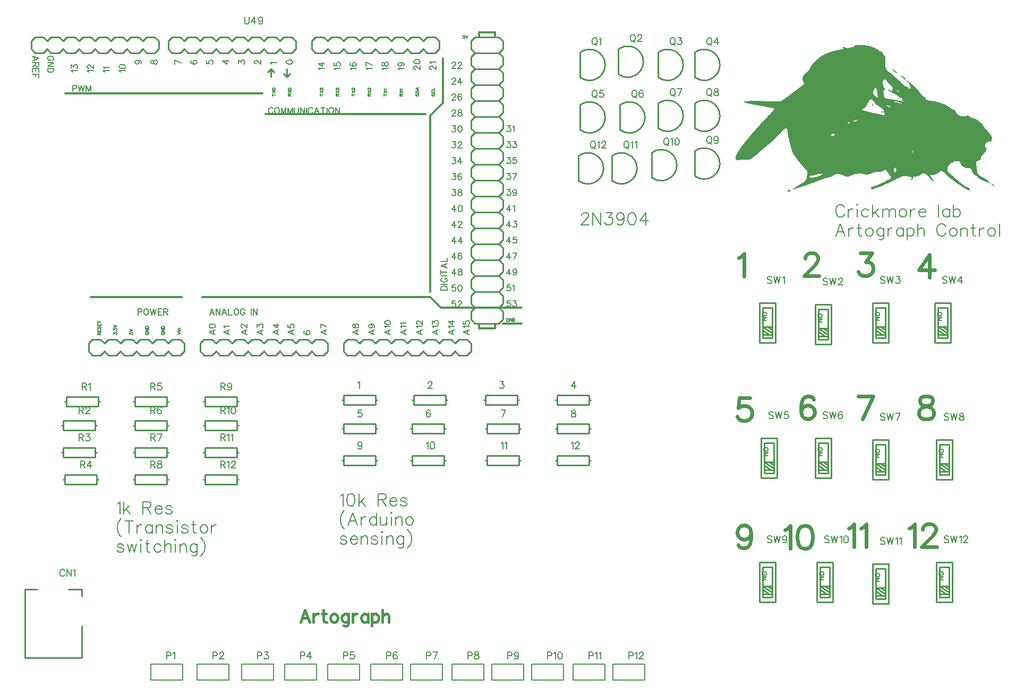
<source format=gto>
G04 ---------------------------- Layer name :TOP SILK LAYER*
G04 EasyEDA v5.4.11, Sat, 12 May 2018 19:29:08 GMT*
G04 dca06a4066c74d719eec436680ae0180*
G04 Gerber Generator version 0.2*
G04 Scale: 100 percent, Rotated: No, Reflected: No *
G04 Dimensions in inches *
G04 leading zeros omitted , absolute positions ,2 integer and 4 decimal *
%FSLAX24Y24*%
%MOIN*%
G90*
G70D02*

%ADD10C,0.010000*%
%ADD11C,0.008000*%
%ADD21C,0.012000*%
%ADD22C,0.015000*%
%ADD23C,0.022000*%
%ADD24C,0.007000*%
%ADD25C,0.005000*%
%ADD26C,0.006000*%

%LPD*%

%LPD*%
G36*
G01X49109Y31961D02*
G01X49097Y31959D01*
G01X49090Y31964D01*
G01X49085Y31975D01*
G01X49082Y31992D01*
G01X49081Y32015D01*
G01X49084Y32032D01*
G01X49089Y32048D01*
G01X49099Y32063D01*
G01X49111Y32074D01*
G01X49127Y32084D01*
G01X49146Y32091D01*
G01X49168Y32095D01*
G01X49192Y32096D01*
G01X49232Y32096D01*
G01X49263Y32092D01*
G01X49279Y32088D01*
G01X49280Y32082D01*
G01X49264Y32071D01*
G01X49239Y32052D01*
G01X49206Y32028D01*
G01X49171Y32001D01*
G01X49145Y31982D01*
G01X49125Y31968D01*
G01X49109Y31961D01*
G37*

%LPC*%

%LPD*%
G36*
G01X60488Y32068D02*
G01X60478Y32067D01*
G01X60466Y32069D01*
G01X60451Y32073D01*
G01X60434Y32078D01*
G01X60415Y32084D01*
G01X60394Y32093D01*
G01X60371Y32103D01*
G01X60347Y32115D01*
G01X60322Y32128D01*
G01X60295Y32142D01*
G01X60268Y32157D01*
G01X60239Y32174D01*
G01X60210Y32192D01*
G01X60181Y32210D01*
G01X60152Y32230D01*
G01X60122Y32250D01*
G01X60092Y32269D01*
G01X60063Y32289D01*
G01X60034Y32309D01*
G01X60005Y32328D01*
G01X59977Y32346D01*
G01X59950Y32364D01*
G01X59925Y32381D01*
G01X59900Y32398D01*
G01X59877Y32413D01*
G01X59856Y32427D01*
G01X59837Y32439D01*
G01X59820Y32451D01*
G01X59805Y32460D01*
G01X59792Y32468D01*
G01X59782Y32475D01*
G01X59765Y32486D01*
G01X59747Y32498D01*
G01X59727Y32510D01*
G01X59708Y32523D01*
G01X59687Y32538D01*
G01X59666Y32552D01*
G01X59644Y32568D01*
G01X59622Y32584D01*
G01X59600Y32600D01*
G01X59577Y32617D01*
G01X59553Y32634D01*
G01X59529Y32652D01*
G01X59506Y32670D01*
G01X59481Y32688D01*
G01X59457Y32707D01*
G01X59433Y32725D01*
G01X59409Y32744D01*
G01X59384Y32763D01*
G01X59360Y32782D01*
G01X59336Y32802D01*
G01X59312Y32821D01*
G01X59289Y32840D01*
G01X59265Y32859D01*
G01X59243Y32878D01*
G01X59220Y32896D01*
G01X59198Y32915D01*
G01X59177Y32933D01*
G01X59156Y32951D01*
G01X59135Y32969D01*
G01X59115Y32986D01*
G01X59097Y33003D01*
G01X59079Y33019D01*
G01X59061Y33035D01*
G01X59045Y33050D01*
G01X59030Y33065D01*
G01X59015Y33078D01*
G01X59002Y33092D01*
G01X58989Y33104D01*
G01X58978Y33116D01*
G01X58968Y33127D01*
G01X58941Y33157D01*
G01X58915Y33183D01*
G01X58891Y33205D01*
G01X58870Y33222D01*
G01X58853Y33234D01*
G01X58840Y33240D01*
G01X58832Y33240D01*
G01X58829Y33232D01*
G01X58825Y33219D01*
G01X58814Y33219D01*
G01X58799Y33232D01*
G01X58781Y33257D01*
G01X58767Y33278D01*
G01X58754Y33292D01*
G01X58741Y33301D01*
G01X58727Y33303D01*
G01X58711Y33299D01*
G01X58693Y33289D01*
G01X58671Y33273D01*
G01X58643Y33250D01*
G01X58623Y33232D01*
G01X58601Y33215D01*
G01X58579Y33198D01*
G01X58556Y33182D01*
G01X58532Y33166D01*
G01X58508Y33151D01*
G01X58483Y33136D01*
G01X58458Y33123D01*
G01X58434Y33110D01*
G01X58409Y33097D01*
G01X58384Y33086D01*
G01X58359Y33075D01*
G01X58335Y33065D01*
G01X58311Y33057D01*
G01X58288Y33049D01*
G01X58265Y33042D01*
G01X58243Y33036D01*
G01X58222Y33032D01*
G01X58202Y33029D01*
G01X58182Y33027D01*
G01X58165Y33026D01*
G01X58148Y33026D01*
G01X58133Y33028D01*
G01X58119Y33032D01*
G01X58097Y33038D01*
G01X58077Y33043D01*
G01X58061Y33046D01*
G01X58048Y33046D01*
G01X58038Y33044D01*
G01X58031Y33040D01*
G01X58028Y33032D01*
G01X58028Y33022D01*
G01X58032Y33009D01*
G01X58039Y32993D01*
G01X58049Y32974D01*
G01X58063Y32952D01*
G01X58080Y32926D01*
G01X58101Y32897D01*
G01X58125Y32864D01*
G01X58152Y32828D01*
G01X58170Y32804D01*
G01X58186Y32782D01*
G01X58201Y32761D01*
G01X58214Y32742D01*
G01X58226Y32724D01*
G01X58236Y32707D01*
G01X58245Y32692D01*
G01X58252Y32678D01*
G01X58259Y32665D01*
G01X58264Y32653D01*
G01X58268Y32644D01*
G01X58270Y32635D01*
G01X58271Y32628D01*
G01X58272Y32622D01*
G01X58270Y32617D01*
G01X58268Y32614D01*
G01X58265Y32612D01*
G01X58260Y32611D01*
G01X58255Y32612D01*
G01X58248Y32615D01*
G01X58240Y32618D01*
G01X58232Y32623D01*
G01X58222Y32629D01*
G01X58212Y32636D01*
G01X58201Y32645D01*
G01X58188Y32655D01*
G01X58175Y32667D01*
G01X58161Y32680D01*
G01X58146Y32694D01*
G01X58131Y32709D01*
G01X58114Y32726D01*
G01X58097Y32744D01*
G01X58079Y32764D01*
G01X58060Y32785D01*
G01X58041Y32807D01*
G01X58022Y32830D01*
G01X57996Y32861D01*
G01X57972Y32889D01*
G01X57948Y32916D01*
G01X57925Y32941D01*
G01X57903Y32965D01*
G01X57881Y32987D01*
G01X57860Y33007D01*
G01X57839Y33026D01*
G01X57819Y33044D01*
G01X57800Y33060D01*
G01X57781Y33075D01*
G01X57762Y33088D01*
G01X57744Y33099D01*
G01X57727Y33109D01*
G01X57709Y33118D01*
G01X57692Y33126D01*
G01X57676Y33132D01*
G01X57659Y33136D01*
G01X57643Y33140D01*
G01X57627Y33141D01*
G01X57611Y33142D01*
G01X57596Y33141D01*
G01X57581Y33138D01*
G01X57565Y33135D01*
G01X57550Y33130D01*
G01X57535Y33124D01*
G01X57520Y33116D01*
G01X57505Y33107D01*
G01X57490Y33097D01*
G01X57475Y33086D01*
G01X57460Y33073D01*
G01X57444Y33059D01*
G01X57426Y33043D01*
G01X57405Y33028D01*
G01X57383Y33014D01*
G01X57359Y33000D01*
G01X57333Y32988D01*
G01X57306Y32977D01*
G01X57278Y32967D01*
G01X57250Y32958D01*
G01X57220Y32951D01*
G01X57191Y32945D01*
G01X57161Y32940D01*
G01X57131Y32938D01*
G01X57096Y32935D01*
G01X57064Y32931D01*
G01X57036Y32927D01*
G01X57013Y32922D01*
G01X56993Y32915D01*
G01X56976Y32908D01*
G01X56963Y32899D01*
G01X56952Y32889D01*
G01X56945Y32877D01*
G01X56939Y32863D01*
G01X56936Y32848D01*
G01X56935Y32830D01*
G01X56931Y32792D01*
G01X56917Y32758D01*
G01X56897Y32731D01*
G01X56872Y32715D01*
G01X56848Y32711D01*
G01X56828Y32715D01*
G01X56814Y32727D01*
G01X56810Y32744D01*
G01X56814Y32766D01*
G01X56828Y32787D01*
G01X56848Y32805D01*
G01X56872Y32819D01*
G01X56882Y32823D01*
G01X56888Y32828D01*
G01X56892Y32833D01*
G01X56892Y32839D01*
G01X56890Y32845D01*
G01X56885Y32852D01*
G01X56878Y32858D01*
G01X56868Y32865D01*
G01X56857Y32872D01*
G01X56843Y32879D01*
G01X56828Y32886D01*
G01X56810Y32893D01*
G01X56792Y32900D01*
G01X56772Y32907D01*
G01X56751Y32914D01*
G01X56728Y32920D01*
G01X56705Y32927D01*
G01X56681Y32933D01*
G01X56656Y32938D01*
G01X56631Y32944D01*
G01X56606Y32948D01*
G01X56580Y32953D01*
G01X56554Y32957D01*
G01X56529Y32960D01*
G01X56504Y32962D01*
G01X56479Y32964D01*
G01X56454Y32965D01*
G01X56431Y32965D01*
G01X56415Y32965D01*
G01X56399Y32964D01*
G01X56383Y32963D01*
G01X56367Y32961D01*
G01X56350Y32958D01*
G01X56332Y32955D01*
G01X56315Y32952D01*
G01X56297Y32948D01*
G01X56278Y32943D01*
G01X56259Y32938D01*
G01X56239Y32932D01*
G01X56219Y32925D01*
G01X56199Y32918D01*
G01X56178Y32910D01*
G01X56156Y32902D01*
G01X56134Y32893D01*
G01X56111Y32883D01*
G01X56087Y32873D01*
G01X56063Y32862D01*
G01X56038Y32850D01*
G01X56013Y32838D01*
G01X55986Y32825D01*
G01X55959Y32811D01*
G01X55931Y32797D01*
G01X55902Y32782D01*
G01X55872Y32766D01*
G01X55842Y32750D01*
G01X55810Y32732D01*
G01X55776Y32713D01*
G01X55742Y32695D01*
G01X55709Y32677D01*
G01X55676Y32659D01*
G01X55644Y32642D01*
G01X55612Y32626D01*
G01X55582Y32610D01*
G01X55552Y32596D01*
G01X55524Y32582D01*
G01X55497Y32569D01*
G01X55472Y32556D01*
G01X55448Y32545D01*
G01X55426Y32535D01*
G01X55406Y32527D01*
G01X55387Y32519D01*
G01X55371Y32512D01*
G01X55357Y32507D01*
G01X55345Y32503D01*
G01X55336Y32501D01*
G01X55330Y32501D01*
G01X55314Y32499D01*
G01X55295Y32494D01*
G01X55273Y32486D01*
G01X55248Y32475D01*
G01X55222Y32462D01*
G01X55195Y32447D01*
G01X55168Y32431D01*
G01X55142Y32413D01*
G01X55115Y32396D01*
G01X55087Y32379D01*
G01X55058Y32363D01*
G01X55030Y32348D01*
G01X55002Y32336D01*
G01X54977Y32325D01*
G01X54955Y32318D01*
G01X54935Y32313D01*
G01X54922Y32311D01*
G01X54906Y32307D01*
G01X54886Y32301D01*
G01X54864Y32294D01*
G01X54839Y32286D01*
G01X54812Y32277D01*
G01X54783Y32266D01*
G01X54753Y32255D01*
G01X54722Y32243D01*
G01X54691Y32230D01*
G01X54659Y32217D01*
G01X54627Y32203D01*
G01X54595Y32190D01*
G01X54564Y32178D01*
G01X54532Y32168D01*
G01X54502Y32159D01*
G01X54474Y32152D01*
G01X54447Y32146D01*
G01X54422Y32142D01*
G01X54398Y32139D01*
G01X54378Y32138D01*
G01X54361Y32139D01*
G01X54346Y32142D01*
G01X54335Y32146D01*
G01X54320Y32159D01*
G01X54309Y32173D01*
G01X54302Y32189D01*
G01X54300Y32206D01*
G01X54301Y32223D01*
G01X54306Y32239D01*
G01X54315Y32255D01*
G01X54327Y32269D01*
G01X54341Y32281D01*
G01X54359Y32290D01*
G01X54379Y32296D01*
G01X54401Y32298D01*
G01X54409Y32299D01*
G01X54419Y32301D01*
G01X54431Y32303D01*
G01X54444Y32306D01*
G01X54460Y32310D01*
G01X54476Y32315D01*
G01X54494Y32321D01*
G01X54513Y32327D01*
G01X54533Y32334D01*
G01X54555Y32342D01*
G01X54577Y32350D01*
G01X54601Y32359D01*
G01X54625Y32368D01*
G01X54650Y32378D01*
G01X54676Y32388D01*
G01X54702Y32398D01*
G01X54728Y32409D01*
G01X54755Y32421D01*
G01X54783Y32432D01*
G01X54810Y32444D01*
G01X54838Y32456D01*
G01X54866Y32469D01*
G01X54893Y32481D01*
G01X54921Y32494D01*
G01X54948Y32506D01*
G01X54975Y32519D01*
G01X55002Y32532D01*
G01X55028Y32544D01*
G01X55054Y32557D01*
G01X55079Y32569D01*
G01X55102Y32582D01*
G01X55126Y32594D01*
G01X55148Y32605D01*
G01X55169Y32617D01*
G01X55189Y32628D01*
G01X55209Y32640D01*
G01X55235Y32655D01*
G01X55261Y32669D01*
G01X55286Y32684D01*
G01X55311Y32697D01*
G01X55335Y32709D01*
G01X55357Y32720D01*
G01X55377Y32730D01*
G01X55395Y32738D01*
G01X55411Y32744D01*
G01X55425Y32749D01*
G01X55435Y32753D01*
G01X55443Y32753D01*
G01X55463Y32759D01*
G01X55489Y32773D01*
G01X55515Y32795D01*
G01X55540Y32821D01*
G01X55548Y32832D01*
G01X55554Y32842D01*
G01X55557Y32854D01*
G01X55560Y32866D01*
G01X55560Y32879D01*
G01X55558Y32893D01*
G01X55554Y32908D01*
G01X55548Y32925D01*
G01X55540Y32943D01*
G01X55529Y32963D01*
G01X55517Y32985D01*
G01X55502Y33008D01*
G01X55485Y33034D01*
G01X55465Y33062D01*
G01X55443Y33092D01*
G01X55418Y33125D01*
G01X55394Y33156D01*
G01X55370Y33187D01*
G01X55347Y33216D01*
G01X55326Y33243D01*
G01X55306Y33268D01*
G01X55287Y33290D01*
G01X55271Y33310D01*
G01X55256Y33327D01*
G01X55244Y33341D01*
G01X55234Y33351D01*
G01X55227Y33357D01*
G01X55223Y33359D01*
G01X55217Y33358D01*
G01X55205Y33353D01*
G01X55188Y33346D01*
G01X55165Y33336D01*
G01X55139Y33323D01*
G01X55110Y33310D01*
G01X55079Y33295D01*
G01X55047Y33279D01*
G01X55023Y33268D01*
G01X54998Y33258D01*
G01X54972Y33249D01*
G01X54946Y33241D01*
G01X54919Y33234D01*
G01X54892Y33229D01*
G01X54865Y33224D01*
G01X54839Y33221D01*
G01X54814Y33219D01*
G01X54790Y33219D01*
G01X54768Y33221D01*
G01X54747Y33223D01*
G01X54732Y33226D01*
G01X54714Y33227D01*
G01X54695Y33227D01*
G01X54675Y33226D01*
G01X54653Y33224D01*
G01X54630Y33221D01*
G01X54606Y33217D01*
G01X54581Y33212D01*
G01X54556Y33207D01*
G01X54529Y33200D01*
G01X54502Y33192D01*
G01X54475Y33184D01*
G01X54448Y33175D01*
G01X54420Y33165D01*
G01X54393Y33155D01*
G01X54365Y33144D01*
G01X54334Y33130D01*
G01X54305Y33118D01*
G01X54277Y33107D01*
G01X54251Y33098D01*
G01X54227Y33090D01*
G01X54204Y33082D01*
G01X54181Y33077D01*
G01X54159Y33072D01*
G01X54138Y33068D01*
G01X54116Y33065D01*
G01X54094Y33064D01*
G01X54072Y33063D01*
G01X54050Y33064D01*
G01X54027Y33065D01*
G01X54002Y33067D01*
G01X53976Y33071D01*
G01X53949Y33075D01*
G01X53919Y33080D01*
G01X53888Y33086D01*
G01X53855Y33094D01*
G01X53831Y33098D01*
G01X53807Y33103D01*
G01X53783Y33107D01*
G01X53759Y33110D01*
G01X53736Y33113D01*
G01X53712Y33115D01*
G01X53689Y33117D01*
G01X53665Y33119D01*
G01X53642Y33120D01*
G01X53619Y33121D01*
G01X53596Y33121D01*
G01X53572Y33121D01*
G01X53549Y33120D01*
G01X53526Y33119D01*
G01X53503Y33117D01*
G01X53480Y33115D01*
G01X53456Y33113D01*
G01X53433Y33110D01*
G01X53410Y33106D01*
G01X53386Y33102D01*
G01X53363Y33098D01*
G01X53340Y33093D01*
G01X53316Y33087D01*
G01X53293Y33082D01*
G01X53269Y33075D01*
G01X53246Y33068D01*
G01X53222Y33061D01*
G01X53198Y33053D01*
G01X53174Y33045D01*
G01X53150Y33036D01*
G01X53126Y33027D01*
G01X53101Y33017D01*
G01X53077Y33007D01*
G01X53052Y32996D01*
G01X53027Y32985D01*
G01X53002Y32973D01*
G01X52973Y32960D01*
G01X52947Y32948D01*
G01X52923Y32938D01*
G01X52901Y32929D01*
G01X52881Y32923D01*
G01X52862Y32918D01*
G01X52844Y32916D01*
G01X52826Y32915D01*
G01X52807Y32916D01*
G01X52789Y32919D01*
G01X52769Y32924D01*
G01X52749Y32931D01*
G01X52726Y32939D01*
G01X52701Y32950D01*
G01X52674Y32962D01*
G01X52643Y32977D01*
G01X52614Y32990D01*
G01X52585Y33003D01*
G01X52557Y33015D01*
G01X52530Y33027D01*
G01X52503Y33037D01*
G01X52477Y33046D01*
G01X52452Y33055D01*
G01X52427Y33063D01*
G01X52403Y33069D01*
G01X52380Y33076D01*
G01X52357Y33080D01*
G01X52334Y33085D01*
G01X52312Y33088D01*
G01X52290Y33091D01*
G01X52269Y33092D01*
G01X52248Y33093D01*
G01X52227Y33093D01*
G01X52206Y33092D01*
G01X52186Y33090D01*
G01X52166Y33088D01*
G01X52146Y33084D01*
G01X52126Y33080D01*
G01X52106Y33075D01*
G01X52086Y33068D01*
G01X52066Y33061D01*
G01X52046Y33054D01*
G01X52026Y33045D01*
G01X52006Y33035D01*
G01X51986Y33025D01*
G01X51965Y33014D01*
G01X51944Y33002D01*
G01X51923Y32988D01*
G01X51896Y32971D01*
G01X51869Y32955D01*
G01X51843Y32940D01*
G01X51818Y32927D01*
G01X51795Y32914D01*
G01X51773Y32904D01*
G01X51754Y32895D01*
G01X51737Y32888D01*
G01X51723Y32883D01*
G01X51711Y32880D01*
G01X51703Y32879D01*
G01X51698Y32880D01*
G01X51696Y32882D01*
G01X51691Y32884D01*
G01X51685Y32884D01*
G01X51678Y32884D01*
G01X51670Y32884D01*
G01X51660Y32883D01*
G01X51649Y32881D01*
G01X51636Y32879D01*
G01X51623Y32876D01*
G01X51608Y32873D01*
G01X51592Y32869D01*
G01X51574Y32865D01*
G01X51556Y32860D01*
G01X51536Y32854D01*
G01X51515Y32848D01*
G01X51494Y32842D01*
G01X51471Y32835D01*
G01X51447Y32828D01*
G01X51422Y32820D01*
G01X51396Y32812D01*
G01X51370Y32803D01*
G01X51342Y32794D01*
G01X51314Y32785D01*
G01X51284Y32775D01*
G01X51254Y32764D01*
G01X51223Y32753D01*
G01X51191Y32742D01*
G01X51159Y32731D01*
G01X51125Y32719D01*
G01X51091Y32707D01*
G01X51057Y32694D01*
G01X51022Y32681D01*
G01X50985Y32667D01*
G01X50949Y32654D01*
G01X50912Y32640D01*
G01X50875Y32626D01*
G01X50848Y32615D01*
G01X50822Y32605D01*
G01X50794Y32595D01*
G01X50766Y32584D01*
G01X50738Y32574D01*
G01X50709Y32563D01*
G01X50680Y32552D01*
G01X50651Y32541D01*
G01X50621Y32530D01*
G01X50561Y32508D01*
G01X50530Y32497D01*
G01X50499Y32486D01*
G01X50468Y32475D01*
G01X50437Y32463D01*
G01X50406Y32452D01*
G01X50375Y32441D01*
G01X50343Y32430D01*
G01X50311Y32419D01*
G01X50280Y32407D01*
G01X50248Y32396D01*
G01X50217Y32385D01*
G01X50186Y32375D01*
G01X50155Y32363D01*
G01X50124Y32353D01*
G01X50093Y32342D01*
G01X50062Y32332D01*
G01X50032Y32321D01*
G01X50002Y32311D01*
G01X49972Y32301D01*
G01X49942Y32291D01*
G01X49913Y32281D01*
G01X49885Y32271D01*
G01X49856Y32261D01*
G01X49828Y32252D01*
G01X49801Y32243D01*
G01X49774Y32234D01*
G01X49748Y32226D01*
G01X49722Y32217D01*
G01X49697Y32209D01*
G01X49672Y32201D01*
G01X49648Y32193D01*
G01X49625Y32186D01*
G01X49603Y32179D01*
G01X49581Y32172D01*
G01X49560Y32165D01*
G01X49540Y32159D01*
G01X49521Y32153D01*
G01X49502Y32148D01*
G01X49485Y32142D01*
G01X49468Y32138D01*
G01X49453Y32133D01*
G01X49438Y32129D01*
G01X49425Y32125D01*
G01X49412Y32122D01*
G01X49401Y32119D01*
G01X49391Y32117D01*
G01X49381Y32115D01*
G01X49373Y32113D01*
G01X49367Y32112D01*
G01X49361Y32111D01*
G01X49357Y32111D01*
G01X49354Y32111D01*
G01X49352Y32111D01*
G01X49352Y32117D01*
G01X49356Y32124D01*
G01X49366Y32134D01*
G01X49381Y32146D01*
G01X49399Y32159D01*
G01X49421Y32172D01*
G01X49446Y32187D01*
G01X49473Y32202D01*
G01X49502Y32216D01*
G01X49529Y32231D01*
G01X49555Y32246D01*
G01X49579Y32260D01*
G01X49600Y32273D01*
G01X49617Y32284D01*
G01X49630Y32293D01*
G01X49638Y32300D01*
G01X49642Y32303D01*
G01X49648Y32309D01*
G01X49658Y32315D01*
G01X49670Y32323D01*
G01X49684Y32333D01*
G01X49701Y32344D01*
G01X49719Y32356D01*
G01X49739Y32369D01*
G01X49761Y32383D01*
G01X49785Y32398D01*
G01X49810Y32413D01*
G01X49836Y32429D01*
G01X49863Y32446D01*
G01X49891Y32463D01*
G01X49919Y32480D01*
G01X49948Y32498D01*
G01X49981Y32517D01*
G01X50012Y32536D01*
G01X50040Y32554D01*
G01X50066Y32571D01*
G01X50090Y32588D01*
G01X50112Y32604D01*
G01X50132Y32619D01*
G01X50150Y32635D01*
G01X50167Y32650D01*
G01X50182Y32665D01*
G01X50196Y32680D01*
G01X50208Y32694D01*
G01X50218Y32709D01*
G01X50228Y32725D01*
G01X50236Y32740D01*
G01X50244Y32756D01*
G01X50250Y32772D01*
G01X50255Y32789D01*
G01X50260Y32806D01*
G01X50264Y32825D01*
G01X50270Y32858D01*
G01X50276Y32889D01*
G01X50281Y32919D01*
G01X50286Y32947D01*
G01X50291Y32973D01*
G01X50296Y32999D01*
G01X50300Y33023D01*
G01X50303Y33045D01*
G01X50306Y33067D01*
G01X50309Y33087D01*
G01X50310Y33107D01*
G01X50312Y33125D01*
G01X50313Y33142D01*
G01X50313Y33159D01*
G01X50313Y33176D01*
G01X50311Y33192D01*
G01X50310Y33207D01*
G01X50307Y33221D01*
G01X50304Y33236D01*
G01X50300Y33250D01*
G01X50295Y33264D01*
G01X50289Y33279D01*
G01X50283Y33292D01*
G01X50275Y33307D01*
G01X50267Y33321D01*
G01X50258Y33336D01*
G01X50247Y33351D01*
G01X50236Y33366D01*
G01X50224Y33382D01*
G01X50211Y33399D01*
G01X50197Y33416D01*
G01X50181Y33434D01*
G01X50164Y33453D01*
G01X50147Y33473D01*
G01X50128Y33494D01*
G01X50107Y33516D01*
G01X50086Y33540D01*
G01X50064Y33564D01*
G01X50040Y33590D01*
G01X50014Y33617D01*
G01X49988Y33647D01*
G01X49962Y33676D01*
G01X49936Y33704D01*
G01X49911Y33732D01*
G01X49888Y33759D01*
G01X49864Y33786D01*
G01X49843Y33811D01*
G01X49822Y33836D01*
G01X49802Y33859D01*
G01X49784Y33882D01*
G01X49767Y33903D01*
G01X49751Y33922D01*
G01X49737Y33940D01*
G01X49724Y33957D01*
G01X49713Y33971D01*
G01X49704Y33985D01*
G01X49697Y33996D01*
G01X49692Y34005D01*
G01X49689Y34012D01*
G01X49688Y34017D01*
G01X49686Y34024D01*
G01X49682Y34034D01*
G01X49676Y34046D01*
G01X49668Y34061D01*
G01X49657Y34077D01*
G01X49645Y34094D01*
G01X49631Y34114D01*
G01X49615Y34134D01*
G01X49598Y34155D01*
G01X49581Y34177D01*
G01X49561Y34198D01*
G01X49542Y34221D01*
G01X49522Y34243D01*
G01X49502Y34268D01*
G01X49482Y34293D01*
G01X49464Y34319D01*
G01X49446Y34346D01*
G01X49430Y34373D01*
G01X49414Y34399D01*
G01X49401Y34425D01*
G01X49389Y34449D01*
G01X49379Y34473D01*
G01X49371Y34494D01*
G01X49365Y34513D01*
G01X49363Y34526D01*
G01X49359Y34540D01*
G01X49355Y34556D01*
G01X49351Y34573D01*
G01X49346Y34593D01*
G01X49340Y34614D01*
G01X49334Y34637D01*
G01X49327Y34661D01*
G01X49321Y34686D01*
G01X49314Y34712D01*
G01X49306Y34738D01*
G01X49299Y34766D01*
G01X49291Y34795D01*
G01X49283Y34823D01*
G01X49266Y34882D01*
G01X49258Y34912D01*
G01X49249Y34942D01*
G01X49241Y34971D01*
G01X49232Y35001D01*
G01X49225Y35025D01*
G01X49218Y35051D01*
G01X49211Y35077D01*
G01X49204Y35103D01*
G01X49197Y35130D01*
G01X49190Y35157D01*
G01X49183Y35185D01*
G01X49177Y35213D01*
G01X49170Y35241D01*
G01X49157Y35296D01*
G01X49151Y35324D01*
G01X49145Y35352D01*
G01X49140Y35378D01*
G01X49134Y35405D01*
G01X49129Y35431D01*
G01X49124Y35456D01*
G01X49120Y35480D01*
G01X49116Y35504D01*
G01X49112Y35527D01*
G01X49109Y35548D01*
G01X49105Y35569D01*
G01X49103Y35588D01*
G01X49101Y35607D01*
G01X49097Y35632D01*
G01X49094Y35658D01*
G01X49092Y35682D01*
G01X49089Y35705D01*
G01X49086Y35727D01*
G01X49083Y35749D01*
G01X49080Y35769D01*
G01X49077Y35788D01*
G01X49074Y35807D01*
G01X49071Y35824D01*
G01X49068Y35840D01*
G01X49064Y35855D01*
G01X49060Y35870D01*
G01X49057Y35883D01*
G01X49053Y35896D01*
G01X49048Y35907D01*
G01X49044Y35917D01*
G01X49039Y35926D01*
G01X49034Y35934D01*
G01X49028Y35942D01*
G01X49022Y35948D01*
G01X49016Y35953D01*
G01X49010Y35957D01*
G01X49003Y35960D01*
G01X48995Y35962D01*
G01X48987Y35963D01*
G01X48979Y35962D01*
G01X48970Y35961D01*
G01X48960Y35959D01*
G01X48951Y35955D01*
G01X48940Y35951D01*
G01X48929Y35945D01*
G01X48917Y35938D01*
G01X48905Y35931D01*
G01X48891Y35922D01*
G01X48877Y35912D01*
G01X48863Y35901D01*
G01X48848Y35889D01*
G01X48832Y35875D01*
G01X48815Y35861D01*
G01X48797Y35845D01*
G01X48779Y35829D01*
G01X48760Y35811D01*
G01X48740Y35792D01*
G01X48719Y35771D01*
G01X48697Y35750D01*
G01X48674Y35728D01*
G01X48650Y35704D01*
G01X48600Y35654D01*
G01X48573Y35627D01*
G01X48545Y35598D01*
G01X48516Y35569D01*
G01X48486Y35538D01*
G01X48455Y35507D01*
G01X48422Y35473D01*
G01X48394Y35444D01*
G01X48366Y35416D01*
G01X48339Y35388D01*
G01X48311Y35360D01*
G01X48285Y35333D01*
G01X48259Y35307D01*
G01X48233Y35281D01*
G01X48208Y35256D01*
G01X48183Y35231D01*
G01X48160Y35207D01*
G01X48136Y35184D01*
G01X48114Y35162D01*
G01X48092Y35141D01*
G01X48071Y35121D01*
G01X48051Y35101D01*
G01X48032Y35082D01*
G01X48014Y35065D01*
G01X47996Y35048D01*
G01X47980Y35032D01*
G01X47964Y35017D01*
G01X47950Y35004D01*
G01X47936Y34992D01*
G01X47924Y34980D01*
G01X47913Y34970D01*
G01X47903Y34961D01*
G01X47894Y34954D01*
G01X47887Y34948D01*
G01X47881Y34943D01*
G01X47876Y34939D01*
G01X47872Y34937D01*
G01X47870Y34937D01*
G01X47869Y34938D01*
G01X47868Y34940D01*
G01X47862Y34939D01*
G01X47853Y34934D01*
G01X47840Y34926D01*
G01X47825Y34915D01*
G01X47807Y34902D01*
G01X47786Y34886D01*
G01X47764Y34867D01*
G01X47739Y34846D01*
G01X47712Y34823D01*
G01X47685Y34799D01*
G01X47656Y34773D01*
G01X47644Y34762D01*
G01X47632Y34751D01*
G01X47619Y34740D01*
G01X47605Y34727D01*
G01X47590Y34715D01*
G01X47575Y34701D01*
G01X47560Y34688D01*
G01X47543Y34673D01*
G01X47527Y34659D01*
G01X47509Y34644D01*
G01X47492Y34628D01*
G01X47473Y34612D01*
G01X47455Y34596D01*
G01X47435Y34580D01*
G01X47416Y34563D01*
G01X47397Y34547D01*
G01X47377Y34530D01*
G01X47357Y34513D01*
G01X47337Y34496D01*
G01X47317Y34478D01*
G01X47296Y34461D01*
G01X47276Y34444D01*
G01X47255Y34426D01*
G01X47235Y34409D01*
G01X47214Y34392D01*
G01X47194Y34375D01*
G01X47174Y34358D01*
G01X47154Y34341D01*
G01X47134Y34325D01*
G01X47115Y34308D01*
G01X47096Y34292D01*
G01X47077Y34277D01*
G01X47043Y34249D01*
G01X47012Y34224D01*
G01X46983Y34200D01*
G01X46956Y34178D01*
G01X46930Y34157D01*
G01X46906Y34138D01*
G01X46883Y34120D01*
G01X46861Y34103D01*
G01X46841Y34088D01*
G01X46822Y34075D01*
G01X46803Y34062D01*
G01X46785Y34051D01*
G01X46769Y34040D01*
G01X46752Y34031D01*
G01X46736Y34023D01*
G01X46721Y34016D01*
G01X46706Y34010D01*
G01X46690Y34005D01*
G01X46675Y34000D01*
G01X46660Y33996D01*
G01X46644Y33994D01*
G01X46628Y33991D01*
G01X46611Y33990D01*
G01X46594Y33988D01*
G01X46576Y33988D01*
G01X46557Y33988D01*
G01X46537Y33988D01*
G01X46516Y33988D01*
G01X46494Y33990D01*
G01X46470Y33990D01*
G01X46445Y33992D01*
G01X46418Y33994D01*
G01X46388Y33995D01*
G01X46358Y33996D01*
G01X46328Y33996D01*
G01X46299Y33996D01*
G01X46270Y33996D01*
G01X46243Y33995D01*
G01X46216Y33994D01*
G01X46190Y33992D01*
G01X46166Y33990D01*
G01X46144Y33988D01*
G01X46123Y33985D01*
G01X46104Y33982D01*
G01X46088Y33979D01*
G01X46074Y33975D01*
G01X46062Y33971D01*
G01X46054Y33967D01*
G01X46035Y33957D01*
G01X46015Y33951D01*
G01X45994Y33948D01*
G01X45973Y33948D01*
G01X45952Y33950D01*
G01X45931Y33955D01*
G01X45910Y33963D01*
G01X45890Y33972D01*
G01X45872Y33984D01*
G01X45855Y33998D01*
G01X45839Y34013D01*
G01X45826Y34029D01*
G01X45815Y34047D01*
G01X45806Y34066D01*
G01X45801Y34086D01*
G01X45800Y34107D01*
G01X45800Y34117D01*
G01X45801Y34127D01*
G01X45802Y34138D01*
G01X45805Y34151D01*
G01X45808Y34163D01*
G01X45811Y34177D01*
G01X45816Y34190D01*
G01X45821Y34205D01*
G01X45826Y34220D01*
G01X45832Y34236D01*
G01X45839Y34252D01*
G01X45846Y34269D01*
G01X45854Y34287D01*
G01X45862Y34305D01*
G01X45871Y34323D01*
G01X45881Y34342D01*
G01X45891Y34361D01*
G01X45901Y34382D01*
G01X45912Y34402D01*
G01X45924Y34423D01*
G01X45936Y34444D01*
G01X45949Y34465D01*
G01X45962Y34488D01*
G01X45976Y34510D01*
G01X45989Y34533D01*
G01X46004Y34556D01*
G01X46019Y34580D01*
G01X46035Y34603D01*
G01X46051Y34627D01*
G01X46067Y34652D01*
G01X46084Y34677D01*
G01X46101Y34702D01*
G01X46118Y34727D01*
G01X46136Y34752D01*
G01X46155Y34778D01*
G01X46173Y34804D01*
G01X46193Y34830D01*
G01X46212Y34856D01*
G01X46232Y34882D01*
G01X46252Y34909D01*
G01X46273Y34936D01*
G01X46294Y34963D01*
G01X46315Y34990D01*
G01X46336Y35017D01*
G01X46350Y35034D01*
G01X46364Y35051D01*
G01X46379Y35069D01*
G01X46393Y35086D01*
G01X46407Y35104D01*
G01X46422Y35122D01*
G01X46437Y35140D01*
G01X46467Y35177D01*
G01X46482Y35196D01*
G01X46497Y35215D01*
G01X46513Y35233D01*
G01X46529Y35252D01*
G01X46560Y35290D01*
G01X46576Y35309D01*
G01X46592Y35329D01*
G01X46609Y35348D01*
G01X46625Y35367D01*
G01X46641Y35387D01*
G01X46658Y35407D01*
G01X46675Y35427D01*
G01X46691Y35446D01*
G01X46708Y35466D01*
G01X46725Y35486D01*
G01X46759Y35526D01*
G01X46776Y35546D01*
G01X46793Y35566D01*
G01X46810Y35586D01*
G01X46862Y35647D01*
G01X46880Y35667D01*
G01X46897Y35688D01*
G01X46950Y35749D01*
G01X46968Y35769D01*
G01X46985Y35789D01*
G01X47003Y35810D01*
G01X47021Y35830D01*
G01X47039Y35850D01*
G01X47056Y35871D01*
G01X47074Y35891D01*
G01X47092Y35911D01*
G01X47163Y35992D01*
G01X47181Y36012D01*
G01X47198Y36032D01*
G01X47216Y36052D01*
G01X47234Y36072D01*
G01X47252Y36092D01*
G01X47287Y36132D01*
G01X47322Y36171D01*
G01X47339Y36190D01*
G01X47357Y36210D01*
G01X47375Y36229D01*
G01X47392Y36248D01*
G01X47409Y36268D01*
G01X47427Y36287D01*
G01X47444Y36306D01*
G01X47461Y36325D01*
G01X47512Y36380D01*
G01X47529Y36399D01*
G01X47545Y36417D01*
G01X47562Y36435D01*
G01X47578Y36453D01*
G01X47595Y36471D01*
G01X47611Y36488D01*
G01X47627Y36506D01*
G01X47643Y36523D01*
G01X47660Y36540D01*
G01X47676Y36557D01*
G01X47691Y36574D01*
G01X47707Y36591D01*
G01X47722Y36607D01*
G01X47738Y36624D01*
G01X47753Y36640D01*
G01X47768Y36656D01*
G01X47783Y36672D01*
G01X47813Y36703D01*
G01X47827Y36718D01*
G01X47842Y36733D01*
G01X47856Y36748D01*
G01X47870Y36762D01*
G01X47898Y36791D01*
G01X47911Y36805D01*
G01X47943Y36837D01*
G01X47974Y36869D01*
G01X48002Y36899D01*
G01X48029Y36927D01*
G01X48054Y36955D01*
G01X48078Y36980D01*
G01X48100Y37005D01*
G01X48120Y37028D01*
G01X48138Y37049D01*
G01X48155Y37069D01*
G01X48170Y37088D01*
G01X48183Y37106D01*
G01X48195Y37122D01*
G01X48206Y37137D01*
G01X48214Y37151D01*
G01X48221Y37163D01*
G01X48227Y37175D01*
G01X48230Y37184D01*
G01X48232Y37193D01*
G01X48233Y37201D01*
G01X48232Y37207D01*
G01X48230Y37212D01*
G01X48226Y37216D01*
G01X48221Y37219D01*
G01X48213Y37221D01*
G01X48203Y37224D01*
G01X48190Y37227D01*
G01X48176Y37230D01*
G01X48158Y37234D01*
G01X48139Y37239D01*
G01X48118Y37243D01*
G01X48094Y37248D01*
G01X48069Y37254D01*
G01X48043Y37259D01*
G01X48015Y37265D01*
G01X47986Y37270D01*
G01X47955Y37276D01*
G01X47923Y37282D01*
G01X47891Y37288D01*
G01X47857Y37294D01*
G01X47823Y37301D01*
G01X47789Y37307D01*
G01X47754Y37313D01*
G01X47718Y37319D01*
G01X47664Y37329D01*
G01X47610Y37338D01*
G01X47559Y37348D01*
G01X47508Y37357D01*
G01X47459Y37365D01*
G01X47411Y37374D01*
G01X47365Y37382D01*
G01X47320Y37390D01*
G01X47276Y37398D01*
G01X47234Y37405D01*
G01X47192Y37413D01*
G01X47152Y37420D01*
G01X47114Y37427D01*
G01X47076Y37434D01*
G01X47040Y37440D01*
G01X47005Y37447D01*
G01X46972Y37453D01*
G01X46939Y37459D01*
G01X46907Y37465D01*
G01X46877Y37471D01*
G01X46848Y37476D01*
G01X46820Y37481D01*
G01X46793Y37486D01*
G01X46767Y37492D01*
G01X46742Y37496D01*
G01X46718Y37501D01*
G01X46695Y37505D01*
G01X46673Y37510D01*
G01X46652Y37514D01*
G01X46632Y37518D01*
G01X46613Y37522D01*
G01X46595Y37526D01*
G01X46578Y37530D01*
G01X46561Y37533D01*
G01X46546Y37536D01*
G01X46532Y37540D01*
G01X46518Y37543D01*
G01X46505Y37546D01*
G01X46493Y37549D01*
G01X46482Y37552D01*
G01X46471Y37554D01*
G01X46462Y37557D01*
G01X46453Y37559D01*
G01X46444Y37562D01*
G01X46437Y37564D01*
G01X46430Y37566D01*
G01X46424Y37568D01*
G01X46418Y37570D01*
G01X46414Y37572D01*
G01X46409Y37574D01*
G01X46406Y37576D01*
G01X46402Y37578D01*
G01X46395Y37582D01*
G01X46389Y37587D01*
G01X46382Y37591D01*
G01X46377Y37596D01*
G01X46373Y37600D01*
G01X46369Y37604D01*
G01X46366Y37608D01*
G01X46364Y37612D01*
G01X46363Y37616D01*
G01X46362Y37619D01*
G01X46362Y37623D01*
G01X46363Y37627D01*
G01X46365Y37630D01*
G01X46367Y37633D01*
G01X46371Y37636D01*
G01X46375Y37639D01*
G01X46380Y37642D01*
G01X46386Y37645D01*
G01X46393Y37648D01*
G01X46401Y37650D01*
G01X46409Y37653D01*
G01X46419Y37655D01*
G01X46429Y37657D01*
G01X46440Y37659D01*
G01X46453Y37661D01*
G01X46466Y37663D01*
G01X46480Y37665D01*
G01X46495Y37667D01*
G01X46511Y37669D01*
G01X46528Y37670D01*
G01X46546Y37671D01*
G01X46565Y37673D01*
G01X46585Y37674D01*
G01X46606Y37675D01*
G01X46628Y37676D01*
G01X46651Y37677D01*
G01X46675Y37678D01*
G01X46700Y37679D01*
G01X46726Y37680D01*
G01X46753Y37680D01*
G01X46781Y37681D01*
G01X46811Y37681D01*
G01X46841Y37681D01*
G01X46872Y37682D01*
G01X46905Y37682D01*
G01X46974Y37682D01*
G01X47010Y37682D01*
G01X47047Y37681D01*
G01X47085Y37681D01*
G01X47124Y37681D01*
G01X47165Y37680D01*
G01X47207Y37680D01*
G01X47250Y37679D01*
G01X47294Y37678D01*
G01X47339Y37678D01*
G01X47385Y37677D01*
G01X47433Y37676D01*
G01X47482Y37675D01*
G01X47532Y37673D01*
G01X48656Y37648D01*
G01X48856Y37796D01*
G01X48883Y37817D01*
G01X48910Y37837D01*
G01X48964Y37877D01*
G01X48991Y37897D01*
G01X49018Y37917D01*
G01X49044Y37937D01*
G01X49124Y37997D01*
G01X49177Y38037D01*
G01X49203Y38057D01*
G01X49229Y38076D01*
G01X49255Y38096D01*
G01X49281Y38115D01*
G01X49306Y38134D01*
G01X49332Y38153D01*
G01X49357Y38172D01*
G01X49381Y38191D01*
G01X49406Y38209D01*
G01X49431Y38228D01*
G01X49455Y38246D01*
G01X49478Y38264D01*
G01X49502Y38281D01*
G01X49525Y38299D01*
G01X49548Y38316D01*
G01X49570Y38333D01*
G01X49593Y38350D01*
G01X49614Y38366D01*
G01X49636Y38382D01*
G01X49657Y38398D01*
G01X49677Y38414D01*
G01X49697Y38429D01*
G01X49717Y38444D01*
G01X49736Y38459D01*
G01X49755Y38473D01*
G01X49773Y38486D01*
G01X49791Y38500D01*
G01X49809Y38513D01*
G01X49825Y38526D01*
G01X49842Y38538D01*
G01X49857Y38550D01*
G01X49872Y38561D01*
G01X49887Y38573D01*
G01X49901Y38583D01*
G01X49914Y38593D01*
G01X49927Y38603D01*
G01X49939Y38612D01*
G01X49950Y38621D01*
G01X49961Y38629D01*
G01X49971Y38637D01*
G01X49981Y38644D01*
G01X49989Y38651D01*
G01X49997Y38657D01*
G01X50005Y38663D01*
G01X50035Y38687D01*
G01X50061Y38708D01*
G01X50081Y38727D01*
G01X50097Y38744D01*
G01X50107Y38760D01*
G01X50113Y38776D01*
G01X50115Y38792D01*
G01X50112Y38810D01*
G01X50105Y38830D01*
G01X50093Y38854D01*
G01X50078Y38881D01*
G01X50060Y38913D01*
G01X50047Y38936D01*
G01X50036Y38959D01*
G01X50026Y38980D01*
G01X50018Y39002D01*
G01X50013Y39023D01*
G01X50008Y39043D01*
G01X50005Y39062D01*
G01X50004Y39081D01*
G01X50005Y39099D01*
G01X50007Y39116D01*
G01X50011Y39133D01*
G01X50017Y39148D01*
G01X50033Y39188D01*
G01X50047Y39223D01*
G01X50057Y39253D01*
G01X50063Y39271D01*
G01X50065Y39277D01*
G01X50070Y39285D01*
G01X50079Y39295D01*
G01X50090Y39308D01*
G01X50105Y39323D01*
G01X50121Y39340D01*
G01X50140Y39359D01*
G01X50160Y39378D01*
G01X50182Y39399D01*
G01X50206Y39421D01*
G01X50231Y39444D01*
G01X50256Y39467D01*
G01X50276Y39484D01*
G01X50296Y39504D01*
G01X50316Y39524D01*
G01X50336Y39545D01*
G01X50357Y39568D01*
G01X50377Y39591D01*
G01X50396Y39614D01*
G01X50415Y39638D01*
G01X50433Y39661D01*
G01X50450Y39685D01*
G01X50467Y39709D01*
G01X50482Y39732D01*
G01X50496Y39755D01*
G01X50509Y39776D01*
G01X50520Y39797D01*
G01X50530Y39817D01*
G01X50537Y39833D01*
G01X50545Y39850D01*
G01X50554Y39866D01*
G01X50563Y39882D01*
G01X50572Y39899D01*
G01X50582Y39915D01*
G01X50593Y39932D01*
G01X50603Y39948D01*
G01X50614Y39965D01*
G01X50626Y39981D01*
G01X50637Y39997D01*
G01X50650Y40013D01*
G01X50662Y40030D01*
G01X50675Y40046D01*
G01X50688Y40062D01*
G01X50702Y40078D01*
G01X50716Y40094D01*
G01X50730Y40110D01*
G01X50745Y40126D01*
G01X50760Y40142D01*
G01X50775Y40158D01*
G01X50791Y40174D01*
G01X50807Y40190D01*
G01X50823Y40205D01*
G01X50840Y40221D01*
G01X50857Y40236D01*
G01X50874Y40252D01*
G01X50891Y40267D01*
G01X50909Y40282D01*
G01X50927Y40297D01*
G01X50945Y40312D01*
G01X50964Y40327D01*
G01X50983Y40342D01*
G01X51021Y40371D01*
G01X51041Y40385D01*
G01X51060Y40400D01*
G01X51081Y40414D01*
G01X51101Y40428D01*
G01X51122Y40442D01*
G01X51142Y40456D01*
G01X51163Y40469D01*
G01X51184Y40483D01*
G01X51206Y40496D01*
G01X51227Y40510D01*
G01X51249Y40523D01*
G01X51271Y40536D01*
G01X51293Y40548D01*
G01X51315Y40561D01*
G01X51337Y40573D01*
G01X51360Y40586D01*
G01X51406Y40610D01*
G01X51429Y40622D01*
G01X51452Y40633D01*
G01X51475Y40645D01*
G01X51498Y40656D01*
G01X51522Y40667D01*
G01X51546Y40678D01*
G01X51569Y40688D01*
G01X51593Y40699D01*
G01X51617Y40709D01*
G01X51641Y40719D01*
G01X51665Y40729D01*
G01X51689Y40738D01*
G01X51738Y40757D01*
G01X51787Y40774D01*
G01X51812Y40783D01*
G01X51836Y40791D01*
G01X51861Y40799D01*
G01X51886Y40807D01*
G01X51910Y40814D01*
G01X51935Y40821D01*
G01X51960Y40828D01*
G01X51985Y40835D01*
G01X52009Y40841D01*
G01X52034Y40848D01*
G01X52084Y40859D01*
G01X52133Y40869D01*
G01X52158Y40874D01*
G01X52183Y40879D01*
G01X52207Y40883D01*
G01X52232Y40887D01*
G01X52256Y40890D01*
G01X52293Y40896D01*
G01X52328Y40901D01*
G01X52361Y40907D01*
G01X52393Y40912D01*
G01X52424Y40918D01*
G01X52452Y40923D01*
G01X52480Y40929D01*
G01X52505Y40934D01*
G01X52528Y40939D01*
G01X52549Y40944D01*
G01X52568Y40949D01*
G01X52584Y40954D01*
G01X52599Y40958D01*
G01X52611Y40963D01*
G01X52620Y40967D01*
G01X52627Y40970D01*
G01X52631Y40973D01*
G01X52632Y40977D01*
G01X52631Y40979D01*
G01X52626Y40981D01*
G01X52618Y40983D01*
G01X52607Y40984D01*
G01X52593Y40985D01*
G01X52576Y40986D01*
G01X52552Y40989D01*
G01X52534Y40998D01*
G01X52521Y41011D01*
G01X52517Y41028D01*
G01X52519Y41039D01*
G01X52528Y41048D01*
G01X52542Y41055D01*
G01X52560Y41059D01*
G01X52581Y41062D01*
G01X52605Y41062D01*
G01X52630Y41059D01*
G01X52657Y41055D01*
G01X52684Y41048D01*
G01X52710Y41040D01*
G01X52736Y41029D01*
G01X52760Y41017D01*
G01X52771Y41011D01*
G01X52786Y41008D01*
G01X52804Y41006D01*
G01X52824Y41006D01*
G01X52848Y41007D01*
G01X52873Y41009D01*
G01X52900Y41012D01*
G01X52929Y41017D01*
G01X52958Y41022D01*
G01X52989Y41029D01*
G01X53019Y41036D01*
G01X53051Y41044D01*
G01X53081Y41052D01*
G01X53111Y41061D01*
G01X53140Y41071D01*
G01X53168Y41081D01*
G01X53195Y41091D01*
G01X53219Y41102D01*
G01X53241Y41112D01*
G01X53261Y41122D01*
G01X53277Y41133D01*
G01X53290Y41143D01*
G01X53300Y41153D01*
G01X53306Y41163D01*
G01X53309Y41167D01*
G01X53314Y41171D01*
G01X53321Y41176D01*
G01X53331Y41179D01*
G01X53342Y41182D01*
G01X53356Y41186D01*
G01X53371Y41188D01*
G01X53388Y41191D01*
G01X53406Y41193D01*
G01X53426Y41195D01*
G01X53448Y41196D01*
G01X53471Y41198D01*
G01X53496Y41199D01*
G01X53521Y41199D01*
G01X53548Y41200D01*
G01X53576Y41200D01*
G01X53605Y41199D01*
G01X53635Y41199D01*
G01X53666Y41198D01*
G01X53697Y41197D01*
G01X53730Y41195D01*
G01X53763Y41194D01*
G01X53796Y41192D01*
G01X53830Y41189D01*
G01X53864Y41186D01*
G01X53898Y41184D01*
G01X53933Y41180D01*
G01X53968Y41177D01*
G01X54003Y41173D01*
G01X54038Y41169D01*
G01X54073Y41164D01*
G01X54107Y41159D01*
G01X54129Y41156D01*
G01X54151Y41152D01*
G01X54175Y41147D01*
G01X54198Y41141D01*
G01X54223Y41135D01*
G01X54248Y41128D01*
G01X54274Y41120D01*
G01X54301Y41112D01*
G01X54327Y41104D01*
G01X54354Y41094D01*
G01X54381Y41085D01*
G01X54408Y41075D01*
G01X54435Y41065D01*
G01X54463Y41054D01*
G01X54489Y41043D01*
G01X54516Y41032D01*
G01X54542Y41021D01*
G01X54567Y41009D01*
G01X54592Y40998D01*
G01X54617Y40986D01*
G01X54640Y40975D01*
G01X54663Y40963D01*
G01X54685Y40952D01*
G01X54705Y40940D01*
G01X54725Y40929D01*
G01X54743Y40918D01*
G01X54760Y40908D01*
G01X54776Y40897D01*
G01X54790Y40887D01*
G01X54803Y40877D01*
G01X54814Y40868D01*
G01X54823Y40859D01*
G01X54830Y40851D01*
G01X54835Y40842D01*
G01X54838Y40835D01*
G01X54839Y40829D01*
G01X54847Y40808D01*
G01X54869Y40796D01*
G01X54901Y40792D01*
G01X54940Y40798D01*
G01X54978Y40805D01*
G01X55005Y40804D01*
G01X55018Y40797D01*
G01X55015Y40782D01*
G01X55013Y40771D01*
G01X55016Y40755D01*
G01X55023Y40734D01*
G01X55036Y40709D01*
G01X55052Y40681D01*
G01X55071Y40651D01*
G01X55094Y40620D01*
G01X55119Y40588D01*
G01X55139Y40564D01*
G01X55157Y40542D01*
G01X55173Y40520D01*
G01X55186Y40500D01*
G01X55197Y40480D01*
G01X55207Y40460D01*
G01X55214Y40440D01*
G01X55220Y40419D01*
G01X55225Y40398D01*
G01X55227Y40375D01*
G01X55228Y40350D01*
G01X55228Y40323D01*
G01X55226Y40293D01*
G01X55223Y40261D01*
G01X55219Y40225D01*
G01X55214Y40186D01*
G01X55211Y40155D01*
G01X55208Y40125D01*
G01X55206Y40096D01*
G01X55204Y40067D01*
G01X55204Y40038D01*
G01X55204Y40011D01*
G01X55204Y39983D01*
G01X55206Y39957D01*
G01X55208Y39930D01*
G01X55210Y39905D01*
G01X55214Y39880D01*
G01X55218Y39855D01*
G01X55223Y39832D01*
G01X55229Y39808D01*
G01X55235Y39786D01*
G01X55242Y39764D01*
G01X55250Y39742D01*
G01X55259Y39721D01*
G01X55268Y39702D01*
G01X55278Y39682D01*
G01X55288Y39663D01*
G01X55300Y39645D01*
G01X55311Y39628D01*
G01X55324Y39611D01*
G01X55337Y39595D01*
G01X55351Y39579D01*
G01X55366Y39565D01*
G01X55381Y39551D01*
G01X55397Y39537D01*
G01X55414Y39525D01*
G01X55431Y39513D01*
G01X55450Y39502D01*
G01X55463Y39493D01*
G01X55478Y39484D01*
G01X55494Y39473D01*
G01X55511Y39460D01*
G01X55530Y39446D01*
G01X55549Y39432D01*
G01X55569Y39416D01*
G01X55590Y39400D01*
G01X55611Y39382D01*
G01X55634Y39364D01*
G01X55656Y39346D01*
G01X55679Y39326D01*
G01X55702Y39307D01*
G01X55725Y39286D01*
G01X55748Y39266D01*
G01X55771Y39245D01*
G01X55794Y39225D01*
G01X55816Y39204D01*
G01X55838Y39183D01*
G01X55860Y39163D01*
G01X55886Y39137D01*
G01X55912Y39113D01*
G01X55938Y39089D01*
G01X55963Y39066D01*
G01X55987Y39045D01*
G01X56010Y39024D01*
G01X56033Y39005D01*
G01X56054Y38988D01*
G01X56074Y38971D01*
G01X56092Y38957D01*
G01X56109Y38945D01*
G01X56124Y38934D01*
G01X56137Y38926D01*
G01X56148Y38919D01*
G01X56156Y38916D01*
G01X56163Y38915D01*
G01X56178Y38911D01*
G01X56188Y38902D01*
G01X56189Y38888D01*
G01X56182Y38871D01*
G01X56180Y38861D01*
G01X56182Y38850D01*
G01X56189Y38838D01*
G01X56201Y38824D01*
G01X56217Y38810D01*
G01X56236Y38796D01*
G01X56259Y38783D01*
G01X56284Y38771D01*
G01X56309Y38758D01*
G01X56331Y38744D01*
G01X56349Y38729D01*
G01X56364Y38714D01*
G01X56375Y38700D01*
G01X56381Y38686D01*
G01X56382Y38672D01*
G01X56379Y38661D01*
G01X56370Y38642D01*
G01X56368Y38628D01*
G01X56375Y38620D01*
G01X56389Y38621D01*
G01X56409Y38623D01*
G01X56434Y38622D01*
G01X56461Y38618D01*
G01X56490Y38611D01*
G01X56520Y38601D01*
G01X56550Y38590D01*
G01X56578Y38577D01*
G01X56604Y38563D01*
G01X56626Y38548D01*
G01X56643Y38534D01*
G01X56654Y38520D01*
G01X56657Y38507D01*
G01X56664Y38489D01*
G01X56680Y38474D01*
G01X56704Y38464D01*
G01X56734Y38461D01*
G01X56753Y38463D01*
G01X56770Y38470D01*
G01X56784Y38481D01*
G01X56795Y38496D01*
G01X56803Y38512D01*
G01X56807Y38531D01*
G01X56808Y38550D01*
G01X56805Y38570D01*
G01X56799Y38589D01*
G01X56789Y38607D01*
G01X56775Y38624D01*
G01X56757Y38638D01*
G01X56740Y38653D01*
G01X56729Y38672D01*
G01X56726Y38691D01*
G01X56731Y38709D01*
G01X56735Y38719D01*
G01X56734Y38732D01*
G01X56729Y38747D01*
G01X56720Y38764D01*
G01X56708Y38783D01*
G01X56693Y38802D01*
G01X56676Y38821D01*
G01X56656Y38840D01*
G01X56636Y38859D01*
G01X56618Y38879D01*
G01X56601Y38899D01*
G01X56586Y38918D01*
G01X56574Y38937D01*
G01X56564Y38954D01*
G01X56559Y38969D01*
G01X56556Y38980D01*
G01X56559Y38988D01*
G01X56566Y38990D01*
G01X56576Y38987D01*
G01X56590Y38980D01*
G01X56607Y38968D01*
G01X56627Y38952D01*
G01X56648Y38933D01*
G01X56672Y38909D01*
G01X56682Y38899D01*
G01X56693Y38887D01*
G01X56706Y38875D01*
G01X56720Y38861D01*
G01X56735Y38847D01*
G01X56751Y38832D01*
G01X56768Y38816D01*
G01X56786Y38800D01*
G01X56805Y38784D01*
G01X56824Y38767D01*
G01X56843Y38749D01*
G01X56864Y38732D01*
G01X56884Y38714D01*
G01X56905Y38696D01*
G01X56926Y38679D01*
G01X56967Y38644D01*
G01X56988Y38627D01*
G01X57008Y38610D01*
G01X57029Y38594D01*
G01X57049Y38577D01*
G01X57069Y38559D01*
G01X57090Y38541D01*
G01X57111Y38521D01*
G01X57132Y38502D01*
G01X57153Y38481D01*
G01X57174Y38461D01*
G01X57195Y38440D01*
G01X57216Y38418D01*
G01X57236Y38397D01*
G01X57256Y38376D01*
G01X57275Y38354D01*
G01X57293Y38333D01*
G01X57310Y38312D01*
G01X57327Y38292D01*
G01X57343Y38272D01*
G01X57358Y38253D01*
G01X57371Y38234D01*
G01X57384Y38216D01*
G01X57394Y38200D01*
G01X57408Y38179D01*
G01X57422Y38159D01*
G01X57437Y38138D01*
G01X57453Y38118D01*
G01X57469Y38098D01*
G01X57486Y38080D01*
G01X57502Y38061D01*
G01X57519Y38043D01*
G01X57536Y38027D01*
G01X57553Y38011D01*
G01X57569Y37996D01*
G01X57585Y37983D01*
G01X57601Y37971D01*
G01X57615Y37961D01*
G01X57630Y37952D01*
G01X57643Y37946D01*
G01X57667Y37934D01*
G01X57689Y37921D01*
G01X57707Y37908D01*
G01X57723Y37895D01*
G01X57735Y37882D01*
G01X57742Y37871D01*
G01X57745Y37861D01*
G01X57743Y37853D01*
G01X57738Y37843D01*
G01X57735Y37834D01*
G01X57735Y37825D01*
G01X57736Y37816D01*
G01X57739Y37807D01*
G01X57745Y37799D01*
G01X57753Y37790D01*
G01X57762Y37782D01*
G01X57773Y37774D01*
G01X57787Y37766D01*
G01X57802Y37759D01*
G01X57820Y37751D01*
G01X57839Y37744D01*
G01X57860Y37737D01*
G01X57883Y37730D01*
G01X57907Y37723D01*
G01X57934Y37717D01*
G01X57963Y37711D01*
G01X57993Y37705D01*
G01X58025Y37700D01*
G01X58059Y37694D01*
G01X58094Y37690D01*
G01X58131Y37685D01*
G01X58171Y37680D01*
G01X58193Y37678D01*
G01X58216Y37675D01*
G01X58240Y37671D01*
G01X58263Y37668D01*
G01X58287Y37664D01*
G01X58311Y37659D01*
G01X58335Y37655D01*
G01X58360Y37650D01*
G01X58384Y37644D01*
G01X58409Y37639D01*
G01X58434Y37633D01*
G01X58459Y37627D01*
G01X58484Y37621D01*
G01X58509Y37614D01*
G01X58534Y37607D01*
G01X58559Y37600D01*
G01X58584Y37592D01*
G01X58609Y37585D01*
G01X58659Y37569D01*
G01X58709Y37552D01*
G01X58758Y37534D01*
G01X58806Y37516D01*
G01X58830Y37507D01*
G01X58854Y37497D01*
G01X58877Y37487D01*
G01X58901Y37477D01*
G01X58923Y37467D01*
G01X58946Y37457D01*
G01X58968Y37447D01*
G01X58990Y37436D01*
G01X59012Y37426D01*
G01X59034Y37415D01*
G01X59055Y37404D01*
G01X59075Y37394D01*
G01X59095Y37382D01*
G01X59114Y37371D01*
G01X59134Y37360D01*
G01X59152Y37349D01*
G01X59170Y37338D01*
G01X59188Y37327D01*
G01X59205Y37315D01*
G01X59221Y37304D01*
G01X59237Y37293D01*
G01X59252Y37282D01*
G01X59275Y37265D01*
G01X59298Y37248D01*
G01X59323Y37232D01*
G01X59348Y37216D01*
G01X59373Y37201D01*
G01X59397Y37186D01*
G01X59422Y37173D01*
G01X59445Y37160D01*
G01X59468Y37149D01*
G01X59489Y37140D01*
G01X59507Y37132D01*
G01X59525Y37126D01*
G01X59567Y37108D01*
G01X59598Y37088D01*
G01X59615Y37068D01*
G01X59614Y37051D01*
G01X59613Y37040D01*
G01X59617Y37023D01*
G01X59627Y37003D01*
G01X59643Y36979D01*
G01X59662Y36953D01*
G01X59686Y36924D01*
G01X59713Y36894D01*
G01X59743Y36865D01*
G01X59762Y36847D01*
G01X59780Y36831D01*
G01X59797Y36816D01*
G01X59814Y36803D01*
G01X59831Y36790D01*
G01X59847Y36779D01*
G01X59864Y36769D01*
G01X59880Y36761D01*
G01X59897Y36753D01*
G01X59914Y36746D01*
G01X59932Y36740D01*
G01X59951Y36734D01*
G01X59970Y36730D01*
G01X59990Y36726D01*
G01X60012Y36723D01*
G01X60035Y36721D01*
G01X60059Y36719D01*
G01X60084Y36718D01*
G01X60111Y36718D01*
G01X60140Y36717D01*
G01X60173Y36718D01*
G01X60205Y36719D01*
G01X60234Y36721D01*
G01X60261Y36723D01*
G01X60285Y36726D01*
G01X60306Y36729D01*
G01X60325Y36732D01*
G01X60340Y36736D01*
G01X60352Y36741D01*
G01X60359Y36745D01*
G01X60363Y36750D01*
G01X60361Y36755D01*
G01X60357Y36770D01*
G01X60360Y36782D01*
G01X60370Y36790D01*
G01X60386Y36794D01*
G01X60407Y36788D01*
G01X60428Y36775D01*
G01X60446Y36754D01*
G01X60460Y36730D01*
G01X60465Y36720D01*
G01X60474Y36711D01*
G01X60487Y36700D01*
G01X60503Y36689D01*
G01X60522Y36678D01*
G01X60544Y36667D01*
G01X60568Y36655D01*
G01X60595Y36644D01*
G01X60623Y36634D01*
G01X60652Y36623D01*
G01X60683Y36613D01*
G01X60714Y36605D01*
G01X60739Y36598D01*
G01X60763Y36590D01*
G01X60787Y36582D01*
G01X60811Y36573D01*
G01X60835Y36564D01*
G01X60859Y36554D01*
G01X60882Y36544D01*
G01X60904Y36533D01*
G01X60925Y36523D01*
G01X60946Y36512D01*
G01X60965Y36501D01*
G01X60982Y36490D01*
G01X60999Y36479D01*
G01X61013Y36469D01*
G01X61026Y36459D01*
G01X61036Y36448D01*
G01X61057Y36429D01*
G01X61079Y36410D01*
G01X61104Y36390D01*
G01X61129Y36373D01*
G01X61154Y36356D01*
G01X61179Y36341D01*
G01X61202Y36329D01*
G01X61222Y36321D01*
G01X61257Y36305D01*
G01X61282Y36287D01*
G01X61293Y36271D01*
G01X61289Y36257D01*
G01X61288Y36253D01*
G01X61289Y36247D01*
G01X61292Y36238D01*
G01X61297Y36228D01*
G01X61304Y36215D01*
G01X61312Y36201D01*
G01X61323Y36184D01*
G01X61335Y36166D01*
G01X61349Y36146D01*
G01X61365Y36125D01*
G01X61381Y36102D01*
G01X61400Y36078D01*
G01X61420Y36053D01*
G01X61440Y36027D01*
G01X61463Y35999D01*
G01X61486Y35971D01*
G01X61510Y35942D01*
G01X61535Y35912D01*
G01X61561Y35881D01*
G01X61588Y35851D01*
G01X61617Y35817D01*
G01X61644Y35786D01*
G01X61669Y35756D01*
G01X61693Y35728D01*
G01X61715Y35701D01*
G01X61736Y35676D01*
G01X61756Y35652D01*
G01X61773Y35629D01*
G01X61790Y35607D01*
G01X61805Y35586D01*
G01X61819Y35567D01*
G01X61831Y35548D01*
G01X61843Y35531D01*
G01X61853Y35514D01*
G01X61862Y35498D01*
G01X61870Y35482D01*
G01X61877Y35467D01*
G01X61883Y35452D01*
G01X61889Y35438D01*
G01X61893Y35424D01*
G01X61896Y35410D01*
G01X61899Y35396D01*
G01X61901Y35383D01*
G01X61902Y35369D01*
G01X61902Y35356D01*
G01X61902Y35342D01*
G01X61902Y35328D01*
G01X61901Y35313D01*
G01X61897Y35281D01*
G01X61892Y35252D01*
G01X61886Y35228D01*
G01X61879Y35207D01*
G01X61870Y35190D01*
G01X61858Y35175D01*
G01X61843Y35163D01*
G01X61825Y35154D01*
G01X61804Y35145D01*
G01X61778Y35138D01*
G01X61748Y35132D01*
G01X61713Y35127D01*
G01X61680Y35121D01*
G01X61651Y35115D01*
G01X61625Y35107D01*
G01X61602Y35098D01*
G01X61582Y35088D01*
G01X61564Y35076D01*
G01X61548Y35062D01*
G01X61534Y35045D01*
G01X61522Y35026D01*
G01X61510Y35005D01*
G01X61500Y34980D01*
G01X61489Y34953D01*
G01X61477Y34912D01*
G01X61469Y34878D01*
G01X61465Y34848D01*
G01X61466Y34824D01*
G01X61472Y34803D01*
G01X61482Y34786D01*
G01X61497Y34770D01*
G01X61517Y34755D01*
G01X61532Y34745D01*
G01X61544Y34735D01*
G01X61554Y34725D01*
G01X61561Y34715D01*
G01X61565Y34703D01*
G01X61566Y34690D01*
G01X61565Y34674D01*
G01X61560Y34656D01*
G01X61553Y34636D01*
G01X61543Y34612D01*
G01X61530Y34584D01*
G01X61514Y34552D01*
G01X61502Y34529D01*
G01X61489Y34506D01*
G01X61474Y34483D01*
G01X61458Y34459D01*
G01X61441Y34436D01*
G01X61423Y34412D01*
G01X61405Y34390D01*
G01X61387Y34369D01*
G01X61368Y34348D01*
G01X61350Y34330D01*
G01X61332Y34314D01*
G01X61315Y34300D01*
G01X61289Y34276D01*
G01X61266Y34253D01*
G01X61247Y34228D01*
G01X61233Y34204D01*
G01X61222Y34180D01*
G01X61217Y34155D01*
G01X61216Y34132D01*
G01X61219Y34109D01*
G01X61223Y34091D01*
G01X61224Y34075D01*
G01X61222Y34059D01*
G01X61218Y34045D01*
G01X61211Y34031D01*
G01X61201Y34018D01*
G01X61187Y34005D01*
G01X61170Y33992D01*
G01X61150Y33980D01*
G01X61126Y33967D01*
G01X61098Y33953D01*
G01X61067Y33940D01*
G01X61037Y33927D01*
G01X61011Y33915D01*
G01X60988Y33904D01*
G01X60968Y33894D01*
G01X60952Y33883D01*
G01X60939Y33872D01*
G01X60927Y33861D01*
G01X60919Y33848D01*
G01X60913Y33834D01*
G01X60909Y33819D01*
G01X60907Y33802D01*
G01X60907Y33782D01*
G01X60908Y33760D01*
G01X60910Y33735D01*
G01X60914Y33707D01*
G01X60919Y33676D01*
G01X60923Y33655D01*
G01X60926Y33633D01*
G01X60930Y33609D01*
G01X60934Y33584D01*
G01X60938Y33559D01*
G01X60942Y33532D01*
G01X60946Y33505D01*
G01X60950Y33478D01*
G01X60954Y33450D01*
G01X60959Y33423D01*
G01X60963Y33396D01*
G01X60967Y33369D01*
G01X60971Y33343D01*
G01X60975Y33317D01*
G01X60978Y33293D01*
G01X60981Y33271D01*
G01X60986Y33242D01*
G01X60991Y33215D01*
G01X60996Y33191D01*
G01X61001Y33169D01*
G01X61007Y33148D01*
G01X61014Y33129D01*
G01X61022Y33112D01*
G01X61031Y33095D01*
G01X61042Y33079D01*
G01X61054Y33064D01*
G01X61068Y33049D01*
G01X61084Y33035D01*
G01X61102Y33020D01*
G01X61123Y33005D01*
G01X61146Y32990D01*
G01X61172Y32974D01*
G01X61201Y32957D01*
G01X61232Y32940D01*
G01X61268Y32920D01*
G01X61306Y32900D01*
G01X61331Y32886D01*
G01X61355Y32873D01*
G01X61380Y32859D01*
G01X61404Y32844D01*
G01X61453Y32815D01*
G01X61477Y32799D01*
G01X61500Y32784D01*
G01X61523Y32769D01*
G01X61546Y32754D01*
G01X61568Y32739D01*
G01X61588Y32724D01*
G01X61608Y32710D01*
G01X61627Y32696D01*
G01X61644Y32682D01*
G01X61661Y32669D01*
G01X61676Y32657D01*
G01X61689Y32645D01*
G01X61701Y32634D01*
G01X61711Y32623D01*
G01X61825Y32503D01*
G01X61667Y32548D01*
G01X61646Y32555D01*
G01X61625Y32562D01*
G01X61602Y32570D01*
G01X61578Y32579D01*
G01X61553Y32589D01*
G01X61527Y32600D01*
G01X61501Y32611D01*
G01X61474Y32623D01*
G01X61447Y32636D01*
G01X61419Y32649D01*
G01X61392Y32662D01*
G01X61364Y32676D01*
G01X61336Y32690D01*
G01X61309Y32704D01*
G01X61282Y32719D01*
G01X61255Y32733D01*
G01X61229Y32747D01*
G01X61204Y32761D01*
G01X61180Y32776D01*
G01X61156Y32790D01*
G01X61134Y32803D01*
G01X61114Y32817D01*
G01X61094Y32829D01*
G01X61076Y32842D01*
G01X61060Y32854D01*
G01X61045Y32865D01*
G01X61032Y32875D01*
G01X61022Y32884D01*
G01X61013Y32893D01*
G01X61007Y32901D01*
G01X61003Y32908D01*
G01X61002Y32913D01*
G01X60999Y32923D01*
G01X60991Y32934D01*
G01X60979Y32946D01*
G01X60963Y32959D01*
G01X60943Y32972D01*
G01X60921Y32984D01*
G01X60897Y32996D01*
G01X60871Y33007D01*
G01X60850Y33017D01*
G01X60830Y33028D01*
G01X60810Y33042D01*
G01X60790Y33058D01*
G01X60772Y33076D01*
G01X60754Y33096D01*
G01X60736Y33119D01*
G01X60719Y33143D01*
G01X60703Y33169D01*
G01X60688Y33197D01*
G01X60674Y33227D01*
G01X60660Y33259D01*
G01X60647Y33291D01*
G01X60635Y33320D01*
G01X60624Y33346D01*
G01X60613Y33368D01*
G01X60602Y33387D01*
G01X60590Y33404D01*
G01X60578Y33417D01*
G01X60565Y33429D01*
G01X60551Y33438D01*
G01X60535Y33445D01*
G01X60518Y33451D01*
G01X60498Y33455D01*
G01X60477Y33458D01*
G01X60452Y33459D01*
G01X60425Y33460D01*
G01X60394Y33461D01*
G01X60371Y33461D01*
G01X60348Y33463D01*
G01X60324Y33465D01*
G01X60301Y33469D01*
G01X60278Y33474D01*
G01X60256Y33480D01*
G01X60233Y33487D01*
G01X60211Y33494D01*
G01X60189Y33503D01*
G01X60168Y33512D01*
G01X60147Y33522D01*
G01X60127Y33533D01*
G01X60108Y33544D01*
G01X60089Y33557D01*
G01X60072Y33569D01*
G01X60055Y33583D01*
G01X60038Y33597D01*
G01X60023Y33611D01*
G01X60009Y33626D01*
G01X59995Y33642D01*
G01X59983Y33657D01*
G01X59972Y33674D01*
G01X59962Y33690D01*
G01X59953Y33707D01*
G01X59946Y33724D01*
G01X59939Y33742D01*
G01X59935Y33759D01*
G01X59931Y33777D01*
G01X59927Y33799D01*
G01X59922Y33818D01*
G01X59915Y33834D01*
G01X59906Y33848D01*
G01X59894Y33860D01*
G01X59879Y33870D01*
G01X59860Y33878D01*
G01X59838Y33884D01*
G01X59811Y33888D01*
G01X59780Y33892D01*
G01X59743Y33895D01*
G01X59701Y33896D01*
G01X59661Y33898D01*
G01X59626Y33898D01*
G01X59596Y33896D01*
G01X59570Y33894D01*
G01X59548Y33890D01*
G01X59530Y33886D01*
G01X59515Y33879D01*
G01X59504Y33871D01*
G01X59496Y33861D01*
G01X59490Y33850D01*
G01X59486Y33836D01*
G01X59485Y33821D01*
G01X59483Y33786D01*
G01X59476Y33771D01*
G01X59463Y33776D01*
G01X59444Y33801D01*
G01X59437Y33811D01*
G01X59427Y33817D01*
G01X59417Y33821D01*
G01X59405Y33821D01*
G01X59391Y33817D01*
G01X59376Y33811D01*
G01X59359Y33800D01*
G01X59339Y33786D01*
G01X59318Y33769D01*
G01X59294Y33748D01*
G01X59269Y33723D01*
G01X59240Y33694D01*
G01X59221Y33673D01*
G01X59203Y33653D01*
G01X59186Y33631D01*
G01X59171Y33610D01*
G01X59157Y33589D01*
G01X59145Y33568D01*
G01X59134Y33547D01*
G01X59125Y33526D01*
G01X59117Y33505D01*
G01X59110Y33484D01*
G01X59105Y33463D01*
G01X59102Y33443D01*
G01X59100Y33423D01*
G01X59099Y33402D01*
G01X59100Y33382D01*
G01X59102Y33362D01*
G01X59106Y33342D01*
G01X59111Y33323D01*
G01X59118Y33303D01*
G01X59126Y33284D01*
G01X59136Y33265D01*
G01X59147Y33246D01*
G01X59160Y33228D01*
G01X59173Y33210D01*
G01X59189Y33192D01*
G01X59206Y33175D01*
G01X59225Y33157D01*
G01X59244Y33140D01*
G01X59257Y33130D01*
G01X59272Y33118D01*
G01X59288Y33104D01*
G01X59306Y33089D01*
G01X59325Y33073D01*
G01X59345Y33055D01*
G01X59366Y33037D01*
G01X59388Y33018D01*
G01X59411Y32998D01*
G01X59434Y32978D01*
G01X59457Y32957D01*
G01X59504Y32915D01*
G01X59527Y32894D01*
G01X59550Y32874D01*
G01X59572Y32854D01*
G01X59594Y32834D01*
G01X59617Y32813D01*
G01X59640Y32793D01*
G01X59663Y32773D01*
G01X59687Y32752D01*
G01X59736Y32710D01*
G01X59760Y32690D01*
G01X59836Y32627D01*
G01X59887Y32586D01*
G01X59912Y32566D01*
G01X59938Y32546D01*
G01X59963Y32527D01*
G01X59987Y32507D01*
G01X60012Y32488D01*
G01X60036Y32470D01*
G01X60060Y32452D01*
G01X60084Y32434D01*
G01X60107Y32417D01*
G01X60129Y32401D01*
G01X60151Y32385D01*
G01X60172Y32370D01*
G01X60193Y32355D01*
G01X60213Y32342D01*
G01X60232Y32329D01*
G01X60250Y32317D01*
G01X60268Y32305D01*
G01X60284Y32295D01*
G01X60300Y32285D01*
G01X60314Y32277D01*
G01X60327Y32269D01*
G01X60339Y32263D01*
G01X60350Y32257D01*
G01X60360Y32253D01*
G01X60368Y32250D01*
G01X60375Y32248D01*
G01X60381Y32248D01*
G01X60403Y32245D01*
G01X60425Y32237D01*
G01X60446Y32226D01*
G01X60464Y32211D01*
G01X60481Y32193D01*
G01X60496Y32174D01*
G01X60507Y32154D01*
G01X60514Y32134D01*
G01X60517Y32115D01*
G01X60515Y32098D01*
G01X60509Y32082D01*
G01X60496Y32071D01*
G01X60488Y32068D01*
G37*

%LPC*%
G36*
G01X56031Y38273D02*
G01X56057Y38261D01*
G01X56073Y38263D01*
G01X56074Y38278D01*
G01X56058Y38300D01*
G01X56028Y38327D01*
G01X55986Y38355D01*
G01X55951Y38375D01*
G01X55926Y38390D01*
G01X55910Y38397D01*
G01X55903Y38398D01*
G01X55905Y38392D01*
G01X55916Y38379D01*
G01X55935Y38358D01*
G01X55963Y38330D01*
G01X55998Y38296D01*
G01X56031Y38273D01*
G37*
G36*
G01X54586Y38005D02*
G01X54738Y37898D01*
G01X54709Y38142D01*
G01X54704Y38175D01*
G01X54700Y38208D01*
G01X54696Y38241D01*
G01X54691Y38273D01*
G01X54687Y38303D01*
G01X54682Y38332D01*
G01X54678Y38358D01*
G01X54673Y38382D01*
G01X54669Y38404D01*
G01X54666Y38422D01*
G01X54663Y38437D01*
G01X54660Y38448D01*
G01X54651Y38470D01*
G01X54641Y38487D01*
G01X54630Y38499D01*
G01X54617Y38506D01*
G01X54603Y38508D01*
G01X54589Y38505D01*
G01X54574Y38496D01*
G01X54558Y38483D01*
G01X54543Y38465D01*
G01X54527Y38442D01*
G01X54510Y38414D01*
G01X54494Y38382D01*
G01X54482Y38353D01*
G01X54471Y38327D01*
G01X54462Y38302D01*
G01X54454Y38279D01*
G01X54448Y38257D01*
G01X54444Y38237D01*
G01X54442Y38218D01*
G01X54441Y38199D01*
G01X54442Y38182D01*
G01X54445Y38165D01*
G01X54450Y38149D01*
G01X54457Y38133D01*
G01X54466Y38117D01*
G01X54477Y38102D01*
G01X54490Y38087D01*
G01X54505Y38071D01*
G01X54522Y38055D01*
G01X54542Y38040D01*
G01X54563Y38023D01*
G01X54586Y38005D01*
G37*
G36*
G01X56229Y37675D02*
G01X56380Y37646D01*
G01X56254Y37729D01*
G01X56227Y37747D01*
G01X56206Y37762D01*
G01X56192Y37773D01*
G01X56185Y37782D01*
G01X56184Y37786D01*
G01X56190Y37788D01*
G01X56203Y37786D01*
G01X56222Y37780D01*
G01X56249Y37773D01*
G01X56269Y37768D01*
G01X56282Y37767D01*
G01X56289Y37770D01*
G01X56289Y37778D01*
G01X56284Y37789D01*
G01X56272Y37806D01*
G01X56255Y37828D01*
G01X56240Y37843D01*
G01X56224Y37857D01*
G01X56207Y37870D01*
G01X56189Y37882D01*
G01X56171Y37891D01*
G01X56153Y37898D01*
G01X56137Y37903D01*
G01X56122Y37905D01*
G01X56094Y37908D01*
G01X56072Y37918D01*
G01X56057Y37932D01*
G01X56052Y37950D01*
G01X56050Y37955D01*
G01X56045Y37962D01*
G01X56037Y37971D01*
G01X56026Y37980D01*
G01X56012Y37992D01*
G01X55995Y38004D01*
G01X55976Y38017D01*
G01X55955Y38031D01*
G01X55932Y38046D01*
G01X55906Y38062D01*
G01X55879Y38078D01*
G01X55851Y38095D01*
G01X55821Y38112D01*
G01X55789Y38129D01*
G01X55757Y38147D01*
G01X55723Y38165D01*
G01X55690Y38182D01*
G01X55658Y38199D01*
G01X55627Y38215D01*
G01X55599Y38231D01*
G01X55572Y38246D01*
G01X55547Y38261D01*
G01X55524Y38275D01*
G01X55503Y38288D01*
G01X55483Y38301D01*
G01X55465Y38312D01*
G01X55450Y38323D01*
G01X55436Y38333D01*
G01X55425Y38342D01*
G01X55415Y38351D01*
G01X55407Y38359D01*
G01X55401Y38366D01*
G01X55397Y38372D01*
G01X55396Y38377D01*
G01X55396Y38381D01*
G01X55398Y38384D01*
G01X55403Y38386D01*
G01X55410Y38388D01*
G01X55419Y38388D01*
G01X55430Y38387D01*
G01X55443Y38385D01*
G01X55459Y38382D01*
G01X55477Y38379D01*
G01X55497Y38373D01*
G01X55536Y38359D01*
G01X55568Y38338D01*
G01X55592Y38315D01*
G01X55602Y38290D01*
G01X55603Y38282D01*
G01X55607Y38280D01*
G01X55612Y38284D01*
G01X55618Y38294D01*
G01X55626Y38310D01*
G01X55634Y38330D01*
G01X55643Y38355D01*
G01X55652Y38384D01*
G01X55658Y38405D01*
G01X55663Y38423D01*
G01X55667Y38441D01*
G01X55670Y38457D01*
G01X55671Y38473D01*
G01X55671Y38488D01*
G01X55670Y38502D01*
G01X55667Y38517D01*
G01X55663Y38531D01*
G01X55656Y38545D01*
G01X55648Y38560D01*
G01X55638Y38576D01*
G01X55626Y38592D01*
G01X55612Y38610D01*
G01X55596Y38629D01*
G01X55577Y38648D01*
G01X55556Y38670D01*
G01X55532Y38694D01*
G01X55506Y38719D01*
G01X55477Y38748D01*
G01X55447Y38777D01*
G01X55418Y38805D01*
G01X55392Y38832D01*
G01X55368Y38857D01*
G01X55346Y38882D01*
G01X55326Y38904D01*
G01X55310Y38924D01*
G01X55296Y38942D01*
G01X55285Y38956D01*
G01X55279Y38968D01*
G01X55276Y38977D01*
G01X55277Y38982D01*
G01X55279Y38992D01*
G01X55270Y39005D01*
G01X55251Y39019D01*
G01X55225Y39032D01*
G01X55192Y39038D01*
G01X55156Y39033D01*
G01X55123Y39019D01*
G01X55097Y38996D01*
G01X55088Y38984D01*
G01X55080Y38969D01*
G01X55074Y38952D01*
G01X55069Y38933D01*
G01X55065Y38913D01*
G01X55063Y38891D01*
G01X55061Y38868D01*
G01X55061Y38844D01*
G01X55061Y38819D01*
G01X55063Y38793D01*
G01X55065Y38767D01*
G01X55069Y38741D01*
G01X55073Y38714D01*
G01X55078Y38688D01*
G01X55084Y38663D01*
G01X55090Y38638D01*
G01X55097Y38613D01*
G01X55105Y38590D01*
G01X55114Y38569D01*
G01X55122Y38548D01*
G01X55132Y38529D01*
G01X55142Y38512D01*
G01X55152Y38497D01*
G01X55163Y38484D01*
G01X55174Y38474D01*
G01X55185Y38467D01*
G01X55197Y38462D01*
G01X55209Y38461D01*
G01X55222Y38455D01*
G01X55220Y38440D01*
G01X55202Y38419D01*
G01X55171Y38392D01*
G01X55153Y38379D01*
G01X55138Y38364D01*
G01X55125Y38349D01*
G01X55115Y38333D01*
G01X55107Y38314D01*
G01X55102Y38294D01*
G01X55099Y38270D01*
G01X55098Y38243D01*
G01X55099Y38213D01*
G01X55102Y38177D01*
G01X55107Y38137D01*
G01X55114Y38092D01*
G01X55119Y38054D01*
G01X55125Y38020D01*
G01X55131Y37990D01*
G01X55137Y37964D01*
G01X55143Y37941D01*
G01X55151Y37921D01*
G01X55159Y37905D01*
G01X55168Y37890D01*
G01X55179Y37878D01*
G01X55191Y37868D01*
G01X55205Y37859D01*
G01X55221Y37852D01*
G01X55239Y37846D01*
G01X55260Y37840D01*
G01X55283Y37835D01*
G01X55310Y37830D01*
G01X55324Y37828D01*
G01X55340Y37826D01*
G01X55357Y37823D01*
G01X55376Y37819D01*
G01X55396Y37816D01*
G01X55418Y37812D01*
G01X55440Y37809D01*
G01X55464Y37805D01*
G01X55488Y37801D01*
G01X55513Y37796D01*
G01X55538Y37792D01*
G01X55564Y37788D01*
G01X55590Y37784D01*
G01X55617Y37779D01*
G01X55670Y37771D01*
G01X55697Y37766D01*
G01X55722Y37762D01*
G01X55748Y37758D01*
G01X55773Y37754D01*
G01X55799Y37749D01*
G01X55825Y37745D01*
G01X55877Y37736D01*
G01X55903Y37732D01*
G01X55930Y37727D01*
G01X55956Y37723D01*
G01X55982Y37718D01*
G01X56007Y37714D01*
G01X56032Y37709D01*
G01X56057Y37705D01*
G01X56081Y37701D01*
G01X56103Y37697D01*
G01X56125Y37693D01*
G01X56146Y37690D01*
G01X56165Y37686D01*
G01X56184Y37683D01*
G01X56200Y37680D01*
G01X56215Y37677D01*
G01X56229Y37675D01*
G37*
G36*
G01X56214Y37510D02*
G01X56240Y37506D01*
G01X56251Y37510D01*
G01X56246Y37521D01*
G01X56238Y37529D01*
G01X56226Y37536D01*
G01X56210Y37545D01*
G01X56192Y37554D01*
G01X56170Y37563D01*
G01X56147Y37572D01*
G01X56121Y37582D01*
G01X56094Y37591D01*
G01X56066Y37601D01*
G01X56037Y37610D01*
G01X56008Y37619D01*
G01X55979Y37628D01*
G01X55950Y37636D01*
G01X55922Y37643D01*
G01X55895Y37650D01*
G01X55870Y37655D01*
G01X55846Y37660D01*
G01X55825Y37664D01*
G01X55807Y37666D01*
G01X55792Y37667D01*
G01X55780Y37667D01*
G01X55773Y37665D01*
G01X55769Y37662D01*
G01X55771Y37657D01*
G01X55779Y37648D01*
G01X55792Y37638D01*
G01X55809Y37628D01*
G01X55830Y37619D01*
G01X55854Y37609D01*
G01X55880Y37601D01*
G01X55908Y37593D01*
G01X55936Y37586D01*
G01X55967Y37580D01*
G01X55999Y37573D01*
G01X56032Y37564D01*
G01X56065Y37555D01*
G01X56097Y37547D01*
G01X56127Y37538D01*
G01X56155Y37529D01*
G01X56177Y37521D01*
G01X56214Y37510D01*
G37*
G36*
G01X55480Y37302D02*
G01X55497Y37301D01*
G01X55518Y37301D01*
G01X55534Y37302D01*
G01X55544Y37305D01*
G01X55547Y37309D01*
G01X55544Y37315D01*
G01X55534Y37323D01*
G01X55518Y37335D01*
G01X55497Y37350D01*
G01X55480Y37359D01*
G01X55461Y37368D01*
G01X55441Y37376D01*
G01X55421Y37383D01*
G01X55400Y37389D01*
G01X55380Y37394D01*
G01X55361Y37396D01*
G01X55344Y37398D01*
G01X55322Y37397D01*
G01X55307Y37396D01*
G01X55297Y37394D01*
G01X55294Y37390D01*
G01X55297Y37384D01*
G01X55307Y37375D01*
G01X55322Y37364D01*
G01X55344Y37350D01*
G01X55361Y37340D01*
G01X55380Y37330D01*
G01X55400Y37322D01*
G01X55421Y37315D01*
G01X55441Y37309D01*
G01X55461Y37304D01*
G01X55480Y37302D01*
G37*
G36*
G01X55100Y36803D02*
G01X55112Y36802D01*
G01X55123Y36802D01*
G01X55133Y36802D01*
G01X55142Y36803D01*
G01X55148Y36805D01*
G01X55154Y36807D01*
G01X55159Y36810D01*
G01X55163Y36813D01*
G01X55165Y36817D01*
G01X55167Y36822D01*
G01X55168Y36827D01*
G01X55168Y36832D01*
G01X55167Y36838D01*
G01X55166Y36845D01*
G01X55164Y36852D01*
G01X55162Y36859D01*
G01X55160Y36867D01*
G01X55152Y36890D01*
G01X55146Y36915D01*
G01X55139Y36941D01*
G01X55133Y36967D01*
G01X55128Y36994D01*
G01X55123Y37020D01*
G01X55120Y37044D01*
G01X55118Y37065D01*
G01X55114Y37084D01*
G01X55107Y37105D01*
G01X55097Y37126D01*
G01X55084Y37146D01*
G01X55069Y37166D01*
G01X55052Y37184D01*
G01X55033Y37200D01*
G01X55014Y37213D01*
G01X54992Y37225D01*
G01X54968Y37241D01*
G01X54942Y37259D01*
G01X54916Y37278D01*
G01X54889Y37298D01*
G01X54864Y37318D01*
G01X54839Y37339D01*
G01X54818Y37359D01*
G01X54797Y37377D01*
G01X54774Y37394D01*
G01X54751Y37409D01*
G01X54729Y37423D01*
G01X54707Y37434D01*
G01X54687Y37443D01*
G01X54669Y37448D01*
G01X54654Y37451D01*
G01X54627Y37454D01*
G01X54606Y37465D01*
G01X54592Y37481D01*
G01X54586Y37501D01*
G01X54584Y37513D01*
G01X54578Y37530D01*
G01X54568Y37550D01*
G01X54554Y37573D01*
G01X54538Y37598D01*
G01X54519Y37624D01*
G01X54499Y37650D01*
G01X54477Y37677D01*
G01X54454Y37702D01*
G01X54430Y37726D01*
G01X54406Y37747D01*
G01X54383Y37766D01*
G01X54362Y37781D01*
G01X54342Y37792D01*
G01X54326Y37799D01*
G01X54313Y37802D01*
G01X54303Y37799D01*
G01X54291Y37792D01*
G01X54277Y37781D01*
G01X54262Y37766D01*
G01X54245Y37749D01*
G01X54227Y37728D01*
G01X54209Y37706D01*
G01X54190Y37681D01*
G01X54171Y37655D01*
G01X54151Y37629D01*
G01X54133Y37601D01*
G01X54114Y37574D01*
G01X54097Y37546D01*
G01X54082Y37520D01*
G01X54068Y37494D01*
G01X54056Y37471D01*
G01X54046Y37449D01*
G01X54038Y37430D01*
G01X54033Y37413D01*
G01X54031Y37400D01*
G01X54029Y37388D01*
G01X54019Y37373D01*
G01X54006Y37355D01*
G01X53987Y37334D01*
G01X53965Y37312D01*
G01X53939Y37288D01*
G01X53911Y37263D01*
G01X53881Y37238D01*
G01X53731Y37121D01*
G01X54461Y36942D01*
G01X54518Y36929D01*
G01X54572Y36915D01*
G01X54623Y36903D01*
G01X54671Y36892D01*
G01X54716Y36881D01*
G01X54759Y36871D01*
G01X54799Y36861D01*
G01X54836Y36853D01*
G01X54871Y36845D01*
G01X54903Y36838D01*
G01X54933Y36831D01*
G01X54961Y36825D01*
G01X54987Y36820D01*
G01X55010Y36815D01*
G01X55032Y36811D01*
G01X55052Y36808D01*
G01X55069Y36806D01*
G01X55085Y36804D01*
G01X55100Y36803D01*
G37*
G36*
G01X50576Y32872D02*
G01X50597Y32871D01*
G01X50618Y32871D01*
G01X50641Y32872D01*
G01X50664Y32874D01*
G01X50689Y32876D01*
G01X50714Y32879D01*
G01X50740Y32883D01*
G01X50766Y32887D01*
G01X50793Y32892D01*
G01X50821Y32898D01*
G01X50848Y32905D01*
G01X50877Y32912D01*
G01X50905Y32919D01*
G01X50934Y32928D01*
G01X50962Y32937D01*
G01X50990Y32946D01*
G01X51019Y32957D01*
G01X51047Y32968D01*
G01X51075Y32979D01*
G01X51102Y32992D01*
G01X51330Y33096D01*
G01X51111Y33090D01*
G01X51089Y33090D01*
G01X51065Y33088D01*
G01X51040Y33086D01*
G01X51015Y33083D01*
G01X50990Y33080D01*
G01X50965Y33077D01*
G01X50939Y33073D01*
G01X50914Y33068D01*
G01X50889Y33063D01*
G01X50865Y33058D01*
G01X50842Y33053D01*
G01X50820Y33047D01*
G01X50799Y33041D01*
G01X50779Y33034D01*
G01X50761Y33028D01*
G01X50744Y33021D01*
G01X50713Y33010D01*
G01X50681Y33000D01*
G01X50648Y32992D01*
G01X50617Y32986D01*
G01X50588Y32982D01*
G01X50561Y32981D01*
G01X50539Y32983D01*
G01X50521Y32988D01*
G01X50489Y32994D01*
G01X50466Y32988D01*
G01X50451Y32969D01*
G01X50446Y32938D01*
G01X50447Y32929D01*
G01X50450Y32919D01*
G01X50455Y32911D01*
G01X50462Y32904D01*
G01X50471Y32897D01*
G01X50481Y32891D01*
G01X50493Y32886D01*
G01X50507Y32882D01*
G01X50522Y32878D01*
G01X50539Y32875D01*
G01X50557Y32873D01*
G01X50576Y32872D01*
G37*
G36*
G01X53245Y36396D02*
G01X53263Y36395D01*
G01X53286Y36399D01*
G01X53317Y36408D01*
G01X53355Y36422D01*
G01X53401Y36440D01*
G01X53429Y36453D01*
G01X53448Y36463D01*
G01X53458Y36470D01*
G01X53459Y36475D01*
G01X53450Y36478D01*
G01X53431Y36479D01*
G01X53402Y36478D01*
G01X53363Y36477D01*
G01X53335Y36474D01*
G01X53308Y36470D01*
G01X53285Y36465D01*
G01X53264Y36459D01*
G01X53247Y36452D01*
G01X53234Y36444D01*
G01X53226Y36437D01*
G01X53223Y36429D01*
G01X53226Y36413D01*
G01X53232Y36402D01*
G01X53245Y36396D01*
G37*
G36*
G01X52860Y36269D02*
G01X52884Y36260D01*
G01X52908Y36261D01*
G01X52930Y36272D01*
G01X52947Y36290D01*
G01X52961Y36316D01*
G01X52967Y36337D01*
G01X52966Y36353D01*
G01X52959Y36363D01*
G01X52946Y36368D01*
G01X52927Y36366D01*
G01X52904Y36358D01*
G01X52876Y36342D01*
G01X52850Y36323D01*
G01X52839Y36303D01*
G01X52843Y36285D01*
G01X52860Y36269D01*
G37*
G36*
G01X51855Y35482D02*
G01X51871Y35480D01*
G01X51889Y35480D01*
G01X51908Y35482D01*
G01X51927Y35486D01*
G01X51947Y35492D01*
G01X51965Y35499D01*
G01X51982Y35507D01*
G01X51998Y35518D01*
G01X52011Y35529D01*
G01X52022Y35542D01*
G01X52030Y35557D01*
G01X52036Y35589D01*
G01X52028Y35613D01*
G01X52005Y35627D01*
G01X51968Y35632D01*
G01X51932Y35630D01*
G01X51902Y35624D01*
G01X51875Y35615D01*
G01X51852Y35603D01*
G01X51834Y35587D01*
G01X51821Y35568D01*
G01X51812Y35547D01*
G01X51810Y35523D01*
G01X51812Y35510D01*
G01X51818Y35500D01*
G01X51827Y35491D01*
G01X51840Y35486D01*
G01X51855Y35482D01*
G37*
G36*
G01X56918Y34456D02*
G01X56924Y34439D01*
G01X56933Y34440D01*
G01X56944Y34461D01*
G01X56952Y34489D01*
G01X56955Y34517D01*
G01X56951Y34540D01*
G01X56940Y34557D01*
G01X56929Y34562D01*
G01X56920Y34551D01*
G01X56915Y34527D01*
G01X56914Y34492D01*
G01X56918Y34456D01*
G37*
G36*
G01X55829Y33210D02*
G01X55840Y33209D01*
G01X55851Y33211D01*
G01X55861Y33217D01*
G01X55870Y33225D01*
G01X55879Y33236D01*
G01X55886Y33249D01*
G01X55892Y33266D01*
G01X55897Y33285D01*
G01X55900Y33307D01*
G01X55901Y33330D01*
G01X55900Y33356D01*
G01X55897Y33381D01*
G01X55892Y33405D01*
G01X55885Y33427D01*
G01X55878Y33447D01*
G01X55869Y33464D01*
G01X55860Y33477D01*
G01X55850Y33486D01*
G01X55834Y33492D01*
G01X55818Y33492D01*
G01X55804Y33485D01*
G01X55791Y33473D01*
G01X55780Y33457D01*
G01X55770Y33437D01*
G01X55762Y33415D01*
G01X55757Y33390D01*
G01X55755Y33363D01*
G01X55755Y33336D01*
G01X55759Y33309D01*
G01X55767Y33284D01*
G01X55776Y33263D01*
G01X55785Y33246D01*
G01X55796Y33232D01*
G01X55807Y33221D01*
G01X55818Y33214D01*
G01X55829Y33210D01*
G37*

%LPD*%
G36*
G01X62100Y32321D02*
G01X62092Y32314D01*
G01X62066Y32322D01*
G01X62021Y32344D01*
G01X61999Y32357D01*
G01X61977Y32370D01*
G01X61956Y32385D01*
G01X61936Y32400D01*
G01X61918Y32415D01*
G01X61903Y32429D01*
G01X61890Y32443D01*
G01X61881Y32455D01*
G01X61872Y32478D01*
G01X61880Y32485D01*
G01X61906Y32477D01*
G01X61952Y32455D01*
G01X61973Y32442D01*
G01X61995Y32429D01*
G01X62016Y32414D01*
G01X62036Y32399D01*
G01X62054Y32384D01*
G01X62069Y32370D01*
G01X62081Y32356D01*
G01X62090Y32344D01*
G01X62100Y32321D01*
G37*

%LPC*%

%LPD*%
G36*
G01X55065Y36948D02*
G01X55047Y36944D01*
G01X55025Y36948D01*
G01X55002Y36959D01*
G01X54981Y36976D01*
G01X54965Y36996D01*
G01X54957Y37015D01*
G01X54959Y37031D01*
G01X54968Y37042D01*
G01X54985Y37046D01*
G01X55007Y37042D01*
G01X55030Y37031D01*
G01X55051Y37015D01*
G01X55067Y36996D01*
G01X55075Y36976D01*
G01X55074Y36959D01*
G01X55065Y36948D01*
G37*

%LPC*%

%LPD*%
G36*
G01X54455Y37409D02*
G01X54431Y37405D01*
G01X54404Y37407D01*
G01X54376Y37415D01*
G01X54355Y37427D01*
G01X54354Y37436D01*
G01X54371Y37443D01*
G01X54406Y37446D01*
G01X54441Y37446D01*
G01X54466Y37440D01*
G01X54477Y37431D01*
G01X54472Y37419D01*
G01X54455Y37409D01*
G37*

%LPC*%

%LPD*%
G36*
G01X56035Y37813D02*
G01X56001Y37810D01*
G01X55967Y37813D01*
G01X55938Y37821D01*
G01X55923Y37830D01*
G01X55931Y37839D01*
G01X55957Y37844D01*
G01X56002Y37846D01*
G01X56045Y37844D01*
G01X56072Y37839D01*
G01X56079Y37830D01*
G01X56064Y37821D01*
G01X56035Y37813D01*
G37*

%LPC*%

%LPD*%
G36*
G01X56498Y39042D02*
G01X56481Y39035D01*
G01X56456Y39040D01*
G01X56428Y39055D01*
G01X56398Y39080D01*
G01X56382Y39094D01*
G01X56364Y39111D01*
G01X56343Y39128D01*
G01X56320Y39145D01*
G01X56297Y39162D01*
G01X56273Y39179D01*
G01X56250Y39194D01*
G01X56229Y39207D01*
G01X56205Y39221D01*
G01X56187Y39233D01*
G01X56176Y39243D01*
G01X56169Y39251D01*
G01X56169Y39258D01*
G01X56175Y39262D01*
G01X56186Y39265D01*
G01X56204Y39265D01*
G01X56219Y39264D01*
G01X56236Y39261D01*
G01X56255Y39255D01*
G01X56275Y39247D01*
G01X56296Y39237D01*
G01X56318Y39226D01*
G01X56339Y39213D01*
G01X56361Y39199D01*
G01X56382Y39185D01*
G01X56403Y39170D01*
G01X56422Y39154D01*
G01X56440Y39139D01*
G01X56457Y39123D01*
G01X56472Y39109D01*
G01X56484Y39094D01*
G01X56493Y39081D01*
G01X56500Y39069D01*
G01X56503Y39058D01*
G01X56503Y39049D01*
G01X56498Y39042D01*
G37*

%LPC*%

%LPD*%
G36*
G01X55938Y39442D02*
G01X55929Y39440D01*
G01X55917Y39441D01*
G01X55904Y39445D01*
G01X55889Y39451D01*
G01X55873Y39459D01*
G01X55856Y39470D01*
G01X55838Y39482D01*
G01X55819Y39497D01*
G01X55799Y39513D01*
G01X55780Y39530D01*
G01X55760Y39548D01*
G01X55741Y39568D01*
G01X55723Y39588D01*
G01X55705Y39609D01*
G01X55688Y39631D01*
G01X55672Y39653D01*
G01X55659Y39676D01*
G01X55642Y39704D01*
G01X55629Y39727D01*
G01X55618Y39744D01*
G01X55611Y39757D01*
G01X55607Y39766D01*
G01X55607Y39769D01*
G01X55610Y39769D01*
G01X55617Y39763D01*
G01X55627Y39753D01*
G01X55641Y39738D01*
G01X55658Y39719D01*
G01X55680Y39696D01*
G01X55700Y39674D01*
G01X55723Y39653D01*
G01X55747Y39632D01*
G01X55772Y39612D01*
G01X55797Y39594D01*
G01X55821Y39579D01*
G01X55843Y39567D01*
G01X55863Y39557D01*
G01X55897Y39540D01*
G01X55925Y39517D01*
G01X55943Y39491D01*
G01X55951Y39465D01*
G01X55949Y39454D01*
G01X55945Y39446D01*
G01X55938Y39442D01*
G37*

%LPC*%

%LPD*%
G54D10*
G01X21200Y19200D02*
G01X23200Y19200D01*
G01X23200Y19200D02*
G01X23200Y18900D01*
G01X23200Y18900D02*
G01X23200Y18600D01*
G01X23200Y18600D02*
G01X21200Y18600D01*
G01X21200Y18600D02*
G01X21200Y18900D01*
G01X21200Y18900D02*
G01X21200Y19200D01*
G01X23200Y18900D02*
G01X23300Y18900D01*
G01X21200Y18900D02*
G01X21100Y18900D01*
G01X25600Y19200D02*
G01X27600Y19200D01*
G01X27600Y19200D02*
G01X27600Y18900D01*
G01X27600Y18900D02*
G01X27600Y18600D01*
G01X27600Y18600D02*
G01X25600Y18600D01*
G01X25600Y18600D02*
G01X25600Y18900D01*
G01X25600Y18900D02*
G01X25600Y19200D01*
G01X27600Y18900D02*
G01X27700Y18900D01*
G01X25600Y18900D02*
G01X25500Y18900D01*
G01X30100Y19200D02*
G01X32100Y19200D01*
G01X32100Y19200D02*
G01X32100Y18900D01*
G01X32100Y18900D02*
G01X32100Y18600D01*
G01X32100Y18600D02*
G01X30100Y18600D01*
G01X30100Y18600D02*
G01X30100Y18900D01*
G01X30100Y18900D02*
G01X30100Y19200D01*
G01X32100Y18900D02*
G01X32200Y18900D01*
G01X30100Y18900D02*
G01X30000Y18900D01*
G01X34600Y19200D02*
G01X36600Y19200D01*
G01X36600Y19200D02*
G01X36600Y18900D01*
G01X36600Y18900D02*
G01X36600Y18600D01*
G01X36600Y18600D02*
G01X34600Y18600D01*
G01X34600Y18600D02*
G01X34600Y18900D01*
G01X34600Y18900D02*
G01X34600Y19200D01*
G01X36600Y18900D02*
G01X36700Y18900D01*
G01X34600Y18900D02*
G01X34500Y18900D01*
G01X21200Y17400D02*
G01X23200Y17400D01*
G01X23200Y17400D02*
G01X23200Y17100D01*
G01X23200Y17100D02*
G01X23200Y16800D01*
G01X23200Y16800D02*
G01X21200Y16800D01*
G01X21200Y16800D02*
G01X21200Y17100D01*
G01X21200Y17100D02*
G01X21200Y17400D01*
G01X23200Y17100D02*
G01X23300Y17100D01*
G01X21200Y17100D02*
G01X21100Y17100D01*
G01X25500Y17400D02*
G01X27500Y17400D01*
G01X27500Y17400D02*
G01X27500Y17100D01*
G01X27500Y17100D02*
G01X27500Y16800D01*
G01X27500Y16800D02*
G01X25500Y16800D01*
G01X25500Y16800D02*
G01X25500Y17100D01*
G01X25500Y17100D02*
G01X25500Y17400D01*
G01X27500Y17100D02*
G01X27600Y17100D01*
G01X25500Y17100D02*
G01X25400Y17100D01*
G01X30200Y17400D02*
G01X32200Y17400D01*
G01X32200Y17400D02*
G01X32200Y17100D01*
G01X32200Y17100D02*
G01X32200Y16800D01*
G01X32200Y16800D02*
G01X30200Y16800D01*
G01X30200Y16800D02*
G01X30200Y17100D01*
G01X30200Y17100D02*
G01X30200Y17400D01*
G01X32200Y17100D02*
G01X32300Y17100D01*
G01X30200Y17100D02*
G01X30100Y17100D01*
G01X34600Y17400D02*
G01X36600Y17400D01*
G01X36600Y17400D02*
G01X36600Y17100D01*
G01X36600Y17100D02*
G01X36600Y16800D01*
G01X36600Y16800D02*
G01X34600Y16800D01*
G01X34600Y16800D02*
G01X34600Y17100D01*
G01X34600Y17100D02*
G01X34600Y17400D01*
G01X36600Y17100D02*
G01X36700Y17100D01*
G01X34600Y17100D02*
G01X34500Y17100D01*
G01X21200Y15400D02*
G01X23200Y15400D01*
G01X23200Y15400D02*
G01X23200Y15100D01*
G01X23200Y15100D02*
G01X23200Y14800D01*
G01X23200Y14800D02*
G01X21200Y14800D01*
G01X21200Y14800D02*
G01X21200Y15100D01*
G01X21200Y15100D02*
G01X21200Y15400D01*
G01X23200Y15100D02*
G01X23300Y15100D01*
G01X21200Y15100D02*
G01X21100Y15100D01*
G01X25500Y15400D02*
G01X27500Y15400D01*
G01X27500Y15400D02*
G01X27500Y15100D01*
G01X27500Y15100D02*
G01X27500Y14800D01*
G01X27500Y14800D02*
G01X25500Y14800D01*
G01X25500Y14800D02*
G01X25500Y15100D01*
G01X25500Y15100D02*
G01X25500Y15400D01*
G01X27500Y15100D02*
G01X27600Y15100D01*
G01X25500Y15100D02*
G01X25400Y15100D01*
G01X30200Y15400D02*
G01X32200Y15400D01*
G01X32200Y15400D02*
G01X32200Y15100D01*
G01X32200Y15100D02*
G01X32200Y14800D01*
G01X32200Y14800D02*
G01X30200Y14800D01*
G01X30200Y14800D02*
G01X30200Y15100D01*
G01X30200Y15100D02*
G01X30200Y15400D01*
G01X32200Y15100D02*
G01X32300Y15100D01*
G01X30200Y15100D02*
G01X30100Y15100D01*
G01X34600Y15400D02*
G01X36600Y15400D01*
G01X36600Y15400D02*
G01X36600Y15100D01*
G01X36600Y15100D02*
G01X36600Y14800D01*
G01X36600Y14800D02*
G01X34600Y14800D01*
G01X34600Y14800D02*
G01X34600Y15100D01*
G01X34600Y15100D02*
G01X34600Y15400D01*
G01X36600Y15100D02*
G01X36700Y15100D01*
G01X34600Y15100D02*
G01X34500Y15100D01*
G01X48300Y25000D02*
G01X48300Y22500D01*
G01X47300Y22500D01*
G01X47300Y25000D01*
G01X48300Y25000D01*
G01X48100Y24700D02*
G01X48100Y22800D01*
G01X47500Y22800D01*
G01X47500Y24700D01*
G01X48100Y24700D01*
G01X48100Y23100D02*
G01X47500Y23500D01*
G01X48100Y23500D01*
G01X47500Y23000D02*
G01X48100Y23000D01*
G01X47800Y23500D02*
G01X48100Y23300D01*
G01X47500Y23300D02*
G01X47900Y23000D01*
G01X3800Y19100D02*
G01X5800Y19100D01*
G01X5800Y19100D02*
G01X5800Y18800D01*
G01X5800Y18800D02*
G01X5800Y18500D01*
G01X5800Y18500D02*
G01X3800Y18500D01*
G01X3800Y18500D02*
G01X3800Y18800D01*
G01X3800Y18800D02*
G01X3800Y19100D01*
G01X5800Y18800D02*
G01X5900Y18800D01*
G01X3800Y18800D02*
G01X3700Y18800D01*
G01X36059Y39170D02*
G01X36059Y40729D01*
G01X38459Y39370D02*
G01X38459Y40929D01*
G01X40959Y39170D02*
G01X40959Y40729D01*
G01X36059Y35870D02*
G01X36059Y37429D01*
G01X38559Y35870D02*
G01X38559Y37429D01*
G01X40959Y35970D02*
G01X40959Y37529D01*
G01X43259Y35970D02*
G01X43259Y37529D01*
G01X43259Y32970D02*
G01X43259Y34529D01*
G01X40559Y32870D02*
G01X40559Y34429D01*
G01X35959Y32670D02*
G01X35959Y34229D01*
G01X3600Y17600D02*
G01X5600Y17600D01*
G01X5600Y17600D02*
G01X5600Y17300D01*
G01X5600Y17300D02*
G01X5600Y17000D01*
G01X5600Y17000D02*
G01X3600Y17000D01*
G01X3600Y17000D02*
G01X3600Y17300D01*
G01X3600Y17300D02*
G01X3600Y17600D01*
G01X5600Y17300D02*
G01X5700Y17300D01*
G01X3600Y17300D02*
G01X3500Y17300D01*
G01X3600Y15900D02*
G01X5600Y15900D01*
G01X5600Y15900D02*
G01X5600Y15600D01*
G01X5600Y15600D02*
G01X5600Y15300D01*
G01X5600Y15300D02*
G01X3600Y15300D01*
G01X3600Y15300D02*
G01X3600Y15600D01*
G01X3600Y15600D02*
G01X3600Y15900D01*
G01X5600Y15600D02*
G01X5700Y15600D01*
G01X3600Y15600D02*
G01X3500Y15600D01*
G01X3700Y14200D02*
G01X5700Y14200D01*
G01X5700Y14200D02*
G01X5700Y13900D01*
G01X5700Y13900D02*
G01X5700Y13600D01*
G01X5700Y13600D02*
G01X3700Y13600D01*
G01X3700Y13600D02*
G01X3700Y13900D01*
G01X3700Y13900D02*
G01X3700Y14200D01*
G01X5700Y13900D02*
G01X5800Y13900D01*
G01X3700Y13900D02*
G01X3600Y13900D01*
G01X8100Y19100D02*
G01X10100Y19100D01*
G01X10100Y19100D02*
G01X10100Y18800D01*
G01X10100Y18800D02*
G01X10100Y18500D01*
G01X10100Y18500D02*
G01X8100Y18500D01*
G01X8100Y18500D02*
G01X8100Y18800D01*
G01X8100Y18800D02*
G01X8100Y19100D01*
G01X10100Y18800D02*
G01X10200Y18800D01*
G01X8100Y18800D02*
G01X8000Y18800D01*
G01X8100Y17600D02*
G01X10100Y17600D01*
G01X10100Y17600D02*
G01X10100Y17300D01*
G01X10100Y17300D02*
G01X10100Y17000D01*
G01X10100Y17000D02*
G01X8100Y17000D01*
G01X8100Y17000D02*
G01X8100Y17300D01*
G01X8100Y17300D02*
G01X8100Y17600D01*
G01X10100Y17300D02*
G01X10200Y17300D01*
G01X8100Y17300D02*
G01X8000Y17300D01*
G01X8100Y15900D02*
G01X10100Y15900D01*
G01X10100Y15900D02*
G01X10100Y15600D01*
G01X10100Y15600D02*
G01X10100Y15300D01*
G01X10100Y15300D02*
G01X8100Y15300D01*
G01X8100Y15300D02*
G01X8100Y15600D01*
G01X8100Y15600D02*
G01X8100Y15900D01*
G01X10100Y15600D02*
G01X10200Y15600D01*
G01X8100Y15600D02*
G01X8000Y15600D01*
G01X8100Y14200D02*
G01X10100Y14200D01*
G01X10100Y14200D02*
G01X10100Y13900D01*
G01X10100Y13900D02*
G01X10100Y13600D01*
G01X10100Y13600D02*
G01X8100Y13600D01*
G01X8100Y13600D02*
G01X8100Y13900D01*
G01X8100Y13900D02*
G01X8100Y14200D01*
G01X10100Y13900D02*
G01X10200Y13900D01*
G01X8100Y13900D02*
G01X8000Y13900D01*
G01X12500Y19100D02*
G01X14500Y19100D01*
G01X14500Y19100D02*
G01X14500Y18800D01*
G01X14500Y18800D02*
G01X14500Y18500D01*
G01X14500Y18500D02*
G01X12500Y18500D01*
G01X12500Y18500D02*
G01X12500Y18800D01*
G01X12500Y18800D02*
G01X12500Y19100D01*
G01X14500Y18800D02*
G01X14600Y18800D01*
G01X12500Y18800D02*
G01X12400Y18800D01*
G01X12500Y17600D02*
G01X14500Y17600D01*
G01X14500Y17600D02*
G01X14500Y17300D01*
G01X14500Y17300D02*
G01X14500Y17000D01*
G01X14500Y17000D02*
G01X12500Y17000D01*
G01X12500Y17000D02*
G01X12500Y17300D01*
G01X12500Y17300D02*
G01X12500Y17600D01*
G01X14500Y17300D02*
G01X14600Y17300D01*
G01X12500Y17300D02*
G01X12400Y17300D01*
G54D11*
G01X11100Y2300D02*
G01X11100Y1309D01*
G01X9100Y1309D01*
G01X9100Y2300D01*
G01X11100Y2300D01*
G01X14000Y2300D02*
G01X14000Y1309D01*
G01X12000Y1309D01*
G01X12000Y2300D01*
G01X14000Y2300D01*
G01X16800Y2300D02*
G01X16800Y1309D01*
G01X14800Y1309D01*
G01X14800Y2300D01*
G01X16800Y2300D01*
G01X22200Y2300D02*
G01X22200Y1309D01*
G01X20200Y1309D01*
G01X20200Y2300D01*
G01X22200Y2300D01*
G01X24900Y2300D02*
G01X24900Y1309D01*
G01X22900Y1309D01*
G01X22900Y2300D01*
G01X24900Y2300D01*
G01X27400Y2300D02*
G01X27400Y1309D01*
G01X25400Y1309D01*
G01X25400Y2300D01*
G01X27400Y2300D01*
G01X30000Y2300D02*
G01X30000Y1309D01*
G01X28000Y1309D01*
G01X28000Y2300D01*
G01X30000Y2300D01*
G01X32500Y2300D02*
G01X32500Y1309D01*
G01X30500Y1309D01*
G01X30500Y2300D01*
G01X32500Y2300D01*
G01X35000Y2300D02*
G01X35000Y1309D01*
G01X33000Y1309D01*
G01X33000Y2300D01*
G01X35000Y2300D01*
G01X37600Y2300D02*
G01X37600Y1309D01*
G01X35600Y1309D01*
G01X35600Y2300D01*
G01X37600Y2300D01*
G01X40100Y2300D02*
G01X40100Y1309D01*
G01X38100Y1309D01*
G01X38100Y2300D01*
G01X40100Y2300D01*
G54D10*
G01X12500Y14200D02*
G01X14500Y14200D01*
G01X14500Y14200D02*
G01X14500Y13900D01*
G01X14500Y13900D02*
G01X14500Y13600D01*
G01X14500Y13600D02*
G01X12500Y13600D01*
G01X12500Y13600D02*
G01X12500Y13900D01*
G01X12500Y13900D02*
G01X12500Y14200D01*
G01X14500Y13900D02*
G01X14600Y13900D01*
G01X12500Y13900D02*
G01X12400Y13900D01*
G01X51800Y24900D02*
G01X51800Y22400D01*
G01X50800Y22400D01*
G01X50800Y24900D01*
G01X51800Y24900D01*
G01X51600Y24600D02*
G01X51600Y22700D01*
G01X51000Y22700D01*
G01X51000Y24600D01*
G01X51600Y24600D01*
G01X51600Y23000D02*
G01X51000Y23400D01*
G01X51600Y23400D01*
G01X51000Y22900D02*
G01X51600Y22900D01*
G01X51300Y23400D02*
G01X51600Y23200D01*
G01X51000Y23200D02*
G01X51400Y22900D01*
G01X55400Y25000D02*
G01X55400Y22500D01*
G01X54400Y22500D01*
G01X54400Y25000D01*
G01X55400Y25000D01*
G01X55200Y24700D02*
G01X55200Y22800D01*
G01X54600Y22800D01*
G01X54600Y24700D01*
G01X55200Y24700D01*
G01X55200Y23100D02*
G01X54600Y23500D01*
G01X55200Y23500D01*
G01X54600Y23000D02*
G01X55200Y23000D01*
G01X54900Y23500D02*
G01X55200Y23300D01*
G01X54600Y23300D02*
G01X55000Y23000D01*
G01X59300Y25000D02*
G01X59300Y22500D01*
G01X58300Y22500D01*
G01X58300Y25000D01*
G01X59300Y25000D01*
G01X59100Y24700D02*
G01X59100Y22800D01*
G01X58500Y22800D01*
G01X58500Y24700D01*
G01X59100Y24700D01*
G01X59100Y23100D02*
G01X58500Y23500D01*
G01X59100Y23500D01*
G01X58500Y23000D02*
G01X59100Y23000D01*
G01X58800Y23500D02*
G01X59100Y23300D01*
G01X58500Y23300D02*
G01X58900Y23000D01*
G01X48400Y16500D02*
G01X48400Y14000D01*
G01X47400Y14000D01*
G01X47400Y16500D01*
G01X48400Y16500D01*
G01X48200Y16200D02*
G01X48200Y14300D01*
G01X47600Y14300D01*
G01X47600Y16200D01*
G01X48200Y16200D01*
G01X48200Y14600D02*
G01X47600Y15000D01*
G01X48200Y15000D01*
G01X47600Y14500D02*
G01X48200Y14500D01*
G01X47900Y15000D02*
G01X48200Y14800D01*
G01X47600Y14800D02*
G01X48000Y14500D01*
G01X51800Y16500D02*
G01X51800Y14000D01*
G01X50800Y14000D01*
G01X50800Y16500D01*
G01X51800Y16500D01*
G01X51600Y16200D02*
G01X51600Y14300D01*
G01X51000Y14300D01*
G01X51000Y16200D01*
G01X51600Y16200D01*
G01X51600Y14600D02*
G01X51000Y15000D01*
G01X51600Y15000D01*
G01X51000Y14500D02*
G01X51600Y14500D01*
G01X51300Y15000D02*
G01X51600Y14800D01*
G01X51000Y14800D02*
G01X51400Y14500D01*
G01X55400Y16400D02*
G01X55400Y13900D01*
G01X54400Y13900D01*
G01X54400Y16400D01*
G01X55400Y16400D01*
G01X55200Y16100D02*
G01X55200Y14200D01*
G01X54600Y14200D01*
G01X54600Y16100D01*
G01X55200Y16100D01*
G01X55200Y14500D02*
G01X54600Y14900D01*
G01X55200Y14900D01*
G01X54600Y14400D02*
G01X55200Y14400D01*
G01X54900Y14900D02*
G01X55200Y14700D01*
G01X54600Y14700D02*
G01X55000Y14400D01*
G01X59400Y16400D02*
G01X59400Y13900D01*
G01X58400Y13900D01*
G01X58400Y16400D01*
G01X59400Y16400D01*
G01X59200Y16100D02*
G01X59200Y14200D01*
G01X58600Y14200D01*
G01X58600Y16100D01*
G01X59200Y16100D01*
G01X59200Y14500D02*
G01X58600Y14900D01*
G01X59200Y14900D01*
G01X58600Y14400D02*
G01X59200Y14400D01*
G01X58900Y14900D02*
G01X59200Y14700D01*
G01X58600Y14700D02*
G01X59000Y14400D01*
G01X48300Y8700D02*
G01X48300Y6200D01*
G01X47300Y6200D01*
G01X47300Y8700D01*
G01X48300Y8700D01*
G01X48100Y8400D02*
G01X48100Y6500D01*
G01X47500Y6500D01*
G01X47500Y8400D01*
G01X48100Y8400D01*
G01X48100Y6800D02*
G01X47500Y7200D01*
G01X48100Y7200D01*
G01X47500Y6700D02*
G01X48100Y6700D01*
G01X47800Y7200D02*
G01X48100Y7000D01*
G01X47500Y7000D02*
G01X47900Y6700D01*
G01X51900Y8700D02*
G01X51900Y6200D01*
G01X50900Y6200D01*
G01X50900Y8700D01*
G01X51900Y8700D01*
G01X51700Y8400D02*
G01X51700Y6500D01*
G01X51100Y6500D01*
G01X51100Y8400D01*
G01X51700Y8400D01*
G01X51700Y6800D02*
G01X51100Y7200D01*
G01X51700Y7200D01*
G01X51100Y6700D02*
G01X51700Y6700D01*
G01X51400Y7200D02*
G01X51700Y7000D01*
G01X51100Y7000D02*
G01X51500Y6700D01*
G01X55400Y8600D02*
G01X55400Y6100D01*
G01X54400Y6100D01*
G01X54400Y8600D01*
G01X55400Y8600D01*
G01X55200Y8300D02*
G01X55200Y6400D01*
G01X54600Y6400D01*
G01X54600Y8300D01*
G01X55200Y8300D01*
G01X55200Y6700D02*
G01X54600Y7100D01*
G01X55200Y7100D01*
G01X54600Y6600D02*
G01X55200Y6600D01*
G01X54900Y7100D02*
G01X55200Y6900D01*
G01X54600Y6900D02*
G01X55000Y6600D01*
G01X59400Y8700D02*
G01X59400Y6200D01*
G01X58400Y6200D01*
G01X58400Y8700D01*
G01X59400Y8700D01*
G01X59200Y8400D02*
G01X59200Y6500D01*
G01X58600Y6500D01*
G01X58600Y8400D01*
G01X59200Y8400D01*
G01X59200Y6800D02*
G01X58600Y7200D01*
G01X59200Y7200D01*
G01X58600Y6700D02*
G01X59200Y6700D01*
G01X58900Y7200D02*
G01X59200Y7000D01*
G01X58600Y7000D02*
G01X59000Y6700D01*
G01X43259Y39170D02*
G01X43259Y40729D01*
G01X12500Y15900D02*
G01X14500Y15900D01*
G01X14500Y15900D02*
G01X14500Y15600D01*
G01X14500Y15600D02*
G01X14500Y15300D01*
G01X14500Y15300D02*
G01X12500Y15300D01*
G01X12500Y15300D02*
G01X12500Y15600D01*
G01X12500Y15600D02*
G01X12500Y15900D01*
G01X14500Y15600D02*
G01X14600Y15600D01*
G01X12500Y15600D02*
G01X12400Y15600D01*
G54D11*
G01X19500Y2300D02*
G01X19500Y1309D01*
G01X17500Y1309D01*
G01X17500Y2300D01*
G01X19500Y2300D01*
G54D10*
G01X38059Y32670D02*
G01X38059Y34229D01*
G01X4769Y6990D02*
G01X3940Y6990D01*
G01X4769Y2700D02*
G01X4769Y4709D01*
G01X4769Y6990D02*
G01X4769Y6559D01*
G01X1230Y2700D02*
G01X1230Y6990D01*
G01X1230Y6990D02*
G01X1980Y6990D01*
G01X1230Y2700D02*
G01X4769Y2700D01*
G01X22450Y22700D02*
G01X22950Y22700D01*
G01X23200Y22450D01*
G01X23450Y22700D01*
G01X23950Y22700D01*
G01X24200Y22450D01*
G01X24450Y22700D01*
G01X24950Y22700D01*
G01X25200Y22450D01*
G01X25450Y22700D01*
G01X25950Y22700D01*
G01X26200Y22450D01*
G01X26450Y22700D01*
G01X26950Y22700D01*
G01X27200Y22450D01*
G01X27450Y22700D01*
G01X27950Y22700D01*
G01X28200Y22450D01*
G01X28450Y22700D01*
G01X28950Y22700D01*
G01X29200Y22450D01*
G01X29200Y21950D01*
G01X28950Y21700D01*
G01X28450Y21700D01*
G01X28200Y21950D01*
G01X27950Y21700D01*
G01X27450Y21700D01*
G01X27200Y21950D01*
G01X26950Y21700D01*
G01X26450Y21700D01*
G01X26200Y21950D01*
G01X25950Y21700D01*
G01X25450Y21700D01*
G01X25200Y21950D01*
G01X24950Y21700D01*
G01X24450Y21700D01*
G01X24200Y21950D01*
G01X23950Y21700D01*
G01X23450Y21700D01*
G01X23200Y21950D01*
G01X22950Y21700D01*
G01X22450Y21700D01*
G01X22200Y21950D01*
G01X21950Y21700D01*
G01X21450Y21700D01*
G01X21200Y21950D01*
G01X21200Y22450D01*
G01X21450Y22700D01*
G01X21950Y22700D01*
G01X22200Y22450D01*
G01X22450Y22700D01*
G01X20450Y41700D02*
G01X20950Y41700D01*
G01X21200Y41450D01*
G01X21450Y41700D01*
G01X21950Y41700D01*
G01X22200Y41450D01*
G01X22450Y41700D01*
G01X22950Y41700D01*
G01X23200Y41450D01*
G01X23450Y41700D01*
G01X23950Y41700D01*
G01X24200Y41450D01*
G01X24450Y41700D01*
G01X24950Y41700D01*
G01X25200Y41450D01*
G01X25450Y41700D01*
G01X25950Y41700D01*
G01X26200Y41450D01*
G01X26450Y41700D01*
G01X26950Y41700D01*
G01X27200Y41450D01*
G01X27200Y40950D01*
G01X26950Y40700D01*
G01X26450Y40700D01*
G01X26200Y40950D01*
G01X25950Y40700D01*
G01X25450Y40700D01*
G01X25200Y40950D01*
G01X24950Y40700D01*
G01X24450Y40700D01*
G01X24200Y40950D01*
G01X23950Y40700D01*
G01X23450Y40700D01*
G01X23200Y40950D01*
G01X22950Y40700D01*
G01X22450Y40700D01*
G01X22200Y40950D01*
G01X21950Y40700D01*
G01X21450Y40700D01*
G01X21200Y40950D01*
G01X20950Y40700D01*
G01X20450Y40700D01*
G01X20200Y40950D01*
G01X19950Y40700D01*
G01X19450Y40700D01*
G01X19200Y40950D01*
G01X19200Y41450D01*
G01X19450Y41700D01*
G01X19950Y41700D01*
G01X20200Y41450D01*
G01X20450Y41700D01*
G01X13450Y22700D02*
G01X13950Y22700D01*
G01X14200Y22450D01*
G01X14450Y22700D01*
G01X14950Y22700D01*
G01X15200Y22450D01*
G01X15450Y22700D01*
G01X15950Y22700D01*
G01X16200Y22450D01*
G01X16450Y22700D01*
G01X16950Y22700D01*
G01X17200Y22450D01*
G01X17450Y22700D01*
G01X17950Y22700D01*
G01X18200Y22450D01*
G01X18450Y22700D01*
G01X18950Y22700D01*
G01X19200Y22450D01*
G01X19450Y22700D01*
G01X19950Y22700D01*
G01X20200Y22450D01*
G01X20200Y21950D01*
G01X19950Y21700D01*
G01X19450Y21700D01*
G01X19200Y21950D01*
G01X18950Y21700D01*
G01X18450Y21700D01*
G01X18200Y21950D01*
G01X17950Y21700D01*
G01X17450Y21700D01*
G01X17200Y21950D01*
G01X16950Y21700D01*
G01X16450Y21700D01*
G01X16200Y21950D01*
G01X15950Y21700D01*
G01X15450Y21700D01*
G01X15200Y21950D01*
G01X14950Y21700D01*
G01X14450Y21700D01*
G01X14200Y21950D01*
G01X13950Y21700D01*
G01X13450Y21700D01*
G01X13200Y21950D01*
G01X12950Y21700D01*
G01X12450Y21700D01*
G01X12200Y21950D01*
G01X12200Y22450D01*
G01X12450Y22700D01*
G01X12950Y22700D01*
G01X13200Y22450D01*
G01X13450Y22700D01*
G01X11450Y41700D02*
G01X11950Y41700D01*
G01X12200Y41450D01*
G01X12450Y41700D01*
G01X12950Y41700D01*
G01X13200Y41450D01*
G01X13450Y41700D01*
G01X13950Y41700D01*
G01X14200Y41450D01*
G01X14450Y41700D01*
G01X14950Y41700D01*
G01X15200Y41450D01*
G01X15450Y41700D01*
G01X15950Y41700D01*
G01X16200Y41450D01*
G01X16450Y41700D01*
G01X16950Y41700D01*
G01X17200Y41450D01*
G01X17450Y41700D01*
G01X17950Y41700D01*
G01X18200Y41450D01*
G01X18200Y40950D01*
G01X17950Y40700D01*
G01X17450Y40700D01*
G01X17200Y40950D01*
G01X16950Y40700D01*
G01X16450Y40700D01*
G01X16200Y40950D01*
G01X15950Y40700D01*
G01X15450Y40700D01*
G01X15200Y40950D01*
G01X14950Y40700D01*
G01X14450Y40700D01*
G01X14200Y40950D01*
G01X13950Y40700D01*
G01X13450Y40700D01*
G01X13200Y40950D01*
G01X12950Y40700D01*
G01X12450Y40700D01*
G01X12200Y40950D01*
G01X11950Y40700D01*
G01X11450Y40700D01*
G01X11200Y40950D01*
G01X10950Y40700D01*
G01X10450Y40700D01*
G01X10200Y40950D01*
G01X10200Y41450D01*
G01X10450Y41700D01*
G01X10950Y41700D01*
G01X11200Y41450D01*
G01X11450Y41700D01*
G01X2850Y41700D02*
G01X3350Y41700D01*
G01X3600Y41450D01*
G01X3850Y41700D01*
G01X4350Y41700D01*
G01X4600Y41450D01*
G01X4850Y41700D01*
G01X5350Y41700D01*
G01X5600Y41450D01*
G01X5850Y41700D01*
G01X6350Y41700D01*
G01X6600Y41450D01*
G01X6850Y41700D01*
G01X7350Y41700D01*
G01X7600Y41450D01*
G01X7850Y41700D01*
G01X8350Y41700D01*
G01X8600Y41450D01*
G01X8850Y41700D01*
G01X9350Y41700D01*
G01X9600Y41450D01*
G01X9600Y40950D01*
G01X9350Y40700D01*
G01X8850Y40700D01*
G01X8600Y40950D01*
G01X8350Y40700D01*
G01X7850Y40700D01*
G01X7600Y40950D01*
G01X7350Y40700D01*
G01X6850Y40700D01*
G01X6600Y40950D01*
G01X6350Y40700D01*
G01X5850Y40700D01*
G01X5600Y40950D01*
G01X5350Y40700D01*
G01X4850Y40700D01*
G01X4600Y40950D01*
G01X4350Y40700D01*
G01X3850Y40700D01*
G01X3600Y40950D01*
G01X3350Y40700D01*
G01X2850Y40700D01*
G01X2600Y40950D01*
G01X2350Y40700D01*
G01X1850Y40700D01*
G01X1600Y40950D01*
G01X1600Y41450D01*
G01X1850Y41700D01*
G01X2350Y41700D01*
G01X2600Y41450D01*
G01X2850Y41700D01*
G01X30950Y24700D02*
G01X29450Y24700D01*
G01X29200Y24450D01*
G01X29200Y23950D01*
G01X29450Y23700D01*
G01X30950Y23700D01*
G01X31200Y23950D01*
G01X31200Y24450D01*
G01X30950Y24700D01*
G01X31200Y24950D01*
G01X31200Y25450D01*
G01X30950Y25700D01*
G01X29450Y25700D01*
G01X29200Y25950D01*
G01X29200Y26450D01*
G01X29450Y26700D01*
G01X30950Y26700D01*
G01X31200Y26950D01*
G01X31200Y27450D01*
G01X30950Y27700D01*
G01X29450Y27700D01*
G01X29200Y27950D01*
G01X29200Y28450D01*
G01X29450Y28700D01*
G01X30950Y28700D01*
G01X31200Y28950D01*
G01X31200Y29450D01*
G01X30950Y29700D01*
G01X29450Y29700D01*
G01X29200Y29950D01*
G01X29200Y30450D01*
G01X29450Y30700D01*
G01X30950Y30700D01*
G01X31200Y30950D01*
G01X31200Y31450D01*
G01X30950Y31700D01*
G01X31200Y31950D01*
G01X31200Y32450D01*
G01X30950Y32700D01*
G01X31200Y32950D01*
G01X31200Y33450D01*
G01X30950Y33700D01*
G01X31200Y33950D01*
G01X31200Y34450D01*
G01X30950Y34700D01*
G01X31200Y34950D01*
G01X31200Y35450D01*
G01X30950Y35700D01*
G01X31200Y35950D01*
G01X31200Y36450D01*
G01X30950Y36700D01*
G01X31200Y36950D01*
G01X31200Y37450D01*
G01X30950Y37700D01*
G01X31200Y37950D01*
G01X31200Y38450D01*
G01X30950Y38700D01*
G01X31200Y38950D01*
G01X31200Y39450D01*
G01X30950Y39700D01*
G01X29450Y39700D01*
G01X29200Y39450D01*
G01X29200Y38950D01*
G01X29450Y38700D01*
G01X30950Y38700D01*
G01X30950Y31700D02*
G01X29450Y31700D01*
G01X29200Y31950D01*
G01X29200Y32450D01*
G01X29450Y32700D01*
G01X29200Y32950D01*
G01X29200Y33450D01*
G01X29450Y33700D01*
G01X29200Y33950D01*
G01X29200Y34450D01*
G01X29450Y34700D01*
G01X29200Y34950D01*
G01X29200Y35450D01*
G01X29450Y35700D01*
G01X29200Y35950D01*
G01X29200Y36450D01*
G01X29450Y36700D01*
G01X29200Y36950D01*
G01X29200Y37450D01*
G01X29450Y37700D01*
G01X29200Y37950D01*
G01X29200Y38450D01*
G01X29450Y38700D01*
G01X29450Y39700D02*
G01X29200Y39950D01*
G01X29200Y40450D01*
G01X29450Y40700D01*
G01X29200Y40950D01*
G01X29200Y41450D01*
G01X29450Y41700D01*
G01X30950Y41700D01*
G01X31200Y41450D01*
G01X31200Y40950D01*
G01X30950Y40700D01*
G01X29450Y40700D01*
G01X30950Y40700D02*
G01X31200Y40450D01*
G01X31200Y39950D01*
G01X30950Y39700D01*
G01X29450Y33700D02*
G01X30950Y33700D01*
G01X29450Y34700D02*
G01X30950Y34700D01*
G01X29450Y35700D02*
G01X30950Y35700D01*
G01X29450Y36700D02*
G01X30950Y36700D01*
G01X29450Y37700D02*
G01X30950Y37700D01*
G01X30950Y25700D02*
G01X31200Y25950D01*
G01X31200Y26450D01*
G01X30950Y26700D01*
G01X30950Y27700D02*
G01X31200Y27950D01*
G01X31200Y28450D01*
G01X30950Y28700D01*
G01X30950Y29700D02*
G01X31200Y29950D01*
G01X31200Y30450D01*
G01X30950Y30700D01*
G01X29450Y24700D02*
G01X29200Y24950D01*
G01X29200Y25450D01*
G01X29450Y25700D01*
G01X29450Y26700D02*
G01X29200Y26950D01*
G01X29200Y27450D01*
G01X29450Y27700D01*
G01X29450Y28700D02*
G01X29200Y28950D01*
G01X29200Y29450D01*
G01X29450Y29700D01*
G01X29450Y30700D02*
G01X29200Y30950D01*
G01X29200Y31450D01*
G01X29450Y31700D01*
G01X29450Y32700D02*
G01X30950Y32700D01*
G54D21*
G01X16100Y38150D02*
G01X3750Y38150D01*
G01X16300Y36850D02*
G01X26350Y36850D01*
G01X27460Y40350D02*
G01X27460Y37569D01*
G01X26660Y36769D01*
G01X26660Y25700D01*
G01X29700Y41730D02*
G01X29700Y41980D01*
G01X30700Y41980D01*
G01X30700Y41719D01*
G01X29700Y23669D02*
G01X29700Y23380D01*
G01X30700Y23380D01*
G01X30700Y23680D01*
G01X32389Y24690D02*
G01X27319Y24690D01*
G01X26650Y25359D01*
G01X12350Y25359D01*
G01X31200Y23700D02*
G01X32380Y23700D01*
G54D10*
G01X16650Y39200D02*
G01X16650Y39700D01*
G01X16450Y39500D01*
G01X16650Y39700D02*
G01X16850Y39500D01*
G01X17650Y39700D02*
G01X17650Y39200D01*
G01X17850Y39400D01*
G01X17650Y39200D02*
G01X17450Y39400D01*
G54D21*
G01X11050Y25359D02*
G01X5350Y25359D01*
G54D10*
G01X6950Y22700D02*
G01X7200Y22450D01*
G01X7450Y22700D01*
G01X7950Y22700D01*
G01X8200Y22450D01*
G01X8450Y22700D01*
G01X8950Y22700D01*
G01X9200Y22450D01*
G01X9450Y22700D01*
G01X9950Y22700D01*
G01X10200Y22450D01*
G01X10450Y22700D01*
G01X10950Y22700D01*
G01X11200Y22450D01*
G01X11200Y21950D01*
G01X10950Y21700D01*
G01X10450Y21700D01*
G01X10200Y21950D01*
G01X9950Y21700D01*
G01X9450Y21700D01*
G01X9200Y21950D01*
G01X8950Y21700D01*
G01X8450Y21700D01*
G01X8200Y21950D01*
G01X7950Y21700D01*
G01X7450Y21700D01*
G01X7200Y21950D01*
G01X6950Y21700D01*
G01X6450Y21700D01*
G01X6200Y21950D01*
G01X5950Y21700D01*
G01X5450Y21700D01*
G01X5200Y21950D01*
G01X5200Y22450D01*
G01X5450Y22700D01*
G01X5950Y22700D01*
G01X6200Y22450D01*
G01X6450Y22700D01*
G01X6950Y22700D01*
G54D11*
G01X7000Y12355D02*
G01X7072Y12390D01*
G01X7181Y12500D01*
G01X7181Y11736D01*
G01X7422Y12500D02*
G01X7422Y11736D01*
G01X7785Y12246D02*
G01X7422Y11882D01*
G01X7567Y12028D02*
G01X7822Y11736D01*
G01X8622Y12500D02*
G01X8622Y11736D01*
G01X8622Y12500D02*
G01X8948Y12500D01*
G01X9057Y12463D01*
G01X9094Y12428D01*
G01X9131Y12355D01*
G01X9131Y12282D01*
G01X9094Y12209D01*
G01X9057Y12173D01*
G01X8948Y12136D01*
G01X8622Y12136D01*
G01X8876Y12136D02*
G01X9131Y11736D01*
G01X9371Y12028D02*
G01X9806Y12028D01*
G01X9806Y12100D01*
G01X9771Y12173D01*
G01X9735Y12209D01*
G01X9661Y12246D01*
G01X9552Y12246D01*
G01X9480Y12209D01*
G01X9406Y12136D01*
G01X9371Y12028D01*
G01X9371Y11955D01*
G01X9406Y11846D01*
G01X9480Y11773D01*
G01X9552Y11736D01*
G01X9661Y11736D01*
G01X9735Y11773D01*
G01X9806Y11846D01*
G01X10447Y12136D02*
G01X10410Y12209D01*
G01X10302Y12246D01*
G01X10193Y12246D01*
G01X10084Y12209D01*
G01X10047Y12136D01*
G01X10084Y12063D01*
G01X10156Y12028D01*
G01X10338Y11990D01*
G01X10410Y11955D01*
G01X10447Y11882D01*
G01X10447Y11846D01*
G01X10410Y11773D01*
G01X10302Y11736D01*
G01X10193Y11736D01*
G01X10084Y11773D01*
G01X10047Y11846D01*
G01X7255Y11446D02*
G01X7181Y11373D01*
G01X7109Y11263D01*
G01X7035Y11119D01*
G01X7000Y10936D01*
G01X7000Y10790D01*
G01X7035Y10609D01*
G01X7109Y10463D01*
G01X7181Y10355D01*
G01X7255Y10282D01*
G01X7748Y11300D02*
G01X7748Y10536D01*
G01X7494Y11300D02*
G01X8003Y11300D01*
G01X8243Y11046D02*
G01X8243Y10536D01*
G01X8243Y10828D02*
G01X8280Y10936D01*
G01X8352Y11009D01*
G01X8425Y11046D01*
G01X8535Y11046D01*
G01X9210Y11046D02*
G01X9210Y10536D01*
G01X9210Y10936D02*
G01X9138Y11009D01*
G01X9064Y11046D01*
G01X8956Y11046D01*
G01X8884Y11009D01*
G01X8810Y10936D01*
G01X8775Y10828D01*
G01X8775Y10755D01*
G01X8810Y10646D01*
G01X8884Y10573D01*
G01X8956Y10536D01*
G01X9064Y10536D01*
G01X9138Y10573D01*
G01X9210Y10646D01*
G01X9451Y11046D02*
G01X9451Y10536D01*
G01X9451Y10900D02*
G01X9560Y11009D01*
G01X9632Y11046D01*
G01X9742Y11046D01*
G01X9814Y11009D01*
G01X9851Y10900D01*
G01X9851Y10536D01*
G01X10490Y10936D02*
G01X10455Y11009D01*
G01X10344Y11046D01*
G01X10235Y11046D01*
G01X10127Y11009D01*
G01X10090Y10936D01*
G01X10127Y10863D01*
G01X10200Y10828D01*
G01X10381Y10790D01*
G01X10455Y10755D01*
G01X10490Y10682D01*
G01X10490Y10646D01*
G01X10455Y10573D01*
G01X10344Y10536D01*
G01X10235Y10536D01*
G01X10127Y10573D01*
G01X10090Y10646D01*
G01X10731Y11300D02*
G01X10767Y11263D01*
G01X10803Y11300D01*
G01X10767Y11336D01*
G01X10731Y11300D01*
G01X10767Y11046D02*
G01X10767Y10536D01*
G01X11443Y10936D02*
G01X11406Y11009D01*
G01X11297Y11046D01*
G01X11189Y11046D01*
G01X11080Y11009D01*
G01X11043Y10936D01*
G01X11080Y10863D01*
G01X11152Y10828D01*
G01X11335Y10790D01*
G01X11406Y10755D01*
G01X11443Y10682D01*
G01X11443Y10646D01*
G01X11406Y10573D01*
G01X11297Y10536D01*
G01X11189Y10536D01*
G01X11080Y10573D01*
G01X11043Y10646D01*
G01X11793Y11300D02*
G01X11793Y10682D01*
G01X11828Y10573D01*
G01X11902Y10536D01*
G01X11975Y10536D01*
G01X11684Y11046D02*
G01X11938Y11046D01*
G01X12396Y11046D02*
G01X12323Y11009D01*
G01X12251Y10936D01*
G01X12214Y10828D01*
G01X12214Y10755D01*
G01X12251Y10646D01*
G01X12323Y10573D01*
G01X12396Y10536D01*
G01X12505Y10536D01*
G01X12577Y10573D01*
G01X12651Y10646D01*
G01X12686Y10755D01*
G01X12686Y10828D01*
G01X12651Y10936D01*
G01X12577Y11009D01*
G01X12505Y11046D01*
G01X12396Y11046D01*
G01X12927Y11046D02*
G01X12927Y10536D01*
G01X12927Y10828D02*
G01X12964Y10936D01*
G01X13035Y11009D01*
G01X13109Y11046D01*
G01X13218Y11046D01*
G01X7400Y9736D02*
G01X7364Y9809D01*
G01X7255Y9846D01*
G01X7144Y9846D01*
G01X7035Y9809D01*
G01X7000Y9736D01*
G01X7035Y9663D01*
G01X7109Y9628D01*
G01X7290Y9590D01*
G01X7364Y9555D01*
G01X7400Y9482D01*
G01X7400Y9446D01*
G01X7364Y9373D01*
G01X7255Y9336D01*
G01X7144Y9336D01*
G01X7035Y9373D01*
G01X7000Y9446D01*
G01X7639Y9846D02*
G01X7785Y9336D01*
G01X7931Y9846D02*
G01X7785Y9336D01*
G01X7931Y9846D02*
G01X8076Y9336D01*
G01X8222Y9846D02*
G01X8076Y9336D01*
G01X8461Y10100D02*
G01X8497Y10063D01*
G01X8535Y10100D01*
G01X8497Y10136D01*
G01X8461Y10100D01*
G01X8497Y9846D02*
G01X8497Y9336D01*
G01X8884Y10100D02*
G01X8884Y9482D01*
G01X8919Y9373D01*
G01X8993Y9336D01*
G01X9064Y9336D01*
G01X8775Y9846D02*
G01X9028Y9846D01*
G01X9742Y9736D02*
G01X9668Y9809D01*
G01X9596Y9846D01*
G01X9486Y9846D01*
G01X9414Y9809D01*
G01X9342Y9736D01*
G01X9305Y9628D01*
G01X9305Y9555D01*
G01X9342Y9446D01*
G01X9414Y9373D01*
G01X9486Y9336D01*
G01X9596Y9336D01*
G01X9668Y9373D01*
G01X9742Y9446D01*
G01X9981Y10100D02*
G01X9981Y9336D01*
G01X9981Y9700D02*
G01X10090Y9809D01*
G01X10164Y9846D01*
G01X10272Y9846D01*
G01X10344Y9809D01*
G01X10381Y9700D01*
G01X10381Y9336D01*
G01X10622Y10100D02*
G01X10657Y10063D01*
G01X10694Y10100D01*
G01X10657Y10136D01*
G01X10622Y10100D01*
G01X10657Y9846D02*
G01X10657Y9336D01*
G01X10935Y9846D02*
G01X10935Y9336D01*
G01X10935Y9700D02*
G01X11043Y9809D01*
G01X11115Y9846D01*
G01X11225Y9846D01*
G01X11297Y9809D01*
G01X11335Y9700D01*
G01X11335Y9336D01*
G01X12010Y9846D02*
G01X12010Y9263D01*
G01X11975Y9155D01*
G01X11938Y9119D01*
G01X11864Y9082D01*
G01X11756Y9082D01*
G01X11684Y9119D01*
G01X12010Y9736D02*
G01X11938Y9809D01*
G01X11864Y9846D01*
G01X11756Y9846D01*
G01X11684Y9809D01*
G01X11610Y9736D01*
G01X11575Y9628D01*
G01X11575Y9555D01*
G01X11610Y9446D01*
G01X11684Y9373D01*
G01X11756Y9336D01*
G01X11864Y9336D01*
G01X11938Y9373D01*
G01X12010Y9446D01*
G01X12251Y10246D02*
G01X12323Y10173D01*
G01X12396Y10063D01*
G01X12468Y9919D01*
G01X12505Y9736D01*
G01X12505Y9590D01*
G01X12468Y9409D01*
G01X12396Y9263D01*
G01X12323Y9155D01*
G01X12251Y9082D01*
G01X21000Y12855D02*
G01X21072Y12890D01*
G01X21181Y13000D01*
G01X21181Y12236D01*
G01X21639Y13000D02*
G01X21531Y12963D01*
G01X21457Y12855D01*
G01X21422Y12673D01*
G01X21422Y12563D01*
G01X21457Y12382D01*
G01X21531Y12273D01*
G01X21639Y12236D01*
G01X21713Y12236D01*
G01X21822Y12273D01*
G01X21894Y12382D01*
G01X21931Y12563D01*
G01X21931Y12673D01*
G01X21894Y12855D01*
G01X21822Y12963D01*
G01X21713Y13000D01*
G01X21639Y13000D01*
G01X22171Y13000D02*
G01X22171Y12236D01*
G01X22535Y12746D02*
G01X22171Y12382D01*
G01X22315Y12528D02*
G01X22571Y12236D01*
G01X23371Y13000D02*
G01X23371Y12236D01*
G01X23371Y13000D02*
G01X23697Y13000D01*
G01X23806Y12963D01*
G01X23843Y12928D01*
G01X23880Y12855D01*
G01X23880Y12782D01*
G01X23843Y12709D01*
G01X23806Y12673D01*
G01X23697Y12636D01*
G01X23371Y12636D01*
G01X23625Y12636D02*
G01X23880Y12236D01*
G01X24119Y12528D02*
G01X24556Y12528D01*
G01X24556Y12600D01*
G01X24519Y12673D01*
G01X24484Y12709D01*
G01X24410Y12746D01*
G01X24302Y12746D01*
G01X24228Y12709D01*
G01X24156Y12636D01*
G01X24119Y12528D01*
G01X24119Y12455D01*
G01X24156Y12346D01*
G01X24228Y12273D01*
G01X24302Y12236D01*
G01X24410Y12236D01*
G01X24484Y12273D01*
G01X24556Y12346D01*
G01X25196Y12636D02*
G01X25160Y12709D01*
G01X25051Y12746D01*
G01X24942Y12746D01*
G01X24832Y12709D01*
G01X24796Y12636D01*
G01X24832Y12563D01*
G01X24905Y12528D01*
G01X25086Y12490D01*
G01X25160Y12455D01*
G01X25196Y12382D01*
G01X25196Y12346D01*
G01X25160Y12273D01*
G01X25051Y12236D01*
G01X24942Y12236D01*
G01X24832Y12273D01*
G01X24796Y12346D01*
G01X21255Y11946D02*
G01X21181Y11873D01*
G01X21109Y11763D01*
G01X21035Y11619D01*
G01X21000Y11436D01*
G01X21000Y11290D01*
G01X21035Y11109D01*
G01X21109Y10963D01*
G01X21181Y10855D01*
G01X21255Y10782D01*
G01X21785Y11800D02*
G01X21494Y11036D01*
G01X21785Y11800D02*
G01X22076Y11036D01*
G01X21603Y11290D02*
G01X21967Y11290D01*
G01X22315Y11546D02*
G01X22315Y11036D01*
G01X22315Y11328D02*
G01X22352Y11436D01*
G01X22425Y11509D01*
G01X22497Y11546D01*
G01X22606Y11546D01*
G01X23284Y11800D02*
G01X23284Y11036D01*
G01X23284Y11436D02*
G01X23210Y11509D01*
G01X23138Y11546D01*
G01X23028Y11546D01*
G01X22956Y11509D01*
G01X22884Y11436D01*
G01X22847Y11328D01*
G01X22847Y11255D01*
G01X22884Y11146D01*
G01X22956Y11073D01*
G01X23028Y11036D01*
G01X23138Y11036D01*
G01X23210Y11073D01*
G01X23284Y11146D01*
G01X23523Y11546D02*
G01X23523Y11182D01*
G01X23560Y11073D01*
G01X23632Y11036D01*
G01X23742Y11036D01*
G01X23814Y11073D01*
G01X23923Y11182D01*
G01X23923Y11546D02*
G01X23923Y11036D01*
G01X24164Y11800D02*
G01X24200Y11763D01*
G01X24235Y11800D01*
G01X24200Y11836D01*
G01X24164Y11800D01*
G01X24200Y11546D02*
G01X24200Y11036D01*
G01X24476Y11546D02*
G01X24476Y11036D01*
G01X24476Y11400D02*
G01X24585Y11509D01*
G01X24657Y11546D01*
G01X24767Y11546D01*
G01X24839Y11509D01*
G01X24876Y11400D01*
G01X24876Y11036D01*
G01X25297Y11546D02*
G01X25225Y11509D01*
G01X25152Y11436D01*
G01X25115Y11328D01*
G01X25115Y11255D01*
G01X25152Y11146D01*
G01X25225Y11073D01*
G01X25297Y11036D01*
G01X25406Y11036D01*
G01X25480Y11073D01*
G01X25552Y11146D01*
G01X25589Y11255D01*
G01X25589Y11328D01*
G01X25552Y11436D01*
G01X25480Y11509D01*
G01X25406Y11546D01*
G01X25297Y11546D01*
G01X21400Y10236D02*
G01X21364Y10309D01*
G01X21255Y10346D01*
G01X21144Y10346D01*
G01X21035Y10309D01*
G01X21000Y10236D01*
G01X21035Y10163D01*
G01X21109Y10128D01*
G01X21290Y10090D01*
G01X21364Y10055D01*
G01X21400Y9982D01*
G01X21400Y9946D01*
G01X21364Y9873D01*
G01X21255Y9836D01*
G01X21144Y9836D01*
G01X21035Y9873D01*
G01X21000Y9946D01*
G01X21639Y10128D02*
G01X22076Y10128D01*
G01X22076Y10200D01*
G01X22039Y10273D01*
G01X22003Y10309D01*
G01X21931Y10346D01*
G01X21822Y10346D01*
G01X21748Y10309D01*
G01X21676Y10236D01*
G01X21639Y10128D01*
G01X21639Y10055D01*
G01X21676Y9946D01*
G01X21748Y9873D01*
G01X21822Y9836D01*
G01X21931Y9836D01*
G01X22003Y9873D01*
G01X22076Y9946D01*
G01X22315Y10346D02*
G01X22315Y9836D01*
G01X22315Y10200D02*
G01X22425Y10309D01*
G01X22497Y10346D01*
G01X22606Y10346D01*
G01X22680Y10309D01*
G01X22715Y10200D01*
G01X22715Y9836D01*
G01X23356Y10236D02*
G01X23319Y10309D01*
G01X23210Y10346D01*
G01X23102Y10346D01*
G01X22993Y10309D01*
G01X22956Y10236D01*
G01X22993Y10163D01*
G01X23064Y10128D01*
G01X23247Y10090D01*
G01X23319Y10055D01*
G01X23356Y9982D01*
G01X23356Y9946D01*
G01X23319Y9873D01*
G01X23210Y9836D01*
G01X23102Y9836D01*
G01X22993Y9873D01*
G01X22956Y9946D01*
G01X23596Y10600D02*
G01X23632Y10563D01*
G01X23668Y10600D01*
G01X23632Y10636D01*
G01X23596Y10600D01*
G01X23632Y10346D02*
G01X23632Y9836D01*
G01X23909Y10346D02*
G01X23909Y9836D01*
G01X23909Y10200D02*
G01X24018Y10309D01*
G01X24090Y10346D01*
G01X24200Y10346D01*
G01X24272Y10309D01*
G01X24309Y10200D01*
G01X24309Y9836D01*
G01X24985Y10346D02*
G01X24985Y9763D01*
G01X24948Y9655D01*
G01X24913Y9619D01*
G01X24839Y9582D01*
G01X24731Y9582D01*
G01X24657Y9619D01*
G01X24985Y10236D02*
G01X24913Y10309D01*
G01X24839Y10346D01*
G01X24731Y10346D01*
G01X24657Y10309D01*
G01X24585Y10236D01*
G01X24548Y10128D01*
G01X24548Y10055D01*
G01X24585Y9946D01*
G01X24657Y9873D01*
G01X24731Y9836D01*
G01X24839Y9836D01*
G01X24913Y9873D01*
G01X24985Y9946D01*
G01X25225Y10746D02*
G01X25297Y10673D01*
G01X25371Y10563D01*
G01X25443Y10419D01*
G01X25480Y10236D01*
G01X25480Y10090D01*
G01X25443Y9909D01*
G01X25371Y9763D01*
G01X25297Y9655D01*
G01X25225Y9582D01*
G54D22*
G01X18790Y5699D02*
G01X18500Y4936D01*
G01X18790Y5699D02*
G01X19081Y4936D01*
G01X18609Y5190D02*
G01X18972Y5190D01*
G01X19322Y5445D02*
G01X19322Y4936D01*
G01X19322Y5227D02*
G01X19357Y5336D01*
G01X19431Y5408D01*
G01X19503Y5445D01*
G01X19613Y5445D01*
G01X19961Y5699D02*
G01X19961Y5081D01*
G01X19997Y4972D01*
G01X20071Y4936D01*
G01X20143Y4936D01*
G01X19852Y5445D02*
G01X20106Y5445D01*
G01X20564Y5445D02*
G01X20493Y5408D01*
G01X20419Y5336D01*
G01X20384Y5227D01*
G01X20384Y5154D01*
G01X20419Y5045D01*
G01X20493Y4972D01*
G01X20564Y4936D01*
G01X20675Y4936D01*
G01X20747Y4972D01*
G01X20819Y5045D01*
G01X20856Y5154D01*
G01X20856Y5227D01*
G01X20819Y5336D01*
G01X20747Y5408D01*
G01X20675Y5445D01*
G01X20564Y5445D01*
G01X21532Y5445D02*
G01X21532Y4863D01*
G01X21496Y4754D01*
G01X21460Y4718D01*
G01X21386Y4681D01*
G01X21277Y4681D01*
G01X21205Y4718D01*
G01X21532Y5336D02*
G01X21460Y5408D01*
G01X21386Y5445D01*
G01X21277Y5445D01*
G01X21205Y5408D01*
G01X21132Y5336D01*
G01X21096Y5227D01*
G01X21096Y5154D01*
G01X21132Y5045D01*
G01X21205Y4972D01*
G01X21277Y4936D01*
G01X21386Y4936D01*
G01X21460Y4972D01*
G01X21532Y5045D01*
G01X21772Y5445D02*
G01X21772Y4936D01*
G01X21772Y5227D02*
G01X21809Y5336D01*
G01X21881Y5408D01*
G01X21955Y5445D01*
G01X22064Y5445D01*
G01X22739Y5445D02*
G01X22739Y4936D01*
G01X22739Y5336D02*
G01X22667Y5408D01*
G01X22594Y5445D01*
G01X22485Y5445D01*
G01X22413Y5408D01*
G01X22339Y5336D01*
G01X22303Y5227D01*
G01X22303Y5154D01*
G01X22339Y5045D01*
G01X22413Y4972D01*
G01X22485Y4936D01*
G01X22594Y4936D01*
G01X22667Y4972D01*
G01X22739Y5045D01*
G01X22980Y5445D02*
G01X22980Y4681D01*
G01X22980Y5336D02*
G01X23052Y5408D01*
G01X23125Y5445D01*
G01X23235Y5445D01*
G01X23306Y5408D01*
G01X23380Y5336D01*
G01X23415Y5227D01*
G01X23415Y5154D01*
G01X23380Y5045D01*
G01X23306Y4972D01*
G01X23235Y4936D01*
G01X23125Y4936D01*
G01X23052Y4972D01*
G01X22980Y5045D01*
G01X23656Y5699D02*
G01X23656Y4936D01*
G01X23656Y5299D02*
G01X23764Y5408D01*
G01X23838Y5445D01*
G01X23947Y5445D01*
G01X24019Y5408D01*
G01X24056Y5299D01*
G01X24056Y4936D01*
G54D11*
G01X36135Y30482D02*
G01X36135Y30517D01*
G01X36172Y30590D01*
G01X36209Y30627D01*
G01X36281Y30663D01*
G01X36427Y30663D01*
G01X36500Y30627D01*
G01X36535Y30590D01*
G01X36572Y30517D01*
G01X36572Y30444D01*
G01X36535Y30371D01*
G01X36464Y30263D01*
G01X36100Y29900D01*
G01X36609Y29900D01*
G01X36848Y30663D02*
G01X36848Y29900D01*
G01X36848Y30663D02*
G01X37357Y29900D01*
G01X37357Y30663D02*
G01X37357Y29900D01*
G01X37671Y30663D02*
G01X38071Y30663D01*
G01X37852Y30371D01*
G01X37961Y30371D01*
G01X38035Y30336D01*
G01X38071Y30300D01*
G01X38106Y30190D01*
G01X38106Y30117D01*
G01X38071Y30009D01*
G01X37997Y29936D01*
G01X37889Y29900D01*
G01X37780Y29900D01*
G01X37671Y29936D01*
G01X37635Y29971D01*
G01X37597Y30044D01*
G01X38819Y30409D02*
G01X38784Y30300D01*
G01X38710Y30227D01*
G01X38602Y30190D01*
G01X38564Y30190D01*
G01X38456Y30227D01*
G01X38384Y30300D01*
G01X38347Y30409D01*
G01X38347Y30444D01*
G01X38384Y30553D01*
G01X38456Y30627D01*
G01X38564Y30663D01*
G01X38602Y30663D01*
G01X38710Y30627D01*
G01X38784Y30553D01*
G01X38819Y30409D01*
G01X38819Y30227D01*
G01X38784Y30044D01*
G01X38710Y29936D01*
G01X38602Y29900D01*
G01X38529Y29900D01*
G01X38419Y29936D01*
G01X38384Y30009D01*
G01X39277Y30663D02*
G01X39168Y30627D01*
G01X39096Y30517D01*
G01X39060Y30336D01*
G01X39060Y30227D01*
G01X39096Y30044D01*
G01X39168Y29936D01*
G01X39277Y29900D01*
G01X39351Y29900D01*
G01X39460Y29936D01*
G01X39532Y30044D01*
G01X39568Y30227D01*
G01X39568Y30336D01*
G01X39532Y30517D01*
G01X39460Y30627D01*
G01X39351Y30663D01*
G01X39277Y30663D01*
G01X40172Y30663D02*
G01X39809Y30153D01*
G01X40355Y30153D01*
G01X40172Y30663D02*
G01X40172Y29900D01*
G54D23*
G01X46000Y27827D02*
G01X46135Y27896D01*
G01X46340Y28100D01*
G01X46340Y26668D01*
G01X50168Y27777D02*
G01X50168Y27844D01*
G01X50235Y27982D01*
G01X50305Y28050D01*
G01X50440Y28117D01*
G01X50714Y28117D01*
G01X50850Y28050D01*
G01X50918Y27982D01*
G01X50985Y27844D01*
G01X50985Y27709D01*
G01X50918Y27573D01*
G01X50781Y27367D01*
G01X50100Y26686D01*
G01X51055Y26686D01*
G01X53635Y28117D02*
G01X54385Y28117D01*
G01X53977Y27573D01*
G01X54181Y27573D01*
G01X54318Y27505D01*
G01X54385Y27436D01*
G01X54455Y27232D01*
G01X54455Y27094D01*
G01X54385Y26890D01*
G01X54250Y26755D01*
G01X54044Y26686D01*
G01X53840Y26686D01*
G01X53635Y26755D01*
G01X53568Y26823D01*
G01X53500Y26959D01*
G01X57981Y28017D02*
G01X57300Y27063D01*
G01X58322Y27063D01*
G01X57981Y28017D02*
G01X57981Y26586D01*
G01X46718Y19017D02*
G01X46035Y19017D01*
G01X45968Y18405D01*
G01X46035Y18473D01*
G01X46240Y18540D01*
G01X46444Y18540D01*
G01X46650Y18473D01*
G01X46785Y18336D01*
G01X46855Y18132D01*
G01X46855Y17994D01*
G01X46785Y17790D01*
G01X46650Y17655D01*
G01X46444Y17586D01*
G01X46240Y17586D01*
G01X46035Y17655D01*
G01X45968Y17723D01*
G01X45900Y17859D01*
G01X50718Y18913D02*
G01X50650Y19050D01*
G01X50444Y19117D01*
G01X50309Y19117D01*
G01X50105Y19050D01*
G01X49968Y18844D01*
G01X49900Y18505D01*
G01X49900Y18163D01*
G01X49968Y17890D01*
G01X50105Y17755D01*
G01X50309Y17686D01*
G01X50377Y17686D01*
G01X50581Y17755D01*
G01X50718Y17890D01*
G01X50785Y18094D01*
G01X50785Y18163D01*
G01X50718Y18367D01*
G01X50581Y18505D01*
G01X50377Y18573D01*
G01X50309Y18573D01*
G01X50105Y18505D01*
G01X49968Y18367D01*
G01X49900Y18163D01*
G01X54455Y19117D02*
G01X53772Y17686D01*
G01X53500Y19117D02*
G01X54455Y19117D01*
G01X57640Y19117D02*
G01X57435Y19050D01*
G01X57368Y18913D01*
G01X57368Y18777D01*
G01X57435Y18640D01*
G01X57572Y18573D01*
G01X57844Y18505D01*
G01X58050Y18436D01*
G01X58185Y18300D01*
G01X58255Y18163D01*
G01X58255Y17959D01*
G01X58185Y17823D01*
G01X58118Y17755D01*
G01X57914Y17686D01*
G01X57640Y17686D01*
G01X57435Y17755D01*
G01X57368Y17823D01*
G01X57300Y17959D01*
G01X57300Y18163D01*
G01X57368Y18300D01*
G01X57505Y18436D01*
G01X57709Y18505D01*
G01X57981Y18573D01*
G01X58118Y18640D01*
G01X58185Y18777D01*
G01X58185Y18913D01*
G01X58118Y19050D01*
G01X57914Y19117D01*
G01X57640Y19117D01*
G01X46785Y10540D02*
G01X46718Y10336D01*
G01X46581Y10200D01*
G01X46377Y10132D01*
G01X46309Y10132D01*
G01X46105Y10200D01*
G01X45968Y10336D01*
G01X45900Y10540D01*
G01X45900Y10609D01*
G01X45968Y10813D01*
G01X46105Y10950D01*
G01X46309Y11017D01*
G01X46377Y11017D01*
G01X46581Y10950D01*
G01X46718Y10813D01*
G01X46785Y10540D01*
G01X46785Y10200D01*
G01X46718Y9859D01*
G01X46581Y9655D01*
G01X46377Y9586D01*
G01X46240Y9586D01*
G01X46035Y9655D01*
G01X45968Y9790D01*
G01X48900Y10727D02*
G01X49035Y10796D01*
G01X49240Y11000D01*
G01X49240Y9568D01*
G01X50100Y11000D02*
G01X49894Y10932D01*
G01X49759Y10727D01*
G01X49690Y10387D01*
G01X49690Y10182D01*
G01X49759Y9841D01*
G01X49894Y9637D01*
G01X50100Y9568D01*
G01X50235Y9568D01*
G01X50440Y9637D01*
G01X50577Y9841D01*
G01X50644Y10182D01*
G01X50644Y10387D01*
G01X50577Y10727D01*
G01X50440Y10932D01*
G01X50235Y11000D01*
G01X50100Y11000D01*
G01X52900Y10827D02*
G01X53035Y10896D01*
G01X53240Y11100D01*
G01X53240Y9668D01*
G01X53690Y10827D02*
G01X53827Y10896D01*
G01X54031Y11100D01*
G01X54031Y9668D01*
G01X56700Y10827D02*
G01X56835Y10896D01*
G01X57040Y11100D01*
G01X57040Y9668D01*
G01X57559Y10759D02*
G01X57559Y10827D01*
G01X57627Y10964D01*
G01X57694Y11032D01*
G01X57831Y11100D01*
G01X58105Y11100D01*
G01X58240Y11032D01*
G01X58309Y10964D01*
G01X58377Y10827D01*
G01X58377Y10691D01*
G01X58309Y10555D01*
G01X58172Y10350D01*
G01X57490Y9668D01*
G01X58444Y9668D01*
G54D11*
G01X52644Y30982D02*
G01X52609Y31053D01*
G01X52535Y31127D01*
G01X52464Y31163D01*
G01X52318Y31163D01*
G01X52244Y31127D01*
G01X52172Y31053D01*
G01X52135Y30982D01*
G01X52100Y30871D01*
G01X52100Y30690D01*
G01X52135Y30582D01*
G01X52172Y30509D01*
G01X52244Y30436D01*
G01X52318Y30400D01*
G01X52464Y30400D01*
G01X52535Y30436D01*
G01X52609Y30509D01*
G01X52644Y30582D01*
G01X52885Y30909D02*
G01X52885Y30400D01*
G01X52885Y30690D02*
G01X52922Y30800D01*
G01X52994Y30871D01*
G01X53067Y30909D01*
G01X53176Y30909D01*
G01X53415Y31163D02*
G01X53452Y31127D01*
G01X53489Y31163D01*
G01X53452Y31200D01*
G01X53415Y31163D01*
G01X53452Y30909D02*
G01X53452Y30400D01*
G01X54164Y30800D02*
G01X54093Y30871D01*
G01X54019Y30909D01*
G01X53910Y30909D01*
G01X53838Y30871D01*
G01X53764Y30800D01*
G01X53729Y30690D01*
G01X53729Y30617D01*
G01X53764Y30509D01*
G01X53838Y30436D01*
G01X53910Y30400D01*
G01X54019Y30400D01*
G01X54093Y30436D01*
G01X54164Y30509D01*
G01X54405Y31163D02*
G01X54405Y30400D01*
G01X54768Y30909D02*
G01X54405Y30544D01*
G01X54551Y30690D02*
G01X54805Y30400D01*
G01X55044Y30909D02*
G01X55044Y30400D01*
G01X55044Y30763D02*
G01X55155Y30871D01*
G01X55227Y30909D01*
G01X55335Y30909D01*
G01X55409Y30871D01*
G01X55444Y30763D01*
G01X55444Y30400D01*
G01X55444Y30763D02*
G01X55555Y30871D01*
G01X55627Y30909D01*
G01X55735Y30909D01*
G01X55809Y30871D01*
G01X55844Y30763D01*
G01X55844Y30400D01*
G01X56267Y30909D02*
G01X56194Y30871D01*
G01X56122Y30800D01*
G01X56085Y30690D01*
G01X56085Y30617D01*
G01X56122Y30509D01*
G01X56194Y30436D01*
G01X56267Y30400D01*
G01X56376Y30400D01*
G01X56448Y30436D01*
G01X56522Y30509D01*
G01X56557Y30617D01*
G01X56557Y30690D01*
G01X56522Y30800D01*
G01X56448Y30871D01*
G01X56376Y30909D01*
G01X56267Y30909D01*
G01X56797Y30909D02*
G01X56797Y30400D01*
G01X56797Y30690D02*
G01X56835Y30800D01*
G01X56906Y30871D01*
G01X56980Y30909D01*
G01X57089Y30909D01*
G01X57329Y30690D02*
G01X57764Y30690D01*
G01X57764Y30763D01*
G01X57729Y30836D01*
G01X57693Y30871D01*
G01X57619Y30909D01*
G01X57510Y30909D01*
G01X57438Y30871D01*
G01X57364Y30800D01*
G01X57329Y30690D01*
G01X57329Y30617D01*
G01X57364Y30509D01*
G01X57438Y30436D01*
G01X57510Y30400D01*
G01X57619Y30400D01*
G01X57693Y30436D01*
G01X57764Y30509D01*
G01X58564Y31163D02*
G01X58564Y30400D01*
G01X59242Y30909D02*
G01X59242Y30400D01*
G01X59242Y30800D02*
G01X59168Y30871D01*
G01X59096Y30909D01*
G01X58986Y30909D01*
G01X58914Y30871D01*
G01X58842Y30800D01*
G01X58805Y30690D01*
G01X58805Y30617D01*
G01X58842Y30509D01*
G01X58914Y30436D01*
G01X58986Y30400D01*
G01X59096Y30400D01*
G01X59168Y30436D01*
G01X59242Y30509D01*
G01X59481Y31163D02*
G01X59481Y30400D01*
G01X59481Y30800D02*
G01X59555Y30871D01*
G01X59627Y30909D01*
G01X59735Y30909D01*
G01X59809Y30871D01*
G01X59881Y30800D01*
G01X59918Y30690D01*
G01X59918Y30617D01*
G01X59881Y30509D01*
G01X59809Y30436D01*
G01X59735Y30400D01*
G01X59627Y30400D01*
G01X59555Y30436D01*
G01X59481Y30509D01*
G01X52390Y29963D02*
G01X52100Y29200D01*
G01X52390Y29963D02*
G01X52681Y29200D01*
G01X52209Y29453D02*
G01X52572Y29453D01*
G01X52922Y29709D02*
G01X52922Y29200D01*
G01X52922Y29490D02*
G01X52957Y29600D01*
G01X53031Y29671D01*
G01X53104Y29709D01*
G01X53213Y29709D01*
G01X53561Y29963D02*
G01X53561Y29344D01*
G01X53597Y29236D01*
G01X53671Y29200D01*
G01X53743Y29200D01*
G01X53452Y29709D02*
G01X53706Y29709D01*
G01X54164Y29709D02*
G01X54093Y29671D01*
G01X54019Y29600D01*
G01X53984Y29490D01*
G01X53984Y29417D01*
G01X54019Y29309D01*
G01X54093Y29236D01*
G01X54164Y29200D01*
G01X54275Y29200D01*
G01X54347Y29236D01*
G01X54419Y29309D01*
G01X54456Y29417D01*
G01X54456Y29490D01*
G01X54419Y29600D01*
G01X54347Y29671D01*
G01X54275Y29709D01*
G01X54164Y29709D01*
G01X55132Y29709D02*
G01X55132Y29127D01*
G01X55096Y29017D01*
G01X55060Y28982D01*
G01X54986Y28944D01*
G01X54877Y28944D01*
G01X54805Y28982D01*
G01X55132Y29600D02*
G01X55060Y29671D01*
G01X54986Y29709D01*
G01X54877Y29709D01*
G01X54805Y29671D01*
G01X54732Y29600D01*
G01X54696Y29490D01*
G01X54696Y29417D01*
G01X54732Y29309D01*
G01X54805Y29236D01*
G01X54877Y29200D01*
G01X54986Y29200D01*
G01X55060Y29236D01*
G01X55132Y29309D01*
G01X55372Y29709D02*
G01X55372Y29200D01*
G01X55372Y29490D02*
G01X55409Y29600D01*
G01X55481Y29671D01*
G01X55555Y29709D01*
G01X55664Y29709D01*
G01X56339Y29709D02*
G01X56339Y29200D01*
G01X56339Y29600D02*
G01X56267Y29671D01*
G01X56194Y29709D01*
G01X56085Y29709D01*
G01X56013Y29671D01*
G01X55939Y29600D01*
G01X55904Y29490D01*
G01X55904Y29417D01*
G01X55939Y29309D01*
G01X56013Y29236D01*
G01X56085Y29200D01*
G01X56194Y29200D01*
G01X56267Y29236D01*
G01X56339Y29309D01*
G01X56580Y29709D02*
G01X56580Y28944D01*
G01X56580Y29600D02*
G01X56652Y29671D01*
G01X56725Y29709D01*
G01X56835Y29709D01*
G01X56906Y29671D01*
G01X56980Y29600D01*
G01X57015Y29490D01*
G01X57015Y29417D01*
G01X56980Y29309D01*
G01X56906Y29236D01*
G01X56835Y29200D01*
G01X56725Y29200D01*
G01X56652Y29236D01*
G01X56580Y29309D01*
G01X57256Y29963D02*
G01X57256Y29200D01*
G01X57256Y29563D02*
G01X57364Y29671D01*
G01X57438Y29709D01*
G01X57547Y29709D01*
G01X57619Y29671D01*
G01X57656Y29563D01*
G01X57656Y29200D01*
G01X59002Y29782D02*
G01X58964Y29853D01*
G01X58893Y29927D01*
G01X58819Y29963D01*
G01X58675Y29963D01*
G01X58602Y29927D01*
G01X58529Y29853D01*
G01X58493Y29782D01*
G01X58456Y29671D01*
G01X58456Y29490D01*
G01X58493Y29382D01*
G01X58529Y29309D01*
G01X58602Y29236D01*
G01X58675Y29200D01*
G01X58819Y29200D01*
G01X58893Y29236D01*
G01X58964Y29309D01*
G01X59002Y29382D01*
G01X59423Y29709D02*
G01X59351Y29671D01*
G01X59277Y29600D01*
G01X59242Y29490D01*
G01X59242Y29417D01*
G01X59277Y29309D01*
G01X59351Y29236D01*
G01X59423Y29200D01*
G01X59532Y29200D01*
G01X59605Y29236D01*
G01X59677Y29309D01*
G01X59714Y29417D01*
G01X59714Y29490D01*
G01X59677Y29600D01*
G01X59605Y29671D01*
G01X59532Y29709D01*
G01X59423Y29709D01*
G01X59955Y29709D02*
G01X59955Y29200D01*
G01X59955Y29563D02*
G01X60064Y29671D01*
G01X60135Y29709D01*
G01X60244Y29709D01*
G01X60318Y29671D01*
G01X60355Y29563D01*
G01X60355Y29200D01*
G01X60704Y29963D02*
G01X60704Y29344D01*
G01X60739Y29236D01*
G01X60813Y29200D01*
G01X60885Y29200D01*
G01X60594Y29709D02*
G01X60848Y29709D01*
G01X61125Y29709D02*
G01X61125Y29200D01*
G01X61125Y29490D02*
G01X61161Y29600D01*
G01X61235Y29671D01*
G01X61306Y29709D01*
G01X61415Y29709D01*
G01X61838Y29709D02*
G01X61764Y29671D01*
G01X61693Y29600D01*
G01X61656Y29490D01*
G01X61656Y29417D01*
G01X61693Y29309D01*
G01X61764Y29236D01*
G01X61838Y29200D01*
G01X61947Y29200D01*
G01X62019Y29236D01*
G01X62093Y29309D01*
G01X62129Y29417D01*
G01X62129Y29490D01*
G01X62093Y29600D01*
G01X62019Y29671D01*
G01X61947Y29709D01*
G01X61838Y29709D01*
G01X62368Y29963D02*
G01X62368Y29200D01*
G54D24*
G01X22100Y19963D02*
G01X22140Y19984D01*
G01X22202Y20044D01*
G01X22202Y19615D01*
G01X26519Y19942D02*
G01X26519Y19963D01*
G01X26540Y20005D01*
G01X26560Y20025D01*
G01X26602Y20044D01*
G01X26684Y20044D01*
G01X26725Y20025D01*
G01X26744Y20005D01*
G01X26765Y19963D01*
G01X26765Y19923D01*
G01X26744Y19882D01*
G01X26705Y19819D01*
G01X26500Y19615D01*
G01X26785Y19615D01*
G01X31040Y20044D02*
G01X31265Y20044D01*
G01X31143Y19882D01*
G01X31205Y19882D01*
G01X31244Y19861D01*
G01X31265Y19840D01*
G01X31285Y19780D01*
G01X31285Y19738D01*
G01X31265Y19677D01*
G01X31225Y19636D01*
G01X31164Y19615D01*
G01X31102Y19615D01*
G01X31040Y19636D01*
G01X31019Y19657D01*
G01X31000Y19698D01*
G01X35705Y20044D02*
G01X35500Y19759D01*
G01X35806Y19759D01*
G01X35705Y20044D02*
G01X35705Y19615D01*
G01X22344Y18244D02*
G01X22140Y18244D01*
G01X22119Y18061D01*
G01X22140Y18082D01*
G01X22202Y18102D01*
G01X22264Y18102D01*
G01X22325Y18082D01*
G01X22365Y18040D01*
G01X22385Y17980D01*
G01X22385Y17938D01*
G01X22365Y17877D01*
G01X22325Y17836D01*
G01X22264Y17815D01*
G01X22202Y17815D01*
G01X22140Y17836D01*
G01X22119Y17857D01*
G01X22100Y17898D01*
G01X26644Y18184D02*
G01X26625Y18225D01*
G01X26564Y18244D01*
G01X26522Y18244D01*
G01X26460Y18225D01*
G01X26419Y18163D01*
G01X26400Y18061D01*
G01X26400Y17959D01*
G01X26419Y17877D01*
G01X26460Y17836D01*
G01X26522Y17815D01*
G01X26543Y17815D01*
G01X26605Y17836D01*
G01X26644Y17877D01*
G01X26665Y17938D01*
G01X26665Y17959D01*
G01X26644Y18019D01*
G01X26605Y18061D01*
G01X26543Y18082D01*
G01X26522Y18082D01*
G01X26460Y18061D01*
G01X26419Y18019D01*
G01X26400Y17959D01*
G01X31385Y18244D02*
G01X31181Y17815D01*
G01X31100Y18244D02*
G01X31385Y18244D01*
G01X35602Y18244D02*
G01X35540Y18225D01*
G01X35519Y18184D01*
G01X35519Y18142D01*
G01X35540Y18102D01*
G01X35581Y18082D01*
G01X35664Y18061D01*
G01X35725Y18040D01*
G01X35765Y18000D01*
G01X35785Y17959D01*
G01X35785Y17898D01*
G01X35765Y17857D01*
G01X35744Y17836D01*
G01X35684Y17815D01*
G01X35602Y17815D01*
G01X35540Y17836D01*
G01X35519Y17857D01*
G01X35500Y17898D01*
G01X35500Y17959D01*
G01X35519Y18000D01*
G01X35560Y18040D01*
G01X35622Y18061D01*
G01X35705Y18082D01*
G01X35744Y18102D01*
G01X35765Y18142D01*
G01X35765Y18184D01*
G01X35744Y18225D01*
G01X35684Y18244D01*
G01X35602Y18244D01*
G01X22365Y16101D02*
G01X22344Y16040D01*
G01X22305Y16000D01*
G01X22243Y15980D01*
G01X22222Y15980D01*
G01X22160Y16000D01*
G01X22119Y16040D01*
G01X22100Y16101D01*
G01X22100Y16123D01*
G01X22119Y16184D01*
G01X22160Y16225D01*
G01X22222Y16244D01*
G01X22243Y16244D01*
G01X22305Y16225D01*
G01X22344Y16184D01*
G01X22365Y16101D01*
G01X22365Y16000D01*
G01X22344Y15898D01*
G01X22305Y15836D01*
G01X22243Y15815D01*
G01X22202Y15815D01*
G01X22140Y15836D01*
G01X22119Y15876D01*
G01X26400Y16163D02*
G01X26440Y16184D01*
G01X26502Y16244D01*
G01X26502Y15815D01*
G01X26760Y16244D02*
G01X26698Y16225D01*
G01X26657Y16163D01*
G01X26636Y16061D01*
G01X26636Y16000D01*
G01X26657Y15898D01*
G01X26698Y15836D01*
G01X26760Y15815D01*
G01X26801Y15815D01*
G01X26861Y15836D01*
G01X26902Y15898D01*
G01X26923Y16000D01*
G01X26923Y16061D01*
G01X26902Y16163D01*
G01X26861Y16225D01*
G01X26801Y16244D01*
G01X26760Y16244D01*
G01X31100Y16163D02*
G01X31140Y16184D01*
G01X31202Y16244D01*
G01X31202Y15815D01*
G01X31336Y16163D02*
G01X31377Y16184D01*
G01X31439Y16244D01*
G01X31439Y15815D01*
G01X35500Y16163D02*
G01X35540Y16184D01*
G01X35602Y16244D01*
G01X35602Y15815D01*
G01X35757Y16142D02*
G01X35757Y16163D01*
G01X35777Y16205D01*
G01X35798Y16225D01*
G01X35839Y16244D01*
G01X35921Y16244D01*
G01X35961Y16225D01*
G01X35982Y16205D01*
G01X36002Y16163D01*
G01X36002Y16123D01*
G01X35982Y16082D01*
G01X35942Y16019D01*
G01X35736Y15815D01*
G01X36023Y15815D01*
G01X48085Y26584D02*
G01X48044Y26625D01*
G01X47984Y26644D01*
G01X47902Y26644D01*
G01X47840Y26625D01*
G01X47800Y26584D01*
G01X47800Y26542D01*
G01X47819Y26502D01*
G01X47840Y26482D01*
G01X47881Y26461D01*
G01X48005Y26419D01*
G01X48044Y26400D01*
G01X48065Y26380D01*
G01X48085Y26338D01*
G01X48085Y26277D01*
G01X48044Y26236D01*
G01X47984Y26215D01*
G01X47902Y26215D01*
G01X47840Y26236D01*
G01X47800Y26277D01*
G01X48221Y26644D02*
G01X48323Y26215D01*
G01X48426Y26644D02*
G01X48323Y26215D01*
G01X48426Y26644D02*
G01X48527Y26215D01*
G01X48630Y26644D02*
G01X48527Y26215D01*
G01X48764Y26563D02*
G01X48806Y26584D01*
G01X48868Y26644D01*
G01X48868Y26215D01*
G54D25*
G01X47764Y24317D02*
G01X47750Y24344D01*
G01X47722Y24373D01*
G01X47694Y24386D01*
G01X47655Y24400D01*
G01X47585Y24400D01*
G01X47544Y24386D01*
G01X47518Y24373D01*
G01X47490Y24344D01*
G01X47477Y24317D01*
G01X47477Y24263D01*
G01X47490Y24236D01*
G01X47518Y24209D01*
G01X47544Y24194D01*
G01X47585Y24182D01*
G01X47655Y24182D01*
G01X47694Y24194D01*
G01X47722Y24209D01*
G01X47750Y24236D01*
G01X47764Y24263D01*
G01X47764Y24317D01*
G01X47764Y24092D02*
G01X47477Y24092D01*
G01X47764Y24092D02*
G01X47477Y23901D01*
G01X47764Y23901D02*
G01X47477Y23901D01*
G54D24*
G01X4800Y19944D02*
G01X4800Y19515D01*
G01X4800Y19944D02*
G01X4984Y19944D01*
G01X5044Y19925D01*
G01X5065Y19905D01*
G01X5085Y19863D01*
G01X5085Y19823D01*
G01X5065Y19782D01*
G01X5044Y19761D01*
G01X4984Y19740D01*
G01X4800Y19740D01*
G01X4943Y19740D02*
G01X5085Y19515D01*
G01X5221Y19863D02*
G01X5261Y19884D01*
G01X5323Y19944D01*
G01X5323Y19515D01*
G01X36922Y41644D02*
G01X36881Y41625D01*
G01X36840Y41584D01*
G01X36819Y41542D01*
G01X36800Y41482D01*
G01X36800Y41380D01*
G01X36819Y41317D01*
G01X36840Y41277D01*
G01X36881Y41236D01*
G01X36922Y41215D01*
G01X37005Y41215D01*
G01X37044Y41236D01*
G01X37085Y41277D01*
G01X37106Y41317D01*
G01X37127Y41380D01*
G01X37127Y41482D01*
G01X37106Y41542D01*
G01X37085Y41584D01*
G01X37044Y41625D01*
G01X37005Y41644D01*
G01X36922Y41644D01*
G01X36984Y41298D02*
G01X37106Y41175D01*
G01X37261Y41563D02*
G01X37302Y41584D01*
G01X37364Y41644D01*
G01X37364Y41215D01*
G01X39322Y41844D02*
G01X39281Y41825D01*
G01X39240Y41784D01*
G01X39219Y41742D01*
G01X39200Y41682D01*
G01X39200Y41580D01*
G01X39219Y41517D01*
G01X39240Y41477D01*
G01X39281Y41436D01*
G01X39322Y41415D01*
G01X39405Y41415D01*
G01X39444Y41436D01*
G01X39485Y41477D01*
G01X39506Y41517D01*
G01X39527Y41580D01*
G01X39527Y41682D01*
G01X39506Y41742D01*
G01X39485Y41784D01*
G01X39444Y41825D01*
G01X39405Y41844D01*
G01X39322Y41844D01*
G01X39384Y41498D02*
G01X39506Y41375D01*
G01X39682Y41742D02*
G01X39682Y41763D01*
G01X39702Y41805D01*
G01X39723Y41825D01*
G01X39764Y41844D01*
G01X39846Y41844D01*
G01X39886Y41825D01*
G01X39907Y41805D01*
G01X39927Y41763D01*
G01X39927Y41723D01*
G01X39907Y41682D01*
G01X39867Y41619D01*
G01X39661Y41415D01*
G01X39948Y41415D01*
G01X41822Y41644D02*
G01X41781Y41625D01*
G01X41740Y41584D01*
G01X41719Y41542D01*
G01X41700Y41482D01*
G01X41700Y41380D01*
G01X41719Y41317D01*
G01X41740Y41277D01*
G01X41781Y41236D01*
G01X41822Y41215D01*
G01X41905Y41215D01*
G01X41944Y41236D01*
G01X41985Y41277D01*
G01X42006Y41317D01*
G01X42027Y41380D01*
G01X42027Y41482D01*
G01X42006Y41542D01*
G01X41985Y41584D01*
G01X41944Y41625D01*
G01X41905Y41644D01*
G01X41822Y41644D01*
G01X41884Y41298D02*
G01X42006Y41175D01*
G01X42202Y41644D02*
G01X42427Y41644D01*
G01X42305Y41482D01*
G01X42367Y41482D01*
G01X42407Y41461D01*
G01X42427Y41440D01*
G01X42448Y41380D01*
G01X42448Y41338D01*
G01X42427Y41277D01*
G01X42386Y41236D01*
G01X42326Y41215D01*
G01X42264Y41215D01*
G01X42202Y41236D01*
G01X42182Y41257D01*
G01X42161Y41298D01*
G01X36922Y38344D02*
G01X36881Y38325D01*
G01X36840Y38284D01*
G01X36819Y38242D01*
G01X36800Y38182D01*
G01X36800Y38080D01*
G01X36819Y38017D01*
G01X36840Y37977D01*
G01X36881Y37936D01*
G01X36922Y37915D01*
G01X37005Y37915D01*
G01X37044Y37936D01*
G01X37085Y37977D01*
G01X37106Y38017D01*
G01X37127Y38080D01*
G01X37127Y38182D01*
G01X37106Y38242D01*
G01X37085Y38284D01*
G01X37044Y38325D01*
G01X37005Y38344D01*
G01X36922Y38344D01*
G01X36984Y37998D02*
G01X37106Y37875D01*
G01X37507Y38344D02*
G01X37302Y38344D01*
G01X37282Y38161D01*
G01X37302Y38182D01*
G01X37364Y38202D01*
G01X37426Y38202D01*
G01X37486Y38182D01*
G01X37527Y38140D01*
G01X37548Y38080D01*
G01X37548Y38038D01*
G01X37527Y37977D01*
G01X37486Y37936D01*
G01X37426Y37915D01*
G01X37364Y37915D01*
G01X37302Y37936D01*
G01X37282Y37957D01*
G01X37261Y37998D01*
G01X39422Y38344D02*
G01X39381Y38325D01*
G01X39340Y38284D01*
G01X39319Y38242D01*
G01X39300Y38182D01*
G01X39300Y38080D01*
G01X39319Y38017D01*
G01X39340Y37977D01*
G01X39381Y37936D01*
G01X39422Y37915D01*
G01X39505Y37915D01*
G01X39544Y37936D01*
G01X39585Y37977D01*
G01X39606Y38017D01*
G01X39627Y38080D01*
G01X39627Y38182D01*
G01X39606Y38242D01*
G01X39585Y38284D01*
G01X39544Y38325D01*
G01X39505Y38344D01*
G01X39422Y38344D01*
G01X39484Y37998D02*
G01X39606Y37875D01*
G01X40007Y38284D02*
G01X39986Y38325D01*
G01X39926Y38344D01*
G01X39885Y38344D01*
G01X39823Y38325D01*
G01X39782Y38263D01*
G01X39761Y38161D01*
G01X39761Y38059D01*
G01X39782Y37977D01*
G01X39823Y37936D01*
G01X39885Y37915D01*
G01X39905Y37915D01*
G01X39967Y37936D01*
G01X40007Y37977D01*
G01X40027Y38038D01*
G01X40027Y38059D01*
G01X40007Y38119D01*
G01X39967Y38161D01*
G01X39905Y38182D01*
G01X39885Y38182D01*
G01X39823Y38161D01*
G01X39782Y38119D01*
G01X39761Y38059D01*
G01X41822Y38444D02*
G01X41781Y38425D01*
G01X41740Y38384D01*
G01X41719Y38342D01*
G01X41700Y38282D01*
G01X41700Y38180D01*
G01X41719Y38117D01*
G01X41740Y38077D01*
G01X41781Y38036D01*
G01X41822Y38015D01*
G01X41905Y38015D01*
G01X41944Y38036D01*
G01X41985Y38077D01*
G01X42006Y38117D01*
G01X42027Y38180D01*
G01X42027Y38282D01*
G01X42006Y38342D01*
G01X41985Y38384D01*
G01X41944Y38425D01*
G01X41905Y38444D01*
G01X41822Y38444D01*
G01X41884Y38098D02*
G01X42006Y37975D01*
G01X42448Y38444D02*
G01X42243Y38015D01*
G01X42161Y38444D02*
G01X42448Y38444D01*
G01X44122Y38444D02*
G01X44081Y38425D01*
G01X44040Y38384D01*
G01X44019Y38342D01*
G01X44000Y38282D01*
G01X44000Y38180D01*
G01X44019Y38117D01*
G01X44040Y38077D01*
G01X44081Y38036D01*
G01X44122Y38015D01*
G01X44205Y38015D01*
G01X44244Y38036D01*
G01X44285Y38077D01*
G01X44306Y38117D01*
G01X44327Y38180D01*
G01X44327Y38282D01*
G01X44306Y38342D01*
G01X44285Y38384D01*
G01X44244Y38425D01*
G01X44205Y38444D01*
G01X44122Y38444D01*
G01X44184Y38098D02*
G01X44306Y37975D01*
G01X44564Y38444D02*
G01X44502Y38425D01*
G01X44482Y38384D01*
G01X44482Y38342D01*
G01X44502Y38302D01*
G01X44543Y38282D01*
G01X44626Y38261D01*
G01X44686Y38240D01*
G01X44727Y38200D01*
G01X44748Y38159D01*
G01X44748Y38098D01*
G01X44727Y38057D01*
G01X44707Y38036D01*
G01X44646Y38015D01*
G01X44564Y38015D01*
G01X44502Y38036D01*
G01X44482Y38057D01*
G01X44461Y38098D01*
G01X44461Y38159D01*
G01X44482Y38200D01*
G01X44523Y38240D01*
G01X44585Y38261D01*
G01X44667Y38282D01*
G01X44707Y38302D01*
G01X44727Y38342D01*
G01X44727Y38384D01*
G01X44707Y38425D01*
G01X44646Y38444D01*
G01X44564Y38444D01*
G01X44122Y35444D02*
G01X44081Y35425D01*
G01X44040Y35384D01*
G01X44019Y35342D01*
G01X44000Y35282D01*
G01X44000Y35180D01*
G01X44019Y35117D01*
G01X44040Y35077D01*
G01X44081Y35036D01*
G01X44122Y35015D01*
G01X44205Y35015D01*
G01X44244Y35036D01*
G01X44285Y35077D01*
G01X44306Y35117D01*
G01X44327Y35180D01*
G01X44327Y35282D01*
G01X44306Y35342D01*
G01X44285Y35384D01*
G01X44244Y35425D01*
G01X44205Y35444D01*
G01X44122Y35444D01*
G01X44184Y35098D02*
G01X44306Y34975D01*
G01X44727Y35302D02*
G01X44707Y35240D01*
G01X44667Y35200D01*
G01X44605Y35180D01*
G01X44585Y35180D01*
G01X44523Y35200D01*
G01X44482Y35240D01*
G01X44461Y35302D01*
G01X44461Y35323D01*
G01X44482Y35384D01*
G01X44523Y35425D01*
G01X44585Y35444D01*
G01X44605Y35444D01*
G01X44667Y35425D01*
G01X44707Y35384D01*
G01X44727Y35302D01*
G01X44727Y35200D01*
G01X44707Y35098D01*
G01X44667Y35036D01*
G01X44605Y35015D01*
G01X44564Y35015D01*
G01X44502Y35036D01*
G01X44482Y35077D01*
G01X41422Y35344D02*
G01X41381Y35325D01*
G01X41340Y35284D01*
G01X41319Y35242D01*
G01X41300Y35182D01*
G01X41300Y35080D01*
G01X41319Y35017D01*
G01X41340Y34977D01*
G01X41381Y34936D01*
G01X41422Y34915D01*
G01X41505Y34915D01*
G01X41544Y34936D01*
G01X41585Y34977D01*
G01X41606Y35017D01*
G01X41627Y35080D01*
G01X41627Y35182D01*
G01X41606Y35242D01*
G01X41585Y35284D01*
G01X41544Y35325D01*
G01X41505Y35344D01*
G01X41422Y35344D01*
G01X41484Y34998D02*
G01X41606Y34875D01*
G01X41761Y35263D02*
G01X41802Y35284D01*
G01X41864Y35344D01*
G01X41864Y34915D01*
G01X42122Y35344D02*
G01X42060Y35325D01*
G01X42019Y35263D01*
G01X42000Y35161D01*
G01X42000Y35100D01*
G01X42019Y34998D01*
G01X42060Y34936D01*
G01X42122Y34915D01*
G01X42163Y34915D01*
G01X42225Y34936D01*
G01X42264Y34998D01*
G01X42285Y35100D01*
G01X42285Y35161D01*
G01X42264Y35263D01*
G01X42225Y35325D01*
G01X42163Y35344D01*
G01X42122Y35344D01*
G01X36822Y35144D02*
G01X36781Y35125D01*
G01X36740Y35084D01*
G01X36719Y35042D01*
G01X36700Y34982D01*
G01X36700Y34880D01*
G01X36719Y34817D01*
G01X36740Y34777D01*
G01X36781Y34736D01*
G01X36822Y34715D01*
G01X36905Y34715D01*
G01X36944Y34736D01*
G01X36985Y34777D01*
G01X37006Y34817D01*
G01X37027Y34880D01*
G01X37027Y34982D01*
G01X37006Y35042D01*
G01X36985Y35084D01*
G01X36944Y35125D01*
G01X36905Y35144D01*
G01X36822Y35144D01*
G01X36884Y34798D02*
G01X37006Y34675D01*
G01X37161Y35063D02*
G01X37202Y35084D01*
G01X37264Y35144D01*
G01X37264Y34715D01*
G01X37419Y35042D02*
G01X37419Y35063D01*
G01X37439Y35105D01*
G01X37460Y35125D01*
G01X37502Y35144D01*
G01X37584Y35144D01*
G01X37625Y35125D01*
G01X37644Y35105D01*
G01X37664Y35063D01*
G01X37664Y35023D01*
G01X37644Y34982D01*
G01X37604Y34919D01*
G01X37400Y34715D01*
G01X37685Y34715D01*
G01X4600Y18444D02*
G01X4600Y18015D01*
G01X4600Y18444D02*
G01X4784Y18444D01*
G01X4844Y18425D01*
G01X4865Y18405D01*
G01X4885Y18363D01*
G01X4885Y18323D01*
G01X4865Y18282D01*
G01X4844Y18261D01*
G01X4784Y18240D01*
G01X4600Y18240D01*
G01X4743Y18240D02*
G01X4885Y18015D01*
G01X5042Y18342D02*
G01X5042Y18363D01*
G01X5061Y18405D01*
G01X5082Y18425D01*
G01X5123Y18444D01*
G01X5205Y18444D01*
G01X5246Y18425D01*
G01X5267Y18405D01*
G01X5286Y18363D01*
G01X5286Y18323D01*
G01X5267Y18282D01*
G01X5226Y18219D01*
G01X5021Y18015D01*
G01X5307Y18015D01*
G01X4600Y16744D02*
G01X4600Y16315D01*
G01X4600Y16744D02*
G01X4784Y16744D01*
G01X4844Y16725D01*
G01X4865Y16705D01*
G01X4885Y16663D01*
G01X4885Y16623D01*
G01X4865Y16582D01*
G01X4844Y16561D01*
G01X4784Y16540D01*
G01X4600Y16540D01*
G01X4743Y16540D02*
G01X4885Y16315D01*
G01X5061Y16744D02*
G01X5286Y16744D01*
G01X5164Y16582D01*
G01X5226Y16582D01*
G01X5267Y16561D01*
G01X5286Y16540D01*
G01X5307Y16480D01*
G01X5307Y16438D01*
G01X5286Y16376D01*
G01X5246Y16336D01*
G01X5185Y16315D01*
G01X5123Y16315D01*
G01X5061Y16336D01*
G01X5042Y16357D01*
G01X5021Y16398D01*
G01X4700Y15044D02*
G01X4700Y14615D01*
G01X4700Y15044D02*
G01X4884Y15044D01*
G01X4944Y15025D01*
G01X4965Y15005D01*
G01X4985Y14963D01*
G01X4985Y14923D01*
G01X4965Y14882D01*
G01X4944Y14861D01*
G01X4884Y14840D01*
G01X4700Y14840D01*
G01X4843Y14840D02*
G01X4985Y14615D01*
G01X5326Y15044D02*
G01X5121Y14759D01*
G01X5427Y14759D01*
G01X5326Y15044D02*
G01X5326Y14615D01*
G01X9100Y19944D02*
G01X9100Y19515D01*
G01X9100Y19944D02*
G01X9284Y19944D01*
G01X9344Y19925D01*
G01X9365Y19905D01*
G01X9385Y19863D01*
G01X9385Y19823D01*
G01X9365Y19782D01*
G01X9344Y19761D01*
G01X9284Y19740D01*
G01X9100Y19740D01*
G01X9243Y19740D02*
G01X9385Y19515D01*
G01X9767Y19944D02*
G01X9561Y19944D01*
G01X9542Y19761D01*
G01X9561Y19782D01*
G01X9623Y19802D01*
G01X9685Y19802D01*
G01X9746Y19782D01*
G01X9786Y19740D01*
G01X9807Y19680D01*
G01X9807Y19638D01*
G01X9786Y19577D01*
G01X9746Y19536D01*
G01X9685Y19515D01*
G01X9623Y19515D01*
G01X9561Y19536D01*
G01X9542Y19557D01*
G01X9521Y19598D01*
G01X9100Y18444D02*
G01X9100Y18015D01*
G01X9100Y18444D02*
G01X9284Y18444D01*
G01X9344Y18425D01*
G01X9365Y18405D01*
G01X9385Y18363D01*
G01X9385Y18323D01*
G01X9365Y18282D01*
G01X9344Y18261D01*
G01X9284Y18240D01*
G01X9100Y18240D01*
G01X9243Y18240D02*
G01X9385Y18015D01*
G01X9767Y18384D02*
G01X9746Y18425D01*
G01X9685Y18444D01*
G01X9643Y18444D01*
G01X9582Y18425D01*
G01X9542Y18363D01*
G01X9521Y18261D01*
G01X9521Y18159D01*
G01X9542Y18077D01*
G01X9582Y18036D01*
G01X9643Y18015D01*
G01X9664Y18015D01*
G01X9726Y18036D01*
G01X9767Y18077D01*
G01X9786Y18138D01*
G01X9786Y18159D01*
G01X9767Y18219D01*
G01X9726Y18261D01*
G01X9664Y18282D01*
G01X9643Y18282D01*
G01X9582Y18261D01*
G01X9542Y18219D01*
G01X9521Y18159D01*
G01X9100Y16744D02*
G01X9100Y16315D01*
G01X9100Y16744D02*
G01X9284Y16744D01*
G01X9344Y16725D01*
G01X9365Y16705D01*
G01X9385Y16663D01*
G01X9385Y16623D01*
G01X9365Y16582D01*
G01X9344Y16561D01*
G01X9284Y16540D01*
G01X9100Y16540D01*
G01X9243Y16540D02*
G01X9385Y16315D01*
G01X9807Y16744D02*
G01X9602Y16315D01*
G01X9521Y16744D02*
G01X9807Y16744D01*
G01X9100Y15044D02*
G01X9100Y14615D01*
G01X9100Y15044D02*
G01X9284Y15044D01*
G01X9344Y15025D01*
G01X9365Y15005D01*
G01X9385Y14963D01*
G01X9385Y14923D01*
G01X9365Y14882D01*
G01X9344Y14861D01*
G01X9284Y14840D01*
G01X9100Y14840D01*
G01X9243Y14840D02*
G01X9385Y14615D01*
G01X9623Y15044D02*
G01X9561Y15025D01*
G01X9542Y14984D01*
G01X9542Y14942D01*
G01X9561Y14901D01*
G01X9602Y14882D01*
G01X9685Y14861D01*
G01X9746Y14840D01*
G01X9786Y14800D01*
G01X9807Y14759D01*
G01X9807Y14698D01*
G01X9786Y14657D01*
G01X9767Y14636D01*
G01X9705Y14615D01*
G01X9623Y14615D01*
G01X9561Y14636D01*
G01X9542Y14657D01*
G01X9521Y14698D01*
G01X9521Y14759D01*
G01X9542Y14800D01*
G01X9582Y14840D01*
G01X9643Y14861D01*
G01X9726Y14882D01*
G01X9767Y14901D01*
G01X9786Y14942D01*
G01X9786Y14984D01*
G01X9767Y15025D01*
G01X9705Y15044D01*
G01X9623Y15044D01*
G01X13500Y19944D02*
G01X13500Y19515D01*
G01X13500Y19944D02*
G01X13684Y19944D01*
G01X13744Y19925D01*
G01X13765Y19905D01*
G01X13785Y19863D01*
G01X13785Y19823D01*
G01X13765Y19782D01*
G01X13744Y19761D01*
G01X13684Y19740D01*
G01X13500Y19740D01*
G01X13643Y19740D02*
G01X13785Y19515D01*
G01X14186Y19802D02*
G01X14167Y19740D01*
G01X14126Y19700D01*
G01X14064Y19680D01*
G01X14043Y19680D01*
G01X13982Y19700D01*
G01X13942Y19740D01*
G01X13921Y19802D01*
G01X13921Y19823D01*
G01X13942Y19884D01*
G01X13982Y19925D01*
G01X14043Y19944D01*
G01X14064Y19944D01*
G01X14126Y19925D01*
G01X14167Y19884D01*
G01X14186Y19802D01*
G01X14186Y19700D01*
G01X14167Y19598D01*
G01X14126Y19536D01*
G01X14064Y19515D01*
G01X14023Y19515D01*
G01X13961Y19536D01*
G01X13942Y19577D01*
G01X13500Y18444D02*
G01X13500Y18015D01*
G01X13500Y18444D02*
G01X13684Y18444D01*
G01X13744Y18425D01*
G01X13765Y18405D01*
G01X13785Y18363D01*
G01X13785Y18323D01*
G01X13765Y18282D01*
G01X13744Y18261D01*
G01X13684Y18240D01*
G01X13500Y18240D01*
G01X13643Y18240D02*
G01X13785Y18015D01*
G01X13921Y18363D02*
G01X13961Y18384D01*
G01X14023Y18444D01*
G01X14023Y18015D01*
G01X14281Y18444D02*
G01X14219Y18425D01*
G01X14178Y18363D01*
G01X14159Y18261D01*
G01X14159Y18200D01*
G01X14178Y18098D01*
G01X14219Y18036D01*
G01X14281Y18015D01*
G01X14322Y18015D01*
G01X14384Y18036D01*
G01X14425Y18098D01*
G01X14444Y18200D01*
G01X14444Y18261D01*
G01X14425Y18363D01*
G01X14384Y18425D01*
G01X14322Y18444D01*
G01X14281Y18444D01*
G01X10100Y3044D02*
G01X10100Y2615D01*
G01X10100Y3044D02*
G01X10284Y3044D01*
G01X10344Y3025D01*
G01X10365Y3005D01*
G01X10385Y2963D01*
G01X10385Y2901D01*
G01X10365Y2861D01*
G01X10344Y2840D01*
G01X10284Y2819D01*
G01X10100Y2819D01*
G01X10521Y2963D02*
G01X10561Y2984D01*
G01X10623Y3044D01*
G01X10623Y2615D01*
G01X13000Y3044D02*
G01X13000Y2615D01*
G01X13000Y3044D02*
G01X13184Y3044D01*
G01X13244Y3025D01*
G01X13265Y3005D01*
G01X13285Y2963D01*
G01X13285Y2901D01*
G01X13265Y2861D01*
G01X13244Y2840D01*
G01X13184Y2819D01*
G01X13000Y2819D01*
G01X13442Y2942D02*
G01X13442Y2963D01*
G01X13461Y3005D01*
G01X13482Y3025D01*
G01X13523Y3044D01*
G01X13605Y3044D01*
G01X13646Y3025D01*
G01X13667Y3005D01*
G01X13686Y2963D01*
G01X13686Y2923D01*
G01X13667Y2882D01*
G01X13626Y2819D01*
G01X13421Y2615D01*
G01X13707Y2615D01*
G01X15800Y3044D02*
G01X15800Y2615D01*
G01X15800Y3044D02*
G01X15984Y3044D01*
G01X16044Y3025D01*
G01X16065Y3005D01*
G01X16085Y2963D01*
G01X16085Y2901D01*
G01X16065Y2861D01*
G01X16044Y2840D01*
G01X15984Y2819D01*
G01X15800Y2819D01*
G01X16261Y3044D02*
G01X16486Y3044D01*
G01X16364Y2882D01*
G01X16426Y2882D01*
G01X16467Y2861D01*
G01X16486Y2840D01*
G01X16507Y2780D01*
G01X16507Y2738D01*
G01X16486Y2676D01*
G01X16446Y2636D01*
G01X16385Y2615D01*
G01X16323Y2615D01*
G01X16261Y2636D01*
G01X16242Y2657D01*
G01X16221Y2698D01*
G01X21200Y3044D02*
G01X21200Y2615D01*
G01X21200Y3044D02*
G01X21384Y3044D01*
G01X21444Y3025D01*
G01X21465Y3005D01*
G01X21485Y2963D01*
G01X21485Y2901D01*
G01X21465Y2861D01*
G01X21444Y2840D01*
G01X21384Y2819D01*
G01X21200Y2819D01*
G01X21867Y3044D02*
G01X21661Y3044D01*
G01X21642Y2861D01*
G01X21661Y2882D01*
G01X21723Y2901D01*
G01X21785Y2901D01*
G01X21846Y2882D01*
G01X21886Y2840D01*
G01X21907Y2780D01*
G01X21907Y2738D01*
G01X21886Y2676D01*
G01X21846Y2636D01*
G01X21785Y2615D01*
G01X21723Y2615D01*
G01X21661Y2636D01*
G01X21642Y2657D01*
G01X21621Y2698D01*
G01X23900Y3044D02*
G01X23900Y2615D01*
G01X23900Y3044D02*
G01X24084Y3044D01*
G01X24144Y3025D01*
G01X24165Y3005D01*
G01X24185Y2963D01*
G01X24185Y2901D01*
G01X24165Y2861D01*
G01X24144Y2840D01*
G01X24084Y2819D01*
G01X23900Y2819D01*
G01X24567Y2984D02*
G01X24546Y3025D01*
G01X24485Y3044D01*
G01X24443Y3044D01*
G01X24382Y3025D01*
G01X24342Y2963D01*
G01X24321Y2861D01*
G01X24321Y2759D01*
G01X24342Y2676D01*
G01X24382Y2636D01*
G01X24443Y2615D01*
G01X24464Y2615D01*
G01X24526Y2636D01*
G01X24567Y2676D01*
G01X24586Y2738D01*
G01X24586Y2759D01*
G01X24567Y2819D01*
G01X24526Y2861D01*
G01X24464Y2882D01*
G01X24443Y2882D01*
G01X24382Y2861D01*
G01X24342Y2819D01*
G01X24321Y2759D01*
G01X26400Y3044D02*
G01X26400Y2615D01*
G01X26400Y3044D02*
G01X26584Y3044D01*
G01X26644Y3025D01*
G01X26665Y3005D01*
G01X26685Y2963D01*
G01X26685Y2901D01*
G01X26665Y2861D01*
G01X26644Y2840D01*
G01X26584Y2819D01*
G01X26400Y2819D01*
G01X27107Y3044D02*
G01X26902Y2615D01*
G01X26821Y3044D02*
G01X27107Y3044D01*
G01X29000Y3044D02*
G01X29000Y2615D01*
G01X29000Y3044D02*
G01X29184Y3044D01*
G01X29244Y3025D01*
G01X29265Y3005D01*
G01X29285Y2963D01*
G01X29285Y2901D01*
G01X29265Y2861D01*
G01X29244Y2840D01*
G01X29184Y2819D01*
G01X29000Y2819D01*
G01X29523Y3044D02*
G01X29461Y3025D01*
G01X29442Y2984D01*
G01X29442Y2942D01*
G01X29461Y2901D01*
G01X29502Y2882D01*
G01X29585Y2861D01*
G01X29646Y2840D01*
G01X29686Y2800D01*
G01X29707Y2759D01*
G01X29707Y2698D01*
G01X29686Y2657D01*
G01X29667Y2636D01*
G01X29605Y2615D01*
G01X29523Y2615D01*
G01X29461Y2636D01*
G01X29442Y2657D01*
G01X29421Y2698D01*
G01X29421Y2759D01*
G01X29442Y2800D01*
G01X29482Y2840D01*
G01X29543Y2861D01*
G01X29626Y2882D01*
G01X29667Y2901D01*
G01X29686Y2942D01*
G01X29686Y2984D01*
G01X29667Y3025D01*
G01X29605Y3044D01*
G01X29523Y3044D01*
G01X31500Y3044D02*
G01X31500Y2615D01*
G01X31500Y3044D02*
G01X31684Y3044D01*
G01X31744Y3025D01*
G01X31765Y3005D01*
G01X31785Y2963D01*
G01X31785Y2901D01*
G01X31765Y2861D01*
G01X31744Y2840D01*
G01X31684Y2819D01*
G01X31500Y2819D01*
G01X32186Y2901D02*
G01X32167Y2840D01*
G01X32126Y2800D01*
G01X32064Y2780D01*
G01X32043Y2780D01*
G01X31982Y2800D01*
G01X31942Y2840D01*
G01X31921Y2901D01*
G01X31921Y2923D01*
G01X31942Y2984D01*
G01X31982Y3025D01*
G01X32043Y3044D01*
G01X32064Y3044D01*
G01X32126Y3025D01*
G01X32167Y2984D01*
G01X32186Y2901D01*
G01X32186Y2800D01*
G01X32167Y2698D01*
G01X32126Y2636D01*
G01X32064Y2615D01*
G01X32023Y2615D01*
G01X31961Y2636D01*
G01X31942Y2676D01*
G01X34000Y3044D02*
G01X34000Y2615D01*
G01X34000Y3044D02*
G01X34184Y3044D01*
G01X34244Y3025D01*
G01X34265Y3005D01*
G01X34285Y2963D01*
G01X34285Y2901D01*
G01X34265Y2861D01*
G01X34244Y2840D01*
G01X34184Y2819D01*
G01X34000Y2819D01*
G01X34421Y2963D02*
G01X34461Y2984D01*
G01X34523Y3044D01*
G01X34523Y2615D01*
G01X34781Y3044D02*
G01X34719Y3025D01*
G01X34679Y2963D01*
G01X34659Y2861D01*
G01X34659Y2800D01*
G01X34679Y2698D01*
G01X34719Y2636D01*
G01X34781Y2615D01*
G01X34822Y2615D01*
G01X34884Y2636D01*
G01X34925Y2698D01*
G01X34944Y2800D01*
G01X34944Y2861D01*
G01X34925Y2963D01*
G01X34884Y3025D01*
G01X34822Y3044D01*
G01X34781Y3044D01*
G01X36600Y3044D02*
G01X36600Y2615D01*
G01X36600Y3044D02*
G01X36784Y3044D01*
G01X36844Y3025D01*
G01X36865Y3005D01*
G01X36885Y2963D01*
G01X36885Y2901D01*
G01X36865Y2861D01*
G01X36844Y2840D01*
G01X36784Y2819D01*
G01X36600Y2819D01*
G01X37021Y2963D02*
G01X37061Y2984D01*
G01X37123Y3044D01*
G01X37123Y2615D01*
G01X37259Y2963D02*
G01X37300Y2984D01*
G01X37360Y3044D01*
G01X37360Y2615D01*
G01X39100Y3044D02*
G01X39100Y2615D01*
G01X39100Y3044D02*
G01X39284Y3044D01*
G01X39344Y3025D01*
G01X39365Y3005D01*
G01X39385Y2963D01*
G01X39385Y2901D01*
G01X39365Y2861D01*
G01X39344Y2840D01*
G01X39284Y2819D01*
G01X39100Y2819D01*
G01X39521Y2963D02*
G01X39561Y2984D01*
G01X39623Y3044D01*
G01X39623Y2615D01*
G01X39779Y2942D02*
G01X39779Y2963D01*
G01X39800Y3005D01*
G01X39819Y3025D01*
G01X39860Y3044D01*
G01X39943Y3044D01*
G01X39984Y3025D01*
G01X40004Y3005D01*
G01X40025Y2963D01*
G01X40025Y2923D01*
G01X40004Y2882D01*
G01X39963Y2819D01*
G01X39759Y2615D01*
G01X40044Y2615D01*
G01X13500Y15044D02*
G01X13500Y14615D01*
G01X13500Y15044D02*
G01X13684Y15044D01*
G01X13744Y15025D01*
G01X13765Y15005D01*
G01X13785Y14963D01*
G01X13785Y14923D01*
G01X13765Y14882D01*
G01X13744Y14861D01*
G01X13684Y14840D01*
G01X13500Y14840D01*
G01X13643Y14840D02*
G01X13785Y14615D01*
G01X13921Y14963D02*
G01X13961Y14984D01*
G01X14023Y15044D01*
G01X14023Y14615D01*
G01X14178Y14942D02*
G01X14178Y14963D01*
G01X14200Y15005D01*
G01X14219Y15025D01*
G01X14260Y15044D01*
G01X14343Y15044D01*
G01X14384Y15025D01*
G01X14403Y15005D01*
G01X14425Y14963D01*
G01X14425Y14923D01*
G01X14403Y14882D01*
G01X14363Y14819D01*
G01X14159Y14615D01*
G01X14444Y14615D01*
G01X51585Y26484D02*
G01X51544Y26525D01*
G01X51484Y26544D01*
G01X51402Y26544D01*
G01X51340Y26525D01*
G01X51300Y26484D01*
G01X51300Y26442D01*
G01X51319Y26402D01*
G01X51340Y26382D01*
G01X51381Y26361D01*
G01X51505Y26319D01*
G01X51544Y26300D01*
G01X51565Y26280D01*
G01X51585Y26238D01*
G01X51585Y26177D01*
G01X51544Y26136D01*
G01X51484Y26115D01*
G01X51402Y26115D01*
G01X51340Y26136D01*
G01X51300Y26177D01*
G01X51721Y26544D02*
G01X51823Y26115D01*
G01X51926Y26544D02*
G01X51823Y26115D01*
G01X51926Y26544D02*
G01X52027Y26115D01*
G01X52130Y26544D02*
G01X52027Y26115D01*
G01X52285Y26442D02*
G01X52285Y26463D01*
G01X52306Y26505D01*
G01X52327Y26525D01*
G01X52368Y26544D01*
G01X52450Y26544D01*
G01X52489Y26525D01*
G01X52510Y26505D01*
G01X52531Y26463D01*
G01X52531Y26423D01*
G01X52510Y26382D01*
G01X52469Y26319D01*
G01X52264Y26115D01*
G01X52552Y26115D01*
G54D25*
G01X51264Y24217D02*
G01X51250Y24244D01*
G01X51222Y24273D01*
G01X51194Y24286D01*
G01X51155Y24300D01*
G01X51085Y24300D01*
G01X51044Y24286D01*
G01X51018Y24273D01*
G01X50990Y24244D01*
G01X50977Y24217D01*
G01X50977Y24163D01*
G01X50990Y24136D01*
G01X51018Y24109D01*
G01X51044Y24094D01*
G01X51085Y24082D01*
G01X51155Y24082D01*
G01X51194Y24094D01*
G01X51222Y24109D01*
G01X51250Y24136D01*
G01X51264Y24163D01*
G01X51264Y24217D01*
G01X51264Y23992D02*
G01X50977Y23992D01*
G01X51264Y23992D02*
G01X50977Y23801D01*
G01X51264Y23801D02*
G01X50977Y23801D01*
G54D24*
G01X55185Y26584D02*
G01X55144Y26625D01*
G01X55084Y26644D01*
G01X55002Y26644D01*
G01X54940Y26625D01*
G01X54900Y26584D01*
G01X54900Y26542D01*
G01X54919Y26502D01*
G01X54940Y26482D01*
G01X54981Y26461D01*
G01X55105Y26419D01*
G01X55144Y26400D01*
G01X55165Y26380D01*
G01X55185Y26338D01*
G01X55185Y26277D01*
G01X55144Y26236D01*
G01X55084Y26215D01*
G01X55002Y26215D01*
G01X54940Y26236D01*
G01X54900Y26277D01*
G01X55321Y26644D02*
G01X55423Y26215D01*
G01X55526Y26644D02*
G01X55423Y26215D01*
G01X55526Y26644D02*
G01X55627Y26215D01*
G01X55730Y26644D02*
G01X55627Y26215D01*
G01X55906Y26644D02*
G01X56131Y26644D01*
G01X56009Y26482D01*
G01X56069Y26482D01*
G01X56110Y26461D01*
G01X56131Y26440D01*
G01X56152Y26380D01*
G01X56152Y26338D01*
G01X56131Y26277D01*
G01X56089Y26236D01*
G01X56029Y26215D01*
G01X55968Y26215D01*
G01X55906Y26236D01*
G01X55885Y26257D01*
G01X55864Y26298D01*
G54D25*
G01X54864Y24317D02*
G01X54850Y24344D01*
G01X54822Y24373D01*
G01X54794Y24386D01*
G01X54755Y24400D01*
G01X54685Y24400D01*
G01X54644Y24386D01*
G01X54618Y24373D01*
G01X54590Y24344D01*
G01X54577Y24317D01*
G01X54577Y24263D01*
G01X54590Y24236D01*
G01X54618Y24209D01*
G01X54644Y24194D01*
G01X54685Y24182D01*
G01X54755Y24182D01*
G01X54794Y24194D01*
G01X54822Y24209D01*
G01X54850Y24236D01*
G01X54864Y24263D01*
G01X54864Y24317D01*
G01X54864Y24092D02*
G01X54577Y24092D01*
G01X54864Y24092D02*
G01X54577Y23901D01*
G01X54864Y23901D02*
G01X54577Y23901D01*
G54D24*
G01X59085Y26584D02*
G01X59044Y26625D01*
G01X58984Y26644D01*
G01X58902Y26644D01*
G01X58840Y26625D01*
G01X58800Y26584D01*
G01X58800Y26542D01*
G01X58819Y26502D01*
G01X58840Y26482D01*
G01X58881Y26461D01*
G01X59005Y26419D01*
G01X59044Y26400D01*
G01X59065Y26380D01*
G01X59085Y26338D01*
G01X59085Y26277D01*
G01X59044Y26236D01*
G01X58984Y26215D01*
G01X58902Y26215D01*
G01X58840Y26236D01*
G01X58800Y26277D01*
G01X59221Y26644D02*
G01X59323Y26215D01*
G01X59426Y26644D02*
G01X59323Y26215D01*
G01X59426Y26644D02*
G01X59527Y26215D01*
G01X59630Y26644D02*
G01X59527Y26215D01*
G01X59969Y26644D02*
G01X59764Y26359D01*
G01X60072Y26359D01*
G01X59969Y26644D02*
G01X59969Y26215D01*
G54D25*
G01X58764Y24317D02*
G01X58750Y24344D01*
G01X58722Y24373D01*
G01X58694Y24386D01*
G01X58655Y24400D01*
G01X58585Y24400D01*
G01X58544Y24386D01*
G01X58518Y24373D01*
G01X58490Y24344D01*
G01X58477Y24317D01*
G01X58477Y24263D01*
G01X58490Y24236D01*
G01X58518Y24209D01*
G01X58544Y24194D01*
G01X58585Y24182D01*
G01X58655Y24182D01*
G01X58694Y24194D01*
G01X58722Y24209D01*
G01X58750Y24236D01*
G01X58764Y24263D01*
G01X58764Y24317D01*
G01X58764Y24092D02*
G01X58477Y24092D01*
G01X58764Y24092D02*
G01X58477Y23901D01*
G01X58764Y23901D02*
G01X58477Y23901D01*
G54D24*
G01X48185Y18084D02*
G01X48144Y18125D01*
G01X48084Y18144D01*
G01X48002Y18144D01*
G01X47940Y18125D01*
G01X47900Y18084D01*
G01X47900Y18042D01*
G01X47919Y18002D01*
G01X47940Y17982D01*
G01X47981Y17961D01*
G01X48105Y17919D01*
G01X48144Y17900D01*
G01X48165Y17880D01*
G01X48185Y17838D01*
G01X48185Y17777D01*
G01X48144Y17736D01*
G01X48084Y17715D01*
G01X48002Y17715D01*
G01X47940Y17736D01*
G01X47900Y17777D01*
G01X48321Y18144D02*
G01X48423Y17715D01*
G01X48526Y18144D02*
G01X48423Y17715D01*
G01X48526Y18144D02*
G01X48627Y17715D01*
G01X48730Y18144D02*
G01X48627Y17715D01*
G01X49110Y18144D02*
G01X48906Y18144D01*
G01X48885Y17961D01*
G01X48906Y17982D01*
G01X48968Y18002D01*
G01X49029Y18002D01*
G01X49089Y17982D01*
G01X49131Y17940D01*
G01X49152Y17880D01*
G01X49152Y17838D01*
G01X49131Y17777D01*
G01X49089Y17736D01*
G01X49029Y17715D01*
G01X48968Y17715D01*
G01X48906Y17736D01*
G01X48885Y17757D01*
G01X48864Y17798D01*
G54D25*
G01X47864Y15817D02*
G01X47850Y15844D01*
G01X47822Y15873D01*
G01X47794Y15886D01*
G01X47755Y15900D01*
G01X47685Y15900D01*
G01X47644Y15886D01*
G01X47618Y15873D01*
G01X47590Y15844D01*
G01X47577Y15817D01*
G01X47577Y15763D01*
G01X47590Y15736D01*
G01X47618Y15709D01*
G01X47644Y15694D01*
G01X47685Y15682D01*
G01X47755Y15682D01*
G01X47794Y15694D01*
G01X47822Y15709D01*
G01X47850Y15736D01*
G01X47864Y15763D01*
G01X47864Y15817D01*
G01X47864Y15592D02*
G01X47577Y15592D01*
G01X47864Y15592D02*
G01X47577Y15401D01*
G01X47864Y15401D02*
G01X47577Y15401D01*
G54D24*
G01X51585Y18084D02*
G01X51544Y18125D01*
G01X51484Y18144D01*
G01X51402Y18144D01*
G01X51340Y18125D01*
G01X51300Y18084D01*
G01X51300Y18042D01*
G01X51319Y18002D01*
G01X51340Y17982D01*
G01X51381Y17961D01*
G01X51505Y17919D01*
G01X51544Y17900D01*
G01X51565Y17880D01*
G01X51585Y17838D01*
G01X51585Y17777D01*
G01X51544Y17736D01*
G01X51484Y17715D01*
G01X51402Y17715D01*
G01X51340Y17736D01*
G01X51300Y17777D01*
G01X51721Y18144D02*
G01X51823Y17715D01*
G01X51926Y18144D02*
G01X51823Y17715D01*
G01X51926Y18144D02*
G01X52027Y17715D01*
G01X52130Y18144D02*
G01X52027Y17715D01*
G01X52510Y18084D02*
G01X52489Y18125D01*
G01X52429Y18144D01*
G01X52388Y18144D01*
G01X52327Y18125D01*
G01X52285Y18063D01*
G01X52264Y17961D01*
G01X52264Y17859D01*
G01X52285Y17777D01*
G01X52327Y17736D01*
G01X52388Y17715D01*
G01X52409Y17715D01*
G01X52469Y17736D01*
G01X52510Y17777D01*
G01X52531Y17838D01*
G01X52531Y17859D01*
G01X52510Y17919D01*
G01X52469Y17961D01*
G01X52409Y17982D01*
G01X52388Y17982D01*
G01X52327Y17961D01*
G01X52285Y17919D01*
G01X52264Y17859D01*
G54D25*
G01X51264Y15817D02*
G01X51250Y15844D01*
G01X51222Y15873D01*
G01X51194Y15886D01*
G01X51155Y15900D01*
G01X51085Y15900D01*
G01X51044Y15886D01*
G01X51018Y15873D01*
G01X50990Y15844D01*
G01X50977Y15817D01*
G01X50977Y15763D01*
G01X50990Y15736D01*
G01X51018Y15709D01*
G01X51044Y15694D01*
G01X51085Y15682D01*
G01X51155Y15682D01*
G01X51194Y15694D01*
G01X51222Y15709D01*
G01X51250Y15736D01*
G01X51264Y15763D01*
G01X51264Y15817D01*
G01X51264Y15592D02*
G01X50977Y15592D01*
G01X51264Y15592D02*
G01X50977Y15401D01*
G01X51264Y15401D02*
G01X50977Y15401D01*
G54D24*
G01X55185Y17984D02*
G01X55144Y18025D01*
G01X55084Y18044D01*
G01X55002Y18044D01*
G01X54940Y18025D01*
G01X54900Y17984D01*
G01X54900Y17942D01*
G01X54919Y17902D01*
G01X54940Y17882D01*
G01X54981Y17861D01*
G01X55105Y17819D01*
G01X55144Y17800D01*
G01X55165Y17780D01*
G01X55185Y17738D01*
G01X55185Y17677D01*
G01X55144Y17636D01*
G01X55084Y17615D01*
G01X55002Y17615D01*
G01X54940Y17636D01*
G01X54900Y17677D01*
G01X55321Y18044D02*
G01X55423Y17615D01*
G01X55526Y18044D02*
G01X55423Y17615D01*
G01X55526Y18044D02*
G01X55627Y17615D01*
G01X55730Y18044D02*
G01X55627Y17615D01*
G01X56152Y18044D02*
G01X55947Y17615D01*
G01X55864Y18044D02*
G01X56152Y18044D01*
G54D25*
G01X54864Y15717D02*
G01X54850Y15744D01*
G01X54822Y15773D01*
G01X54794Y15786D01*
G01X54755Y15800D01*
G01X54685Y15800D01*
G01X54644Y15786D01*
G01X54618Y15773D01*
G01X54590Y15744D01*
G01X54577Y15717D01*
G01X54577Y15663D01*
G01X54590Y15636D01*
G01X54618Y15609D01*
G01X54644Y15594D01*
G01X54685Y15582D01*
G01X54755Y15582D01*
G01X54794Y15594D01*
G01X54822Y15609D01*
G01X54850Y15636D01*
G01X54864Y15663D01*
G01X54864Y15717D01*
G01X54864Y15492D02*
G01X54577Y15492D01*
G01X54864Y15492D02*
G01X54577Y15301D01*
G01X54864Y15301D02*
G01X54577Y15301D01*
G54D24*
G01X59185Y17984D02*
G01X59144Y18025D01*
G01X59084Y18044D01*
G01X59002Y18044D01*
G01X58940Y18025D01*
G01X58900Y17984D01*
G01X58900Y17942D01*
G01X58919Y17902D01*
G01X58940Y17882D01*
G01X58981Y17861D01*
G01X59105Y17819D01*
G01X59144Y17800D01*
G01X59165Y17780D01*
G01X59185Y17738D01*
G01X59185Y17677D01*
G01X59144Y17636D01*
G01X59084Y17615D01*
G01X59002Y17615D01*
G01X58940Y17636D01*
G01X58900Y17677D01*
G01X59321Y18044D02*
G01X59423Y17615D01*
G01X59526Y18044D02*
G01X59423Y17615D01*
G01X59526Y18044D02*
G01X59627Y17615D01*
G01X59730Y18044D02*
G01X59627Y17615D01*
G01X59968Y18044D02*
G01X59906Y18025D01*
G01X59885Y17984D01*
G01X59885Y17942D01*
G01X59906Y17902D01*
G01X59947Y17882D01*
G01X60029Y17861D01*
G01X60089Y17840D01*
G01X60131Y17800D01*
G01X60152Y17759D01*
G01X60152Y17698D01*
G01X60131Y17657D01*
G01X60110Y17636D01*
G01X60050Y17615D01*
G01X59968Y17615D01*
G01X59906Y17636D01*
G01X59885Y17657D01*
G01X59864Y17698D01*
G01X59864Y17759D01*
G01X59885Y17800D01*
G01X59927Y17840D01*
G01X59988Y17861D01*
G01X60069Y17882D01*
G01X60110Y17902D01*
G01X60131Y17942D01*
G01X60131Y17984D01*
G01X60110Y18025D01*
G01X60050Y18044D01*
G01X59968Y18044D01*
G54D25*
G01X58864Y15717D02*
G01X58850Y15744D01*
G01X58822Y15773D01*
G01X58794Y15786D01*
G01X58755Y15800D01*
G01X58685Y15800D01*
G01X58644Y15786D01*
G01X58618Y15773D01*
G01X58590Y15744D01*
G01X58577Y15717D01*
G01X58577Y15663D01*
G01X58590Y15636D01*
G01X58618Y15609D01*
G01X58644Y15594D01*
G01X58685Y15582D01*
G01X58755Y15582D01*
G01X58794Y15594D01*
G01X58822Y15609D01*
G01X58850Y15636D01*
G01X58864Y15663D01*
G01X58864Y15717D01*
G01X58864Y15492D02*
G01X58577Y15492D01*
G01X58864Y15492D02*
G01X58577Y15301D01*
G01X58864Y15301D02*
G01X58577Y15301D01*
G54D24*
G01X48085Y10284D02*
G01X48044Y10325D01*
G01X47984Y10344D01*
G01X47902Y10344D01*
G01X47840Y10325D01*
G01X47800Y10284D01*
G01X47800Y10242D01*
G01X47819Y10201D01*
G01X47840Y10182D01*
G01X47881Y10161D01*
G01X48005Y10119D01*
G01X48044Y10100D01*
G01X48065Y10080D01*
G01X48085Y10038D01*
G01X48085Y9976D01*
G01X48044Y9936D01*
G01X47984Y9915D01*
G01X47902Y9915D01*
G01X47840Y9936D01*
G01X47800Y9976D01*
G01X48221Y10344D02*
G01X48323Y9915D01*
G01X48426Y10344D02*
G01X48323Y9915D01*
G01X48426Y10344D02*
G01X48527Y9915D01*
G01X48630Y10344D02*
G01X48527Y9915D01*
G01X49031Y10201D02*
G01X49010Y10140D01*
G01X48969Y10100D01*
G01X48909Y10080D01*
G01X48888Y10080D01*
G01X48827Y10100D01*
G01X48785Y10140D01*
G01X48764Y10201D01*
G01X48764Y10223D01*
G01X48785Y10284D01*
G01X48827Y10325D01*
G01X48888Y10344D01*
G01X48909Y10344D01*
G01X48969Y10325D01*
G01X49010Y10284D01*
G01X49031Y10201D01*
G01X49031Y10100D01*
G01X49010Y9998D01*
G01X48969Y9936D01*
G01X48909Y9915D01*
G01X48868Y9915D01*
G01X48806Y9936D01*
G01X48785Y9976D01*
G54D25*
G01X47764Y8017D02*
G01X47750Y8044D01*
G01X47722Y8073D01*
G01X47694Y8086D01*
G01X47655Y8100D01*
G01X47585Y8100D01*
G01X47544Y8086D01*
G01X47518Y8073D01*
G01X47490Y8044D01*
G01X47477Y8017D01*
G01X47477Y7963D01*
G01X47490Y7936D01*
G01X47518Y7909D01*
G01X47544Y7894D01*
G01X47585Y7882D01*
G01X47655Y7882D01*
G01X47694Y7894D01*
G01X47722Y7909D01*
G01X47750Y7936D01*
G01X47764Y7963D01*
G01X47764Y8017D01*
G01X47764Y7792D02*
G01X47477Y7792D01*
G01X47764Y7792D02*
G01X47477Y7601D01*
G01X47764Y7601D02*
G01X47477Y7601D01*
G54D24*
G01X51685Y10284D02*
G01X51644Y10325D01*
G01X51584Y10344D01*
G01X51502Y10344D01*
G01X51440Y10325D01*
G01X51400Y10284D01*
G01X51400Y10242D01*
G01X51419Y10201D01*
G01X51440Y10182D01*
G01X51481Y10161D01*
G01X51605Y10119D01*
G01X51644Y10100D01*
G01X51665Y10080D01*
G01X51685Y10038D01*
G01X51685Y9976D01*
G01X51644Y9936D01*
G01X51584Y9915D01*
G01X51502Y9915D01*
G01X51440Y9936D01*
G01X51400Y9976D01*
G01X51821Y10344D02*
G01X51923Y9915D01*
G01X52026Y10344D02*
G01X51923Y9915D01*
G01X52026Y10344D02*
G01X52127Y9915D01*
G01X52230Y10344D02*
G01X52127Y9915D01*
G01X52364Y10263D02*
G01X52406Y10284D01*
G01X52468Y10344D01*
G01X52468Y9915D01*
G01X52725Y10344D02*
G01X52664Y10325D01*
G01X52622Y10263D01*
G01X52602Y10161D01*
G01X52602Y10100D01*
G01X52622Y9998D01*
G01X52664Y9936D01*
G01X52725Y9915D01*
G01X52765Y9915D01*
G01X52827Y9936D01*
G01X52868Y9998D01*
G01X52889Y10100D01*
G01X52889Y10161D01*
G01X52868Y10263D01*
G01X52827Y10325D01*
G01X52765Y10344D01*
G01X52725Y10344D01*
G54D25*
G01X51364Y8017D02*
G01X51350Y8044D01*
G01X51322Y8073D01*
G01X51294Y8086D01*
G01X51255Y8100D01*
G01X51185Y8100D01*
G01X51144Y8086D01*
G01X51118Y8073D01*
G01X51090Y8044D01*
G01X51077Y8017D01*
G01X51077Y7963D01*
G01X51090Y7936D01*
G01X51118Y7909D01*
G01X51144Y7894D01*
G01X51185Y7882D01*
G01X51255Y7882D01*
G01X51294Y7894D01*
G01X51322Y7909D01*
G01X51350Y7936D01*
G01X51364Y7963D01*
G01X51364Y8017D01*
G01X51364Y7792D02*
G01X51077Y7792D01*
G01X51364Y7792D02*
G01X51077Y7601D01*
G01X51364Y7601D02*
G01X51077Y7601D01*
G54D24*
G01X55185Y10184D02*
G01X55144Y10225D01*
G01X55084Y10244D01*
G01X55002Y10244D01*
G01X54940Y10225D01*
G01X54900Y10184D01*
G01X54900Y10142D01*
G01X54919Y10101D01*
G01X54940Y10082D01*
G01X54981Y10061D01*
G01X55105Y10019D01*
G01X55144Y10000D01*
G01X55165Y9980D01*
G01X55185Y9938D01*
G01X55185Y9876D01*
G01X55144Y9836D01*
G01X55084Y9815D01*
G01X55002Y9815D01*
G01X54940Y9836D01*
G01X54900Y9876D01*
G01X55321Y10244D02*
G01X55423Y9815D01*
G01X55526Y10244D02*
G01X55423Y9815D01*
G01X55526Y10244D02*
G01X55627Y9815D01*
G01X55730Y10244D02*
G01X55627Y9815D01*
G01X55864Y10163D02*
G01X55906Y10184D01*
G01X55968Y10244D01*
G01X55968Y9815D01*
G01X56102Y10163D02*
G01X56143Y10184D01*
G01X56205Y10244D01*
G01X56205Y9815D01*
G54D25*
G01X54864Y7917D02*
G01X54850Y7944D01*
G01X54822Y7973D01*
G01X54794Y7986D01*
G01X54755Y8000D01*
G01X54685Y8000D01*
G01X54644Y7986D01*
G01X54618Y7973D01*
G01X54590Y7944D01*
G01X54577Y7917D01*
G01X54577Y7863D01*
G01X54590Y7836D01*
G01X54618Y7809D01*
G01X54644Y7794D01*
G01X54685Y7782D01*
G01X54755Y7782D01*
G01X54794Y7794D01*
G01X54822Y7809D01*
G01X54850Y7836D01*
G01X54864Y7863D01*
G01X54864Y7917D01*
G01X54864Y7692D02*
G01X54577Y7692D01*
G01X54864Y7692D02*
G01X54577Y7501D01*
G01X54864Y7501D02*
G01X54577Y7501D01*
G54D24*
G01X59185Y10284D02*
G01X59144Y10325D01*
G01X59084Y10344D01*
G01X59002Y10344D01*
G01X58940Y10325D01*
G01X58900Y10284D01*
G01X58900Y10242D01*
G01X58919Y10201D01*
G01X58940Y10182D01*
G01X58981Y10161D01*
G01X59105Y10119D01*
G01X59144Y10100D01*
G01X59165Y10080D01*
G01X59185Y10038D01*
G01X59185Y9976D01*
G01X59144Y9936D01*
G01X59084Y9915D01*
G01X59002Y9915D01*
G01X58940Y9936D01*
G01X58900Y9976D01*
G01X59321Y10344D02*
G01X59423Y9915D01*
G01X59526Y10344D02*
G01X59423Y9915D01*
G01X59526Y10344D02*
G01X59627Y9915D01*
G01X59730Y10344D02*
G01X59627Y9915D01*
G01X59864Y10263D02*
G01X59906Y10284D01*
G01X59968Y10344D01*
G01X59968Y9915D01*
G01X60122Y10242D02*
G01X60122Y10263D01*
G01X60143Y10305D01*
G01X60164Y10325D01*
G01X60205Y10344D01*
G01X60286Y10344D01*
G01X60327Y10325D01*
G01X60347Y10305D01*
G01X60368Y10263D01*
G01X60368Y10223D01*
G01X60347Y10182D01*
G01X60306Y10119D01*
G01X60102Y9915D01*
G01X60389Y9915D01*
G54D25*
G01X58864Y8017D02*
G01X58850Y8044D01*
G01X58822Y8073D01*
G01X58794Y8086D01*
G01X58755Y8100D01*
G01X58685Y8100D01*
G01X58644Y8086D01*
G01X58618Y8073D01*
G01X58590Y8044D01*
G01X58577Y8017D01*
G01X58577Y7963D01*
G01X58590Y7936D01*
G01X58618Y7909D01*
G01X58644Y7894D01*
G01X58685Y7882D01*
G01X58755Y7882D01*
G01X58794Y7894D01*
G01X58822Y7909D01*
G01X58850Y7936D01*
G01X58864Y7963D01*
G01X58864Y8017D01*
G01X58864Y7792D02*
G01X58577Y7792D01*
G01X58864Y7792D02*
G01X58577Y7601D01*
G01X58864Y7601D02*
G01X58577Y7601D01*
G54D24*
G01X44122Y41644D02*
G01X44081Y41625D01*
G01X44040Y41584D01*
G01X44019Y41542D01*
G01X44000Y41482D01*
G01X44000Y41380D01*
G01X44019Y41317D01*
G01X44040Y41277D01*
G01X44081Y41236D01*
G01X44122Y41215D01*
G01X44205Y41215D01*
G01X44244Y41236D01*
G01X44285Y41277D01*
G01X44306Y41317D01*
G01X44327Y41380D01*
G01X44327Y41482D01*
G01X44306Y41542D01*
G01X44285Y41584D01*
G01X44244Y41625D01*
G01X44205Y41644D01*
G01X44122Y41644D01*
G01X44184Y41298D02*
G01X44306Y41175D01*
G01X44667Y41644D02*
G01X44461Y41359D01*
G01X44768Y41359D01*
G01X44667Y41644D02*
G01X44667Y41215D01*
G01X13500Y16744D02*
G01X13500Y16315D01*
G01X13500Y16744D02*
G01X13684Y16744D01*
G01X13744Y16725D01*
G01X13765Y16705D01*
G01X13785Y16663D01*
G01X13785Y16623D01*
G01X13765Y16582D01*
G01X13744Y16561D01*
G01X13684Y16540D01*
G01X13500Y16540D01*
G01X13643Y16540D02*
G01X13785Y16315D01*
G01X13921Y16663D02*
G01X13961Y16684D01*
G01X14023Y16744D01*
G01X14023Y16315D01*
G01X14159Y16663D02*
G01X14200Y16684D01*
G01X14260Y16744D01*
G01X14260Y16315D01*
G01X18500Y3044D02*
G01X18500Y2615D01*
G01X18500Y3044D02*
G01X18684Y3044D01*
G01X18744Y3025D01*
G01X18765Y3005D01*
G01X18785Y2963D01*
G01X18785Y2901D01*
G01X18765Y2861D01*
G01X18744Y2840D01*
G01X18684Y2819D01*
G01X18500Y2819D01*
G01X19126Y3044D02*
G01X18921Y2759D01*
G01X19227Y2759D01*
G01X19126Y3044D02*
G01X19126Y2615D01*
G01X38922Y35144D02*
G01X38881Y35125D01*
G01X38840Y35084D01*
G01X38819Y35042D01*
G01X38800Y34982D01*
G01X38800Y34880D01*
G01X38819Y34817D01*
G01X38840Y34777D01*
G01X38881Y34736D01*
G01X38922Y34715D01*
G01X39005Y34715D01*
G01X39044Y34736D01*
G01X39085Y34777D01*
G01X39106Y34817D01*
G01X39127Y34880D01*
G01X39127Y34982D01*
G01X39106Y35042D01*
G01X39085Y35084D01*
G01X39044Y35125D01*
G01X39005Y35144D01*
G01X38922Y35144D01*
G01X38984Y34798D02*
G01X39106Y34675D01*
G01X39261Y35063D02*
G01X39302Y35084D01*
G01X39364Y35144D01*
G01X39364Y34715D01*
G01X39500Y35063D02*
G01X39539Y35084D01*
G01X39602Y35144D01*
G01X39602Y34715D01*
G01X3707Y8142D02*
G01X3686Y8184D01*
G01X3644Y8225D01*
G01X3605Y8244D01*
G01X3523Y8244D01*
G01X3482Y8225D01*
G01X3440Y8184D01*
G01X3419Y8142D01*
G01X3400Y8082D01*
G01X3400Y7980D01*
G01X3419Y7917D01*
G01X3440Y7876D01*
G01X3482Y7836D01*
G01X3523Y7815D01*
G01X3605Y7815D01*
G01X3644Y7836D01*
G01X3686Y7876D01*
G01X3707Y7917D01*
G01X3842Y8244D02*
G01X3842Y7815D01*
G01X3842Y8244D02*
G01X4128Y7815D01*
G01X4128Y8244D02*
G01X4128Y7815D01*
G01X4263Y8163D02*
G01X4303Y8184D01*
G01X4365Y8244D01*
G01X4365Y7815D01*
G01X15000Y42944D02*
G01X15000Y42638D01*
G01X15019Y42577D01*
G01X15060Y42536D01*
G01X15122Y42515D01*
G01X15164Y42515D01*
G01X15225Y42536D01*
G01X15265Y42577D01*
G01X15285Y42638D01*
G01X15285Y42944D01*
G01X15626Y42944D02*
G01X15421Y42659D01*
G01X15727Y42659D01*
G01X15626Y42944D02*
G01X15626Y42515D01*
G01X16128Y42802D02*
G01X16109Y42740D01*
G01X16068Y42700D01*
G01X16006Y42680D01*
G01X15985Y42680D01*
G01X15925Y42700D01*
G01X15884Y42740D01*
G01X15863Y42802D01*
G01X15863Y42823D01*
G01X15884Y42884D01*
G01X15925Y42925D01*
G01X15985Y42944D01*
G01X16006Y42944D01*
G01X16068Y42925D01*
G01X16109Y42884D01*
G01X16128Y42802D01*
G01X16128Y42700D01*
G01X16109Y42598D01*
G01X16068Y42536D01*
G01X16006Y42515D01*
G01X15964Y42515D01*
G01X15903Y42536D01*
G01X15884Y42577D01*
G54D26*
G01X17631Y40109D02*
G01X17650Y40055D01*
G01X17705Y40017D01*
G01X17794Y40000D01*
G01X17850Y40000D01*
G01X17940Y40017D01*
G01X17994Y40055D01*
G01X18014Y40109D01*
G01X18014Y40144D01*
G01X17994Y40200D01*
G01X17940Y40236D01*
G01X17850Y40255D01*
G01X17794Y40255D01*
G01X17705Y40236D01*
G01X17650Y40200D01*
G01X17631Y40144D01*
G01X17631Y40109D01*
G01X16705Y40000D02*
G01X16685Y40036D01*
G01X16631Y40090D01*
G01X17014Y40090D01*
G01X15722Y40017D02*
G01X15705Y40017D01*
G01X15668Y40036D01*
G01X15650Y40055D01*
G01X15631Y40090D01*
G01X15631Y40163D01*
G01X15650Y40200D01*
G01X15668Y40217D01*
G01X15705Y40236D01*
G01X15740Y40236D01*
G01X15777Y40217D01*
G01X15831Y40182D01*
G01X16014Y40000D01*
G01X16014Y40255D01*
G01X14631Y40036D02*
G01X14631Y40236D01*
G01X14777Y40127D01*
G01X14777Y40182D01*
G01X14794Y40217D01*
G01X14814Y40236D01*
G01X14868Y40255D01*
G01X14905Y40255D01*
G01X14959Y40236D01*
G01X14994Y40200D01*
G01X15014Y40144D01*
G01X15014Y40090D01*
G01X14994Y40036D01*
G01X14977Y40017D01*
G01X14940Y40000D01*
G01X13631Y40182D02*
G01X13885Y40000D01*
G01X13885Y40273D01*
G01X13631Y40182D02*
G01X14014Y40182D01*
G01X12631Y40217D02*
G01X12631Y40036D01*
G01X12794Y40017D01*
G01X12777Y40036D01*
G01X12759Y40090D01*
G01X12759Y40144D01*
G01X12777Y40200D01*
G01X12814Y40236D01*
G01X12868Y40255D01*
G01X12905Y40255D01*
G01X12959Y40236D01*
G01X12994Y40200D01*
G01X13014Y40144D01*
G01X13014Y40090D01*
G01X12994Y40036D01*
G01X12977Y40017D01*
G01X12940Y40000D01*
G01X11685Y40217D02*
G01X11650Y40200D01*
G01X11631Y40144D01*
G01X11631Y40109D01*
G01X11650Y40055D01*
G01X11705Y40017D01*
G01X11794Y40000D01*
G01X11885Y40000D01*
G01X11959Y40017D01*
G01X11994Y40055D01*
G01X12014Y40109D01*
G01X12014Y40127D01*
G01X11994Y40182D01*
G01X11959Y40217D01*
G01X11905Y40236D01*
G01X11885Y40236D01*
G01X11831Y40217D01*
G01X11794Y40182D01*
G01X11777Y40127D01*
G01X11777Y40109D01*
G01X11794Y40055D01*
G01X11831Y40017D01*
G01X11885Y40000D01*
G01X10631Y40255D02*
G01X11014Y40073D01*
G01X10631Y40000D02*
G01X10631Y40255D01*
G01X9131Y40090D02*
G01X9150Y40036D01*
G01X9185Y40017D01*
G01X9222Y40017D01*
G01X9259Y40036D01*
G01X9277Y40073D01*
G01X9294Y40144D01*
G01X9314Y40200D01*
G01X9350Y40236D01*
G01X9385Y40255D01*
G01X9440Y40255D01*
G01X9477Y40236D01*
G01X9494Y40217D01*
G01X9514Y40163D01*
G01X9514Y40090D01*
G01X9494Y40036D01*
G01X9477Y40017D01*
G01X9440Y40000D01*
G01X9385Y40000D01*
G01X9350Y40017D01*
G01X9314Y40055D01*
G01X9294Y40109D01*
G01X9277Y40182D01*
G01X9259Y40217D01*
G01X9222Y40236D01*
G01X9185Y40236D01*
G01X9150Y40217D01*
G01X9131Y40163D01*
G01X9131Y40090D01*
G01X8259Y40236D02*
G01X8314Y40217D01*
G01X8350Y40182D01*
G01X8368Y40127D01*
G01X8368Y40109D01*
G01X8350Y40055D01*
G01X8314Y40017D01*
G01X8259Y40000D01*
G01X8240Y40000D01*
G01X8185Y40017D01*
G01X8150Y40055D01*
G01X8131Y40109D01*
G01X8131Y40127D01*
G01X8150Y40182D01*
G01X8185Y40217D01*
G01X8259Y40236D01*
G01X8350Y40236D01*
G01X8440Y40217D01*
G01X8494Y40182D01*
G01X8514Y40127D01*
G01X8514Y40090D01*
G01X8494Y40036D01*
G01X8459Y40017D01*
G01X7205Y39500D02*
G01X7185Y39536D01*
G01X7131Y39590D01*
G01X7514Y39590D01*
G01X7131Y39819D02*
G01X7150Y39765D01*
G01X7205Y39729D01*
G01X7294Y39711D01*
G01X7350Y39711D01*
G01X7440Y39729D01*
G01X7494Y39765D01*
G01X7514Y39819D01*
G01X7514Y39855D01*
G01X7494Y39911D01*
G01X7440Y39946D01*
G01X7350Y39965D01*
G01X7294Y39965D01*
G01X7205Y39946D01*
G01X7150Y39911D01*
G01X7131Y39855D01*
G01X7131Y39819D01*
G01X6205Y39500D02*
G01X6185Y39536D01*
G01X6131Y39590D01*
G01X6514Y39590D01*
G01X6205Y39711D02*
G01X6185Y39746D01*
G01X6131Y39802D01*
G01X6514Y39802D01*
G01X5205Y39500D02*
G01X5185Y39536D01*
G01X5131Y39590D01*
G01X5514Y39590D01*
G01X5222Y39729D02*
G01X5205Y39729D01*
G01X5168Y39746D01*
G01X5150Y39765D01*
G01X5131Y39802D01*
G01X5131Y39875D01*
G01X5150Y39911D01*
G01X5168Y39929D01*
G01X5205Y39946D01*
G01X5240Y39946D01*
G01X5277Y39929D01*
G01X5331Y39892D01*
G01X5514Y39711D01*
G01X5514Y39965D01*
G01X4205Y39500D02*
G01X4186Y39536D01*
G01X4132Y39590D01*
G01X4513Y39590D01*
G01X4132Y39746D02*
G01X4132Y39946D01*
G01X4276Y39838D01*
G01X4276Y39892D01*
G01X4294Y39929D01*
G01X4313Y39946D01*
G01X4367Y39965D01*
G01X4405Y39965D01*
G01X4459Y39946D01*
G01X4494Y39911D01*
G01X4513Y39855D01*
G01X4513Y39802D01*
G01X4494Y39746D01*
G01X4476Y39729D01*
G01X4440Y39711D01*
G01X19705Y39650D02*
G01X19685Y39686D01*
G01X19631Y39740D01*
G01X20014Y39740D01*
G01X19631Y40042D02*
G01X19885Y39861D01*
G01X19885Y40134D01*
G01X19631Y40042D02*
G01X20014Y40042D01*
G01X20705Y39650D02*
G01X20685Y39686D01*
G01X20631Y39740D01*
G01X21014Y39740D01*
G01X20631Y40079D02*
G01X20631Y39896D01*
G01X20794Y39879D01*
G01X20777Y39896D01*
G01X20759Y39952D01*
G01X20759Y40005D01*
G01X20777Y40061D01*
G01X20814Y40096D01*
G01X20868Y40115D01*
G01X20905Y40115D01*
G01X20959Y40096D01*
G01X20994Y40061D01*
G01X21014Y40005D01*
G01X21014Y39952D01*
G01X20994Y39896D01*
G01X20977Y39879D01*
G01X20940Y39861D01*
G01X21705Y39650D02*
G01X21685Y39686D01*
G01X21631Y39740D01*
G01X22014Y39740D01*
G01X21685Y40079D02*
G01X21650Y40061D01*
G01X21631Y40005D01*
G01X21631Y39969D01*
G01X21650Y39915D01*
G01X21705Y39879D01*
G01X21794Y39861D01*
G01X21885Y39861D01*
G01X21959Y39879D01*
G01X21994Y39915D01*
G01X22014Y39969D01*
G01X22014Y39988D01*
G01X21994Y40042D01*
G01X21959Y40079D01*
G01X21905Y40096D01*
G01X21885Y40096D01*
G01X21831Y40079D01*
G01X21794Y40042D01*
G01X21777Y39988D01*
G01X21777Y39969D01*
G01X21794Y39915D01*
G01X21831Y39879D01*
G01X21885Y39861D01*
G01X22705Y39650D02*
G01X22685Y39686D01*
G01X22631Y39740D01*
G01X23014Y39740D01*
G01X22631Y40115D02*
G01X23014Y39934D01*
G01X22631Y39861D02*
G01X22631Y40115D01*
G01X23705Y39650D02*
G01X23685Y39686D01*
G01X23631Y39740D01*
G01X24014Y39740D01*
G01X23631Y39952D02*
G01X23650Y39896D01*
G01X23685Y39879D01*
G01X23722Y39879D01*
G01X23759Y39896D01*
G01X23777Y39934D01*
G01X23794Y40005D01*
G01X23814Y40061D01*
G01X23850Y40096D01*
G01X23885Y40115D01*
G01X23940Y40115D01*
G01X23977Y40096D01*
G01X23994Y40079D01*
G01X24014Y40025D01*
G01X24014Y39952D01*
G01X23994Y39896D01*
G01X23977Y39879D01*
G01X23940Y39861D01*
G01X23885Y39861D01*
G01X23850Y39879D01*
G01X23814Y39915D01*
G01X23794Y39969D01*
G01X23777Y40042D01*
G01X23759Y40079D01*
G01X23722Y40096D01*
G01X23685Y40096D01*
G01X23650Y40079D01*
G01X23631Y40025D01*
G01X23631Y39952D01*
G01X24705Y39650D02*
G01X24685Y39686D01*
G01X24631Y39740D01*
G01X25014Y39740D01*
G01X24759Y40096D02*
G01X24814Y40079D01*
G01X24850Y40042D01*
G01X24868Y39988D01*
G01X24868Y39969D01*
G01X24850Y39915D01*
G01X24814Y39879D01*
G01X24759Y39861D01*
G01X24740Y39861D01*
G01X24685Y39879D01*
G01X24650Y39915D01*
G01X24631Y39969D01*
G01X24631Y39988D01*
G01X24650Y40042D01*
G01X24685Y40079D01*
G01X24759Y40096D01*
G01X24850Y40096D01*
G01X24940Y40079D01*
G01X24994Y40042D01*
G01X25014Y39988D01*
G01X25014Y39952D01*
G01X24994Y39896D01*
G01X24959Y39879D01*
G01X25722Y39667D02*
G01X25705Y39667D01*
G01X25668Y39686D01*
G01X25650Y39705D01*
G01X25631Y39740D01*
G01X25631Y39813D01*
G01X25650Y39850D01*
G01X25668Y39867D01*
G01X25705Y39886D01*
G01X25740Y39886D01*
G01X25777Y39867D01*
G01X25831Y39832D01*
G01X26014Y39650D01*
G01X26014Y39905D01*
G01X25631Y40134D02*
G01X25650Y40079D01*
G01X25705Y40042D01*
G01X25794Y40025D01*
G01X25850Y40025D01*
G01X25940Y40042D01*
G01X25994Y40079D01*
G01X26014Y40134D01*
G01X26014Y40169D01*
G01X25994Y40225D01*
G01X25940Y40261D01*
G01X25850Y40279D01*
G01X25794Y40279D01*
G01X25705Y40261D01*
G01X25650Y40225D01*
G01X25631Y40169D01*
G01X25631Y40134D01*
G01X26722Y39667D02*
G01X26705Y39667D01*
G01X26668Y39686D01*
G01X26650Y39705D01*
G01X26631Y39740D01*
G01X26631Y39813D01*
G01X26650Y39850D01*
G01X26668Y39867D01*
G01X26705Y39886D01*
G01X26740Y39886D01*
G01X26777Y39867D01*
G01X26831Y39832D01*
G01X27014Y39650D01*
G01X27014Y39905D01*
G01X26705Y40025D02*
G01X26685Y40061D01*
G01X26631Y40115D01*
G01X27014Y40115D01*
G01X28027Y40027D02*
G01X28027Y40044D01*
G01X28046Y40082D01*
G01X28064Y40100D01*
G01X28101Y40117D01*
G01X28173Y40117D01*
G01X28210Y40100D01*
G01X28227Y40082D01*
G01X28246Y40044D01*
G01X28246Y40009D01*
G01X28227Y39973D01*
G01X28192Y39917D01*
G01X28010Y39736D01*
G01X28264Y39736D01*
G01X28402Y40027D02*
G01X28402Y40044D01*
G01X28421Y40082D01*
G01X28439Y40100D01*
G01X28475Y40117D01*
G01X28547Y40117D01*
G01X28585Y40100D01*
G01X28602Y40082D01*
G01X28621Y40044D01*
G01X28621Y40009D01*
G01X28602Y39973D01*
G01X28565Y39917D01*
G01X28385Y39736D01*
G01X28639Y39736D01*
G01X28027Y39027D02*
G01X28027Y39044D01*
G01X28046Y39082D01*
G01X28064Y39100D01*
G01X28101Y39117D01*
G01X28173Y39117D01*
G01X28210Y39100D01*
G01X28227Y39082D01*
G01X28246Y39044D01*
G01X28246Y39009D01*
G01X28227Y38973D01*
G01X28192Y38917D01*
G01X28010Y38736D01*
G01X28264Y38736D01*
G01X28565Y39117D02*
G01X28385Y38863D01*
G01X28656Y38863D01*
G01X28565Y39117D02*
G01X28565Y38736D01*
G01X28027Y38027D02*
G01X28027Y38044D01*
G01X28046Y38082D01*
G01X28064Y38100D01*
G01X28101Y38117D01*
G01X28173Y38117D01*
G01X28210Y38100D01*
G01X28227Y38082D01*
G01X28246Y38044D01*
G01X28246Y38009D01*
G01X28227Y37973D01*
G01X28192Y37917D01*
G01X28010Y37736D01*
G01X28264Y37736D01*
G01X28602Y38063D02*
G01X28585Y38100D01*
G01X28530Y38117D01*
G01X28493Y38117D01*
G01X28439Y38100D01*
G01X28402Y38044D01*
G01X28385Y37955D01*
G01X28385Y37863D01*
G01X28402Y37790D01*
G01X28439Y37755D01*
G01X28493Y37736D01*
G01X28511Y37736D01*
G01X28565Y37755D01*
G01X28602Y37790D01*
G01X28621Y37844D01*
G01X28621Y37863D01*
G01X28602Y37917D01*
G01X28565Y37955D01*
G01X28511Y37973D01*
G01X28493Y37973D01*
G01X28439Y37955D01*
G01X28402Y37917D01*
G01X28385Y37863D01*
G01X28027Y37027D02*
G01X28027Y37044D01*
G01X28046Y37082D01*
G01X28064Y37100D01*
G01X28101Y37117D01*
G01X28173Y37117D01*
G01X28210Y37100D01*
G01X28227Y37082D01*
G01X28246Y37044D01*
G01X28246Y37009D01*
G01X28227Y36973D01*
G01X28192Y36917D01*
G01X28010Y36736D01*
G01X28264Y36736D01*
G01X28475Y37117D02*
G01X28421Y37100D01*
G01X28402Y37063D01*
G01X28402Y37027D01*
G01X28421Y36990D01*
G01X28456Y36973D01*
G01X28530Y36955D01*
G01X28585Y36936D01*
G01X28621Y36900D01*
G01X28639Y36863D01*
G01X28639Y36809D01*
G01X28621Y36773D01*
G01X28602Y36755D01*
G01X28547Y36736D01*
G01X28475Y36736D01*
G01X28421Y36755D01*
G01X28402Y36773D01*
G01X28385Y36809D01*
G01X28385Y36863D01*
G01X28402Y36900D01*
G01X28439Y36936D01*
G01X28493Y36955D01*
G01X28565Y36973D01*
G01X28602Y36990D01*
G01X28621Y37027D01*
G01X28621Y37063D01*
G01X28602Y37100D01*
G01X28547Y37117D01*
G01X28475Y37117D01*
G01X28046Y36117D02*
G01X28246Y36117D01*
G01X28136Y35973D01*
G01X28192Y35973D01*
G01X28227Y35955D01*
G01X28246Y35936D01*
G01X28264Y35882D01*
G01X28264Y35844D01*
G01X28246Y35790D01*
G01X28210Y35755D01*
G01X28155Y35736D01*
G01X28101Y35736D01*
G01X28046Y35755D01*
G01X28027Y35773D01*
G01X28010Y35809D01*
G01X28493Y36117D02*
G01X28439Y36100D01*
G01X28402Y36044D01*
G01X28385Y35955D01*
G01X28385Y35900D01*
G01X28402Y35809D01*
G01X28439Y35755D01*
G01X28493Y35736D01*
G01X28530Y35736D01*
G01X28585Y35755D01*
G01X28621Y35809D01*
G01X28639Y35900D01*
G01X28639Y35955D01*
G01X28621Y36044D01*
G01X28585Y36100D01*
G01X28530Y36117D01*
G01X28493Y36117D01*
G01X28046Y35117D02*
G01X28246Y35117D01*
G01X28136Y34973D01*
G01X28192Y34973D01*
G01X28227Y34955D01*
G01X28246Y34936D01*
G01X28264Y34882D01*
G01X28264Y34844D01*
G01X28246Y34790D01*
G01X28210Y34755D01*
G01X28155Y34736D01*
G01X28101Y34736D01*
G01X28046Y34755D01*
G01X28027Y34773D01*
G01X28010Y34809D01*
G01X28402Y35027D02*
G01X28402Y35044D01*
G01X28421Y35082D01*
G01X28439Y35100D01*
G01X28475Y35117D01*
G01X28547Y35117D01*
G01X28585Y35100D01*
G01X28602Y35082D01*
G01X28621Y35044D01*
G01X28621Y35009D01*
G01X28602Y34973D01*
G01X28565Y34917D01*
G01X28385Y34736D01*
G01X28639Y34736D01*
G01X28046Y34117D02*
G01X28246Y34117D01*
G01X28136Y33973D01*
G01X28192Y33973D01*
G01X28227Y33955D01*
G01X28246Y33936D01*
G01X28264Y33882D01*
G01X28264Y33844D01*
G01X28246Y33790D01*
G01X28210Y33755D01*
G01X28155Y33736D01*
G01X28101Y33736D01*
G01X28046Y33755D01*
G01X28027Y33773D01*
G01X28010Y33809D01*
G01X28565Y34117D02*
G01X28385Y33863D01*
G01X28656Y33863D01*
G01X28565Y34117D02*
G01X28565Y33736D01*
G01X28046Y33117D02*
G01X28246Y33117D01*
G01X28136Y32973D01*
G01X28192Y32973D01*
G01X28227Y32955D01*
G01X28246Y32936D01*
G01X28264Y32882D01*
G01X28264Y32844D01*
G01X28246Y32790D01*
G01X28210Y32755D01*
G01X28155Y32736D01*
G01X28101Y32736D01*
G01X28046Y32755D01*
G01X28027Y32773D01*
G01X28010Y32809D01*
G01X28602Y33063D02*
G01X28585Y33100D01*
G01X28530Y33117D01*
G01X28493Y33117D01*
G01X28439Y33100D01*
G01X28402Y33044D01*
G01X28385Y32955D01*
G01X28385Y32863D01*
G01X28402Y32790D01*
G01X28439Y32755D01*
G01X28493Y32736D01*
G01X28511Y32736D01*
G01X28565Y32755D01*
G01X28602Y32790D01*
G01X28621Y32844D01*
G01X28621Y32863D01*
G01X28602Y32917D01*
G01X28565Y32955D01*
G01X28511Y32973D01*
G01X28493Y32973D01*
G01X28439Y32955D01*
G01X28402Y32917D01*
G01X28385Y32863D01*
G01X28046Y32117D02*
G01X28246Y32117D01*
G01X28136Y31973D01*
G01X28192Y31973D01*
G01X28227Y31955D01*
G01X28246Y31936D01*
G01X28264Y31882D01*
G01X28264Y31844D01*
G01X28246Y31790D01*
G01X28210Y31755D01*
G01X28155Y31736D01*
G01X28101Y31736D01*
G01X28046Y31755D01*
G01X28027Y31773D01*
G01X28010Y31809D01*
G01X28475Y32117D02*
G01X28421Y32100D01*
G01X28402Y32063D01*
G01X28402Y32027D01*
G01X28421Y31990D01*
G01X28456Y31973D01*
G01X28530Y31955D01*
G01X28585Y31936D01*
G01X28621Y31900D01*
G01X28639Y31863D01*
G01X28639Y31809D01*
G01X28621Y31773D01*
G01X28602Y31755D01*
G01X28547Y31736D01*
G01X28475Y31736D01*
G01X28421Y31755D01*
G01X28402Y31773D01*
G01X28385Y31809D01*
G01X28385Y31863D01*
G01X28402Y31900D01*
G01X28439Y31936D01*
G01X28493Y31955D01*
G01X28565Y31973D01*
G01X28602Y31990D01*
G01X28621Y32027D01*
G01X28621Y32063D01*
G01X28602Y32100D01*
G01X28547Y32117D01*
G01X28475Y32117D01*
G01X28192Y31117D02*
G01X28010Y30863D01*
G01X28282Y30863D01*
G01X28192Y31117D02*
G01X28192Y30736D01*
G01X28511Y31117D02*
G01X28456Y31100D01*
G01X28421Y31044D01*
G01X28402Y30955D01*
G01X28402Y30900D01*
G01X28421Y30809D01*
G01X28456Y30755D01*
G01X28511Y30736D01*
G01X28547Y30736D01*
G01X28602Y30755D01*
G01X28639Y30809D01*
G01X28656Y30900D01*
G01X28656Y30955D01*
G01X28639Y31044D01*
G01X28602Y31100D01*
G01X28547Y31117D01*
G01X28511Y31117D01*
G01X28192Y30117D02*
G01X28010Y29863D01*
G01X28282Y29863D01*
G01X28192Y30117D02*
G01X28192Y29736D01*
G01X28421Y30027D02*
G01X28421Y30044D01*
G01X28439Y30082D01*
G01X28456Y30100D01*
G01X28493Y30117D01*
G01X28565Y30117D01*
G01X28602Y30100D01*
G01X28621Y30082D01*
G01X28639Y30044D01*
G01X28639Y30009D01*
G01X28621Y29973D01*
G01X28585Y29917D01*
G01X28402Y29736D01*
G01X28656Y29736D01*
G01X28192Y29117D02*
G01X28010Y28863D01*
G01X28282Y28863D01*
G01X28192Y29117D02*
G01X28192Y28736D01*
G01X28585Y29117D02*
G01X28402Y28863D01*
G01X28675Y28863D01*
G01X28585Y29117D02*
G01X28585Y28736D01*
G01X28192Y28117D02*
G01X28010Y27863D01*
G01X28282Y27863D01*
G01X28192Y28117D02*
G01X28192Y27736D01*
G01X28621Y28063D02*
G01X28602Y28100D01*
G01X28547Y28117D01*
G01X28511Y28117D01*
G01X28456Y28100D01*
G01X28421Y28044D01*
G01X28402Y27955D01*
G01X28402Y27863D01*
G01X28421Y27790D01*
G01X28456Y27755D01*
G01X28511Y27736D01*
G01X28530Y27736D01*
G01X28585Y27755D01*
G01X28621Y27790D01*
G01X28639Y27844D01*
G01X28639Y27863D01*
G01X28621Y27917D01*
G01X28585Y27955D01*
G01X28530Y27973D01*
G01X28511Y27973D01*
G01X28456Y27955D01*
G01X28421Y27917D01*
G01X28402Y27863D01*
G01X28227Y26117D02*
G01X28046Y26117D01*
G01X28027Y25955D01*
G01X28046Y25973D01*
G01X28101Y25990D01*
G01X28155Y25990D01*
G01X28210Y25973D01*
G01X28246Y25936D01*
G01X28264Y25882D01*
G01X28264Y25844D01*
G01X28246Y25790D01*
G01X28210Y25755D01*
G01X28155Y25736D01*
G01X28101Y25736D01*
G01X28046Y25755D01*
G01X28027Y25773D01*
G01X28010Y25809D01*
G01X28493Y26117D02*
G01X28439Y26100D01*
G01X28402Y26044D01*
G01X28385Y25955D01*
G01X28385Y25900D01*
G01X28402Y25809D01*
G01X28439Y25755D01*
G01X28493Y25736D01*
G01X28530Y25736D01*
G01X28585Y25755D01*
G01X28621Y25809D01*
G01X28639Y25900D01*
G01X28639Y25955D01*
G01X28621Y26044D01*
G01X28585Y26100D01*
G01X28530Y26117D01*
G01X28493Y26117D01*
G01X28192Y27117D02*
G01X28010Y26863D01*
G01X28282Y26863D01*
G01X28192Y27117D02*
G01X28192Y26736D01*
G01X28493Y27117D02*
G01X28439Y27100D01*
G01X28421Y27063D01*
G01X28421Y27027D01*
G01X28439Y26990D01*
G01X28475Y26973D01*
G01X28547Y26955D01*
G01X28602Y26936D01*
G01X28639Y26900D01*
G01X28656Y26863D01*
G01X28656Y26809D01*
G01X28639Y26773D01*
G01X28621Y26755D01*
G01X28565Y26736D01*
G01X28493Y26736D01*
G01X28439Y26755D01*
G01X28421Y26773D01*
G01X28402Y26809D01*
G01X28402Y26863D01*
G01X28421Y26900D01*
G01X28456Y26936D01*
G01X28511Y26955D01*
G01X28585Y26973D01*
G01X28621Y26990D01*
G01X28639Y27027D01*
G01X28639Y27063D01*
G01X28621Y27100D01*
G01X28565Y27117D01*
G01X28493Y27117D01*
G01X28227Y25117D02*
G01X28046Y25117D01*
G01X28027Y24955D01*
G01X28046Y24973D01*
G01X28101Y24990D01*
G01X28155Y24990D01*
G01X28210Y24973D01*
G01X28246Y24936D01*
G01X28264Y24882D01*
G01X28264Y24844D01*
G01X28246Y24790D01*
G01X28210Y24755D01*
G01X28155Y24736D01*
G01X28101Y24736D01*
G01X28046Y24755D01*
G01X28027Y24773D01*
G01X28010Y24809D01*
G01X28402Y25027D02*
G01X28402Y25044D01*
G01X28421Y25082D01*
G01X28439Y25100D01*
G01X28475Y25117D01*
G01X28547Y25117D01*
G01X28585Y25100D01*
G01X28602Y25082D01*
G01X28621Y25044D01*
G01X28621Y25009D01*
G01X28602Y24973D01*
G01X28565Y24917D01*
G01X28385Y24736D01*
G01X28639Y24736D01*
G01X31485Y36128D02*
G01X31685Y36128D01*
G01X31577Y35982D01*
G01X31631Y35982D01*
G01X31668Y35965D01*
G01X31685Y35946D01*
G01X31705Y35892D01*
G01X31705Y35855D01*
G01X31685Y35801D01*
G01X31650Y35765D01*
G01X31594Y35746D01*
G01X31540Y35746D01*
G01X31485Y35765D01*
G01X31468Y35782D01*
G01X31450Y35819D01*
G01X31825Y36055D02*
G01X31860Y36073D01*
G01X31914Y36128D01*
G01X31914Y35746D01*
G01X31485Y35128D02*
G01X31685Y35128D01*
G01X31577Y34982D01*
G01X31631Y34982D01*
G01X31668Y34965D01*
G01X31685Y34946D01*
G01X31705Y34892D01*
G01X31705Y34855D01*
G01X31685Y34801D01*
G01X31650Y34765D01*
G01X31594Y34746D01*
G01X31540Y34746D01*
G01X31485Y34765D01*
G01X31468Y34782D01*
G01X31450Y34819D01*
G01X31860Y35128D02*
G01X32060Y35128D01*
G01X31952Y34982D01*
G01X32006Y34982D01*
G01X32043Y34965D01*
G01X32060Y34946D01*
G01X32078Y34892D01*
G01X32078Y34855D01*
G01X32060Y34801D01*
G01X32025Y34765D01*
G01X31969Y34746D01*
G01X31914Y34746D01*
G01X31860Y34765D01*
G01X31843Y34782D01*
G01X31825Y34819D01*
G01X31485Y34128D02*
G01X31685Y34128D01*
G01X31577Y33982D01*
G01X31631Y33982D01*
G01X31668Y33965D01*
G01X31685Y33946D01*
G01X31705Y33892D01*
G01X31705Y33855D01*
G01X31685Y33801D01*
G01X31650Y33765D01*
G01X31594Y33746D01*
G01X31540Y33746D01*
G01X31485Y33765D01*
G01X31468Y33782D01*
G01X31450Y33819D01*
G01X32043Y34128D02*
G01X31860Y34128D01*
G01X31843Y33965D01*
G01X31860Y33982D01*
G01X31914Y34001D01*
G01X31969Y34001D01*
G01X32025Y33982D01*
G01X32060Y33946D01*
G01X32078Y33892D01*
G01X32078Y33855D01*
G01X32060Y33801D01*
G01X32025Y33765D01*
G01X31969Y33746D01*
G01X31914Y33746D01*
G01X31860Y33765D01*
G01X31843Y33782D01*
G01X31825Y33819D01*
G01X31485Y33128D02*
G01X31685Y33128D01*
G01X31577Y32982D01*
G01X31631Y32982D01*
G01X31668Y32965D01*
G01X31685Y32946D01*
G01X31705Y32892D01*
G01X31705Y32855D01*
G01X31685Y32801D01*
G01X31650Y32765D01*
G01X31594Y32746D01*
G01X31540Y32746D01*
G01X31485Y32765D01*
G01X31468Y32782D01*
G01X31450Y32819D01*
G01X32078Y33128D02*
G01X31897Y32746D01*
G01X31825Y33128D02*
G01X32078Y33128D01*
G01X31485Y32128D02*
G01X31685Y32128D01*
G01X31577Y31982D01*
G01X31631Y31982D01*
G01X31668Y31965D01*
G01X31685Y31946D01*
G01X31705Y31892D01*
G01X31705Y31855D01*
G01X31685Y31801D01*
G01X31650Y31765D01*
G01X31594Y31746D01*
G01X31540Y31746D01*
G01X31485Y31765D01*
G01X31468Y31782D01*
G01X31450Y31819D01*
G01X32060Y32001D02*
G01X32043Y31946D01*
G01X32006Y31909D01*
G01X31952Y31892D01*
G01X31934Y31892D01*
G01X31878Y31909D01*
G01X31843Y31946D01*
G01X31825Y32001D01*
G01X31825Y32019D01*
G01X31843Y32073D01*
G01X31878Y32109D01*
G01X31934Y32128D01*
G01X31952Y32128D01*
G01X32006Y32109D01*
G01X32043Y32073D01*
G01X32060Y32001D01*
G01X32060Y31909D01*
G01X32043Y31819D01*
G01X32006Y31765D01*
G01X31952Y31746D01*
G01X31914Y31746D01*
G01X31860Y31765D01*
G01X31843Y31801D01*
G01X31631Y31128D02*
G01X31450Y30873D01*
G01X31722Y30873D01*
G01X31631Y31128D02*
G01X31631Y30746D01*
G01X31843Y31055D02*
G01X31878Y31073D01*
G01X31934Y31128D01*
G01X31934Y30746D01*
G01X31631Y30128D02*
G01X31450Y29873D01*
G01X31722Y29873D01*
G01X31631Y30128D02*
G01X31631Y29746D01*
G01X31878Y30128D02*
G01X32078Y30128D01*
G01X31969Y29982D01*
G01X32025Y29982D01*
G01X32060Y29965D01*
G01X32078Y29946D01*
G01X32097Y29892D01*
G01X32097Y29855D01*
G01X32078Y29801D01*
G01X32043Y29765D01*
G01X31988Y29746D01*
G01X31934Y29746D01*
G01X31878Y29765D01*
G01X31860Y29782D01*
G01X31843Y29819D01*
G01X31631Y29128D02*
G01X31450Y28873D01*
G01X31722Y28873D01*
G01X31631Y29128D02*
G01X31631Y28746D01*
G01X32060Y29128D02*
G01X31878Y29128D01*
G01X31860Y28965D01*
G01X31878Y28982D01*
G01X31934Y29001D01*
G01X31988Y29001D01*
G01X32043Y28982D01*
G01X32078Y28946D01*
G01X32097Y28892D01*
G01X32097Y28855D01*
G01X32078Y28801D01*
G01X32043Y28765D01*
G01X31988Y28746D01*
G01X31934Y28746D01*
G01X31878Y28765D01*
G01X31860Y28782D01*
G01X31843Y28819D01*
G01X31631Y28128D02*
G01X31450Y27873D01*
G01X31722Y27873D01*
G01X31631Y28128D02*
G01X31631Y27746D01*
G01X32097Y28128D02*
G01X31914Y27746D01*
G01X31843Y28128D02*
G01X32097Y28128D01*
G01X31631Y27128D02*
G01X31450Y26873D01*
G01X31722Y26873D01*
G01X31631Y27128D02*
G01X31631Y26746D01*
G01X32078Y27001D02*
G01X32060Y26946D01*
G01X32025Y26909D01*
G01X31969Y26892D01*
G01X31952Y26892D01*
G01X31897Y26909D01*
G01X31860Y26946D01*
G01X31843Y27001D01*
G01X31843Y27019D01*
G01X31860Y27073D01*
G01X31897Y27109D01*
G01X31952Y27128D01*
G01X31969Y27128D01*
G01X32025Y27109D01*
G01X32060Y27073D01*
G01X32078Y27001D01*
G01X32078Y26909D01*
G01X32060Y26819D01*
G01X32025Y26765D01*
G01X31969Y26746D01*
G01X31934Y26746D01*
G01X31878Y26765D01*
G01X31860Y26801D01*
G01X31668Y26128D02*
G01X31485Y26128D01*
G01X31468Y25965D01*
G01X31485Y25982D01*
G01X31540Y26001D01*
G01X31594Y26001D01*
G01X31650Y25982D01*
G01X31685Y25946D01*
G01X31705Y25892D01*
G01X31705Y25855D01*
G01X31685Y25801D01*
G01X31650Y25765D01*
G01X31594Y25746D01*
G01X31540Y25746D01*
G01X31485Y25765D01*
G01X31468Y25782D01*
G01X31450Y25819D01*
G01X31825Y26055D02*
G01X31860Y26073D01*
G01X31914Y26128D01*
G01X31914Y25746D01*
G01X31668Y25128D02*
G01X31485Y25128D01*
G01X31468Y24965D01*
G01X31485Y24982D01*
G01X31540Y25001D01*
G01X31594Y25001D01*
G01X31650Y24982D01*
G01X31685Y24946D01*
G01X31705Y24892D01*
G01X31705Y24855D01*
G01X31685Y24801D01*
G01X31650Y24765D01*
G01X31594Y24746D01*
G01X31540Y24746D01*
G01X31485Y24765D01*
G01X31468Y24782D01*
G01X31450Y24819D01*
G01X31860Y25128D02*
G01X32060Y25128D01*
G01X31952Y24982D01*
G01X32006Y24982D01*
G01X32043Y24965D01*
G01X32060Y24946D01*
G01X32078Y24892D01*
G01X32078Y24855D01*
G01X32060Y24801D01*
G01X32025Y24765D01*
G01X31969Y24746D01*
G01X31914Y24746D01*
G01X31860Y24765D01*
G01X31843Y24782D01*
G01X31825Y24819D01*
G01X12781Y23155D02*
G01X13164Y23009D01*
G01X12781Y23155D02*
G01X13164Y23301D01*
G01X13035Y23065D02*
G01X13035Y23246D01*
G01X12781Y23530D02*
G01X12800Y23475D01*
G01X12855Y23438D01*
G01X12944Y23421D01*
G01X13000Y23421D01*
G01X13090Y23438D01*
G01X13144Y23475D01*
G01X13164Y23530D01*
G01X13164Y23565D01*
G01X13144Y23621D01*
G01X13090Y23657D01*
G01X13000Y23675D01*
G01X12944Y23675D01*
G01X12855Y23657D01*
G01X12800Y23621D01*
G01X12781Y23565D01*
G01X12781Y23530D01*
G01X13681Y23155D02*
G01X14064Y23009D01*
G01X13681Y23155D02*
G01X14064Y23301D01*
G01X13935Y23065D02*
G01X13935Y23246D01*
G01X13755Y23421D02*
G01X13735Y23457D01*
G01X13681Y23511D01*
G01X14064Y23511D01*
G01X14781Y23155D02*
G01X15164Y23009D01*
G01X14781Y23155D02*
G01X15164Y23301D01*
G01X15035Y23065D02*
G01X15035Y23246D01*
G01X14872Y23438D02*
G01X14855Y23438D01*
G01X14818Y23457D01*
G01X14800Y23475D01*
G01X14781Y23511D01*
G01X14781Y23584D01*
G01X14800Y23621D01*
G01X14818Y23638D01*
G01X14855Y23657D01*
G01X14890Y23657D01*
G01X14927Y23638D01*
G01X14981Y23603D01*
G01X15164Y23421D01*
G01X15164Y23675D01*
G01X15781Y23155D02*
G01X16164Y23009D01*
G01X15781Y23155D02*
G01X16164Y23301D01*
G01X16035Y23065D02*
G01X16035Y23246D01*
G01X15781Y23457D02*
G01X15781Y23657D01*
G01X15927Y23548D01*
G01X15927Y23603D01*
G01X15944Y23638D01*
G01X15964Y23657D01*
G01X16018Y23675D01*
G01X16055Y23675D01*
G01X16109Y23657D01*
G01X16144Y23621D01*
G01X16164Y23565D01*
G01X16164Y23511D01*
G01X16144Y23457D01*
G01X16127Y23438D01*
G01X16090Y23421D01*
G01X16781Y23155D02*
G01X17164Y23009D01*
G01X16781Y23155D02*
G01X17164Y23301D01*
G01X17035Y23065D02*
G01X17035Y23246D01*
G01X16781Y23603D02*
G01X17035Y23421D01*
G01X17035Y23694D01*
G01X16781Y23603D02*
G01X17164Y23603D01*
G01X17731Y23155D02*
G01X18114Y23009D01*
G01X17731Y23155D02*
G01X18114Y23301D01*
G01X17985Y23065D02*
G01X17985Y23246D01*
G01X17731Y23638D02*
G01X17731Y23457D01*
G01X17894Y23438D01*
G01X17877Y23457D01*
G01X17859Y23511D01*
G01X17859Y23565D01*
G01X17877Y23621D01*
G01X17914Y23657D01*
G01X17968Y23675D01*
G01X18005Y23675D01*
G01X18059Y23657D01*
G01X18094Y23621D01*
G01X18114Y23565D01*
G01X18114Y23511D01*
G01X18094Y23457D01*
G01X18077Y23438D01*
G01X18040Y23421D01*
G01X18785Y23228D02*
G01X18750Y23209D01*
G01X18731Y23155D01*
G01X18731Y23119D01*
G01X18750Y23065D01*
G01X18805Y23028D01*
G01X18894Y23009D01*
G01X18985Y23009D01*
G01X19059Y23028D01*
G01X19094Y23065D01*
G01X19114Y23119D01*
G01X19114Y23136D01*
G01X19094Y23192D01*
G01X19059Y23228D01*
G01X19005Y23246D01*
G01X18985Y23246D01*
G01X18931Y23228D01*
G01X18894Y23192D01*
G01X18877Y23136D01*
G01X18877Y23119D01*
G01X18894Y23065D01*
G01X18931Y23028D01*
G01X18985Y23009D01*
G01X19781Y23155D02*
G01X20164Y23009D01*
G01X19781Y23155D02*
G01X20164Y23301D01*
G01X20035Y23065D02*
G01X20035Y23246D01*
G01X19781Y23675D02*
G01X20164Y23494D01*
G01X19781Y23421D02*
G01X19781Y23675D01*
G01X21781Y23155D02*
G01X22164Y23009D01*
G01X21781Y23155D02*
G01X22164Y23301D01*
G01X22035Y23065D02*
G01X22035Y23246D01*
G01X21781Y23511D02*
G01X21800Y23457D01*
G01X21835Y23438D01*
G01X21872Y23438D01*
G01X21909Y23457D01*
G01X21927Y23494D01*
G01X21944Y23565D01*
G01X21964Y23621D01*
G01X22000Y23657D01*
G01X22035Y23675D01*
G01X22090Y23675D01*
G01X22127Y23657D01*
G01X22144Y23638D01*
G01X22164Y23584D01*
G01X22164Y23511D01*
G01X22144Y23457D01*
G01X22127Y23438D01*
G01X22090Y23421D01*
G01X22035Y23421D01*
G01X22000Y23438D01*
G01X21964Y23475D01*
G01X21944Y23530D01*
G01X21927Y23603D01*
G01X21909Y23638D01*
G01X21872Y23657D01*
G01X21835Y23657D01*
G01X21800Y23638D01*
G01X21781Y23584D01*
G01X21781Y23511D01*
G01X22781Y23155D02*
G01X23164Y23009D01*
G01X22781Y23155D02*
G01X23164Y23301D01*
G01X23035Y23065D02*
G01X23035Y23246D01*
G01X22909Y23657D02*
G01X22964Y23638D01*
G01X23000Y23603D01*
G01X23018Y23548D01*
G01X23018Y23530D01*
G01X23000Y23475D01*
G01X22964Y23438D01*
G01X22909Y23421D01*
G01X22890Y23421D01*
G01X22835Y23438D01*
G01X22800Y23475D01*
G01X22781Y23530D01*
G01X22781Y23548D01*
G01X22800Y23603D01*
G01X22835Y23638D01*
G01X22909Y23657D01*
G01X23000Y23657D01*
G01X23090Y23638D01*
G01X23144Y23603D01*
G01X23164Y23548D01*
G01X23164Y23511D01*
G01X23144Y23457D01*
G01X23109Y23438D01*
G01X23781Y23155D02*
G01X24164Y23009D01*
G01X23781Y23155D02*
G01X24164Y23301D01*
G01X24035Y23065D02*
G01X24035Y23246D01*
G01X23855Y23421D02*
G01X23835Y23457D01*
G01X23781Y23511D01*
G01X24164Y23511D01*
G01X23781Y23740D02*
G01X23800Y23686D01*
G01X23855Y23650D01*
G01X23944Y23632D01*
G01X24000Y23632D01*
G01X24090Y23650D01*
G01X24144Y23686D01*
G01X24164Y23740D01*
G01X24164Y23777D01*
G01X24144Y23832D01*
G01X24090Y23867D01*
G01X24000Y23886D01*
G01X23944Y23886D01*
G01X23855Y23867D01*
G01X23800Y23832D01*
G01X23781Y23777D01*
G01X23781Y23740D01*
G01X24781Y23155D02*
G01X25164Y23009D01*
G01X24781Y23155D02*
G01X25164Y23301D01*
G01X25035Y23065D02*
G01X25035Y23246D01*
G01X24855Y23421D02*
G01X24835Y23457D01*
G01X24781Y23511D01*
G01X25164Y23511D01*
G01X24855Y23632D02*
G01X24835Y23667D01*
G01X24781Y23723D01*
G01X25164Y23723D01*
G01X25781Y23155D02*
G01X26164Y23009D01*
G01X25781Y23155D02*
G01X26164Y23301D01*
G01X26035Y23065D02*
G01X26035Y23246D01*
G01X25855Y23421D02*
G01X25835Y23457D01*
G01X25781Y23511D01*
G01X26164Y23511D01*
G01X25872Y23650D02*
G01X25855Y23650D01*
G01X25818Y23667D01*
G01X25800Y23686D01*
G01X25781Y23723D01*
G01X25781Y23794D01*
G01X25800Y23832D01*
G01X25818Y23850D01*
G01X25855Y23867D01*
G01X25890Y23867D01*
G01X25927Y23850D01*
G01X25981Y23813D01*
G01X26164Y23632D01*
G01X26164Y23886D01*
G01X26781Y23155D02*
G01X27164Y23009D01*
G01X26781Y23155D02*
G01X27164Y23301D01*
G01X27035Y23065D02*
G01X27035Y23246D01*
G01X26855Y23421D02*
G01X26835Y23457D01*
G01X26781Y23511D01*
G01X27164Y23511D01*
G01X26781Y23667D02*
G01X26781Y23867D01*
G01X26927Y23759D01*
G01X26927Y23813D01*
G01X26944Y23850D01*
G01X26964Y23867D01*
G01X27018Y23886D01*
G01X27055Y23886D01*
G01X27109Y23867D01*
G01X27144Y23832D01*
G01X27164Y23777D01*
G01X27164Y23723D01*
G01X27144Y23667D01*
G01X27127Y23650D01*
G01X27090Y23632D01*
G01X27781Y23155D02*
G01X28164Y23009D01*
G01X27781Y23155D02*
G01X28164Y23301D01*
G01X28035Y23065D02*
G01X28035Y23246D01*
G01X27855Y23421D02*
G01X27835Y23457D01*
G01X27781Y23511D01*
G01X28164Y23511D01*
G01X27781Y23813D02*
G01X28035Y23632D01*
G01X28035Y23905D01*
G01X27781Y23813D02*
G01X28164Y23813D01*
G01X28731Y23155D02*
G01X29114Y23009D01*
G01X28731Y23155D02*
G01X29114Y23301D01*
G01X28985Y23065D02*
G01X28985Y23246D01*
G01X28805Y23421D02*
G01X28785Y23457D01*
G01X28731Y23511D01*
G01X29114Y23511D01*
G01X28731Y23850D02*
G01X28731Y23667D01*
G01X28894Y23650D01*
G01X28877Y23667D01*
G01X28859Y23723D01*
G01X28859Y23777D01*
G01X28877Y23832D01*
G01X28914Y23867D01*
G01X28968Y23886D01*
G01X29005Y23886D01*
G01X29059Y23867D01*
G01X29094Y23832D01*
G01X29114Y23777D01*
G01X29114Y23723D01*
G01X29094Y23667D01*
G01X29077Y23650D01*
G01X29040Y23632D01*
G01X12944Y24617D02*
G01X12800Y24236D01*
G01X12944Y24617D02*
G01X13090Y24236D01*
G01X12855Y24363D02*
G01X13035Y24363D01*
G01X13210Y24617D02*
G01X13210Y24236D01*
G01X13210Y24617D02*
G01X13464Y24236D01*
G01X13464Y24617D02*
G01X13464Y24236D01*
G01X13731Y24617D02*
G01X13585Y24236D01*
G01X13731Y24617D02*
G01X13876Y24236D01*
G01X13639Y24363D02*
G01X13822Y24363D01*
G01X13996Y24617D02*
G01X13996Y24236D01*
G01X13996Y24236D02*
G01X14214Y24236D01*
G01X14443Y24617D02*
G01X14406Y24600D01*
G01X14371Y24563D01*
G01X14352Y24527D01*
G01X14335Y24473D01*
G01X14335Y24382D01*
G01X14352Y24327D01*
G01X14371Y24290D01*
G01X14406Y24255D01*
G01X14443Y24236D01*
G01X14515Y24236D01*
G01X14552Y24255D01*
G01X14589Y24290D01*
G01X14606Y24327D01*
G01X14625Y24382D01*
G01X14625Y24473D01*
G01X14606Y24527D01*
G01X14589Y24563D01*
G01X14552Y24600D01*
G01X14515Y24617D01*
G01X14443Y24617D01*
G01X15018Y24527D02*
G01X15000Y24563D01*
G01X14964Y24600D01*
G01X14927Y24617D01*
G01X14855Y24617D01*
G01X14818Y24600D01*
G01X14781Y24563D01*
G01X14764Y24527D01*
G01X14744Y24473D01*
G01X14744Y24382D01*
G01X14764Y24327D01*
G01X14781Y24290D01*
G01X14818Y24255D01*
G01X14855Y24236D01*
G01X14927Y24236D01*
G01X14964Y24255D01*
G01X15000Y24290D01*
G01X15018Y24327D01*
G01X15018Y24382D01*
G01X14927Y24382D02*
G01X15018Y24382D01*
G01X15418Y24617D02*
G01X15418Y24236D01*
G01X15538Y24617D02*
G01X15538Y24236D01*
G01X15538Y24617D02*
G01X15793Y24236D01*
G01X15793Y24617D02*
G01X15793Y24236D01*
G01X16772Y37177D02*
G01X16755Y37213D01*
G01X16718Y37250D01*
G01X16681Y37267D01*
G01X16609Y37267D01*
G01X16572Y37250D01*
G01X16535Y37213D01*
G01X16518Y37177D01*
G01X16500Y37123D01*
G01X16500Y37032D01*
G01X16518Y36977D01*
G01X16535Y36940D01*
G01X16572Y36905D01*
G01X16609Y36886D01*
G01X16681Y36886D01*
G01X16718Y36905D01*
G01X16755Y36940D01*
G01X16772Y36977D01*
G01X17002Y37267D02*
G01X16964Y37250D01*
G01X16928Y37213D01*
G01X16910Y37177D01*
G01X16893Y37123D01*
G01X16893Y37032D01*
G01X16910Y36977D01*
G01X16928Y36940D01*
G01X16964Y36905D01*
G01X17002Y36886D01*
G01X17075Y36886D01*
G01X17110Y36905D01*
G01X17147Y36940D01*
G01X17164Y36977D01*
G01X17184Y37032D01*
G01X17184Y37123D01*
G01X17164Y37177D01*
G01X17147Y37213D01*
G01X17110Y37250D01*
G01X17075Y37267D01*
G01X17002Y37267D01*
G01X17303Y37267D02*
G01X17303Y36886D01*
G01X17303Y37267D02*
G01X17448Y36886D01*
G01X17594Y37267D02*
G01X17448Y36886D01*
G01X17594Y37267D02*
G01X17594Y36886D01*
G01X17714Y37267D02*
G01X17714Y36886D01*
G01X17714Y37267D02*
G01X17860Y36886D01*
G01X18005Y37267D02*
G01X17860Y36886D01*
G01X18005Y37267D02*
G01X18005Y36886D01*
G01X18125Y37267D02*
G01X18125Y36994D01*
G01X18143Y36940D01*
G01X18180Y36905D01*
G01X18235Y36886D01*
G01X18271Y36886D01*
G01X18325Y36905D01*
G01X18361Y36940D01*
G01X18380Y36994D01*
G01X18380Y37267D01*
G01X18500Y37267D02*
G01X18500Y36886D01*
G01X18500Y37267D02*
G01X18755Y36886D01*
G01X18755Y37267D02*
G01X18755Y36886D01*
G01X18875Y37267D02*
G01X18875Y36886D01*
G01X19267Y37177D02*
G01X19248Y37213D01*
G01X19213Y37250D01*
G01X19176Y37267D01*
G01X19103Y37267D01*
G01X19067Y37250D01*
G01X19031Y37213D01*
G01X19013Y37177D01*
G01X18994Y37123D01*
G01X18994Y37032D01*
G01X19013Y36977D01*
G01X19031Y36940D01*
G01X19067Y36905D01*
G01X19103Y36886D01*
G01X19176Y36886D01*
G01X19213Y36905D01*
G01X19248Y36940D01*
G01X19267Y36977D01*
G01X19532Y37267D02*
G01X19386Y36886D01*
G01X19532Y37267D02*
G01X19677Y36886D01*
G01X19442Y37013D02*
G01X19623Y37013D01*
G01X19925Y37267D02*
G01X19925Y36886D01*
G01X19797Y37267D02*
G01X20052Y37267D01*
G01X20172Y37267D02*
G01X20172Y36886D01*
G01X20402Y37267D02*
G01X20364Y37250D01*
G01X20328Y37213D01*
G01X20310Y37177D01*
G01X20293Y37123D01*
G01X20293Y37032D01*
G01X20310Y36977D01*
G01X20328Y36940D01*
G01X20364Y36905D01*
G01X20402Y36886D01*
G01X20475Y36886D01*
G01X20510Y36905D01*
G01X20547Y36940D01*
G01X20564Y36977D01*
G01X20584Y37032D01*
G01X20584Y37123D01*
G01X20564Y37177D01*
G01X20547Y37213D01*
G01X20510Y37250D01*
G01X20475Y37267D01*
G01X20402Y37267D01*
G01X20703Y37267D02*
G01X20703Y36886D01*
G01X20703Y37267D02*
G01X20957Y36886D01*
G01X20957Y37267D02*
G01X20957Y36886D01*
G01X27331Y25800D02*
G01X27714Y25800D01*
G01X27331Y25800D02*
G01X27331Y25927D01*
G01X27350Y25982D01*
G01X27385Y26017D01*
G01X27422Y26036D01*
G01X27477Y26055D01*
G01X27568Y26055D01*
G01X27622Y26036D01*
G01X27659Y26017D01*
G01X27694Y25982D01*
G01X27714Y25927D01*
G01X27714Y25800D01*
G01X27331Y26175D02*
G01X27714Y26175D01*
G01X27422Y26567D02*
G01X27385Y26548D01*
G01X27350Y26513D01*
G01X27331Y26476D01*
G01X27331Y26403D01*
G01X27350Y26367D01*
G01X27385Y26330D01*
G01X27422Y26313D01*
G01X27477Y26294D01*
G01X27568Y26294D01*
G01X27622Y26313D01*
G01X27659Y26330D01*
G01X27694Y26367D01*
G01X27714Y26403D01*
G01X27714Y26476D01*
G01X27694Y26513D01*
G01X27659Y26548D01*
G01X27622Y26567D01*
G01X27568Y26567D01*
G01X27568Y26476D02*
G01X27568Y26567D01*
G01X27331Y26686D02*
G01X27714Y26686D01*
G01X27331Y26934D02*
G01X27714Y26934D01*
G01X27331Y26807D02*
G01X27331Y27061D01*
G01X27331Y27327D02*
G01X27714Y27182D01*
G01X27331Y27327D02*
G01X27714Y27473D01*
G01X27585Y27236D02*
G01X27585Y27417D01*
G01X27331Y27592D02*
G01X27714Y27592D01*
G01X27714Y27592D02*
G01X27714Y27811D01*
G01X31585Y23973D02*
G01X31577Y23992D01*
G01X31559Y24009D01*
G01X31540Y24019D01*
G01X31505Y24019D01*
G01X31485Y24009D01*
G01X31468Y23992D01*
G01X31459Y23973D01*
G01X31450Y23946D01*
G01X31450Y23901D01*
G01X31459Y23873D01*
G01X31468Y23855D01*
G01X31485Y23836D01*
G01X31505Y23828D01*
G01X31540Y23828D01*
G01X31559Y23836D01*
G01X31577Y23855D01*
G01X31585Y23873D01*
G01X31585Y23901D01*
G01X31540Y23901D02*
G01X31585Y23901D01*
G01X31646Y24019D02*
G01X31646Y23828D01*
G01X31646Y24019D02*
G01X31773Y23828D01*
G01X31773Y24019D02*
G01X31773Y23828D01*
G01X31834Y24019D02*
G01X31834Y23828D01*
G01X31834Y24019D02*
G01X31897Y24019D01*
G01X31925Y24009D01*
G01X31943Y23992D01*
G01X31952Y23973D01*
G01X31960Y23946D01*
G01X31960Y23901D01*
G01X31952Y23873D01*
G01X31943Y23855D01*
G01X31925Y23836D01*
G01X31897Y23828D01*
G01X31834Y23828D01*
G01X16740Y38063D02*
G01X16931Y38063D01*
G01X16740Y38000D02*
G01X16740Y38127D01*
G01X16740Y38186D02*
G01X16931Y38315D01*
G01X16740Y38315D02*
G01X16931Y38186D01*
G01X16740Y38429D02*
G01X16750Y38402D01*
G01X16777Y38384D01*
G01X16822Y38375D01*
G01X16850Y38375D01*
G01X16894Y38384D01*
G01X16922Y38402D01*
G01X16931Y38429D01*
G01X16931Y38446D01*
G01X16922Y38475D01*
G01X16894Y38492D01*
G01X16850Y38502D01*
G01X16822Y38502D01*
G01X16777Y38492D01*
G01X16750Y38475D01*
G01X16740Y38446D01*
G01X16740Y38429D01*
G01X17740Y38000D02*
G01X17931Y38000D01*
G01X17740Y38000D02*
G01X17740Y38082D01*
G01X17750Y38109D01*
G01X17759Y38117D01*
G01X17777Y38127D01*
G01X17794Y38127D01*
G01X17814Y38117D01*
G01X17822Y38109D01*
G01X17831Y38082D01*
G01X17831Y38000D01*
G01X17831Y38063D02*
G01X17931Y38127D01*
G01X17740Y38186D02*
G01X17931Y38315D01*
G01X17740Y38315D02*
G01X17931Y38186D01*
G01X17740Y38429D02*
G01X17750Y38402D01*
G01X17777Y38384D01*
G01X17822Y38375D01*
G01X17850Y38375D01*
G01X17894Y38384D01*
G01X17922Y38402D01*
G01X17931Y38429D01*
G01X17931Y38446D01*
G01X17922Y38475D01*
G01X17894Y38492D01*
G01X17850Y38502D01*
G01X17822Y38502D01*
G01X17777Y38492D01*
G01X17750Y38475D01*
G01X17740Y38446D01*
G01X17740Y38429D01*
G01X4200Y38667D02*
G01X4200Y38286D01*
G01X4200Y38667D02*
G01X4363Y38667D01*
G01X4417Y38650D01*
G01X4436Y38632D01*
G01X4455Y38594D01*
G01X4455Y38540D01*
G01X4436Y38505D01*
G01X4417Y38486D01*
G01X4363Y38467D01*
G01X4200Y38467D01*
G01X4575Y38667D02*
G01X4664Y38286D01*
G01X4756Y38667D02*
G01X4664Y38286D01*
G01X4756Y38667D02*
G01X4847Y38286D01*
G01X4938Y38667D02*
G01X4847Y38286D01*
G01X5057Y38667D02*
G01X5057Y38286D01*
G01X5057Y38667D02*
G01X5203Y38286D01*
G01X5348Y38667D02*
G01X5203Y38286D01*
G01X5348Y38667D02*
G01X5348Y38286D01*
G01X19740Y38063D02*
G01X19931Y38063D01*
G01X19740Y38000D02*
G01X19740Y38127D01*
G01X19740Y38186D02*
G01X19931Y38315D01*
G01X19740Y38315D02*
G01X19931Y38186D01*
G01X19740Y38392D02*
G01X19740Y38492D01*
G01X19814Y38438D01*
G01X19814Y38465D01*
G01X19822Y38484D01*
G01X19831Y38492D01*
G01X19859Y38502D01*
G01X19877Y38502D01*
G01X19905Y38492D01*
G01X19922Y38475D01*
G01X19931Y38446D01*
G01X19931Y38419D01*
G01X19922Y38392D01*
G01X19914Y38384D01*
G01X19894Y38375D01*
G01X20740Y38000D02*
G01X20931Y38000D01*
G01X20740Y38000D02*
G01X20740Y38082D01*
G01X20750Y38109D01*
G01X20759Y38117D01*
G01X20777Y38127D01*
G01X20794Y38127D01*
G01X20814Y38117D01*
G01X20822Y38109D01*
G01X20831Y38082D01*
G01X20831Y38000D01*
G01X20831Y38063D02*
G01X20931Y38127D01*
G01X20740Y38186D02*
G01X20931Y38315D01*
G01X20740Y38315D02*
G01X20931Y38186D01*
G01X20740Y38392D02*
G01X20740Y38492D01*
G01X20814Y38438D01*
G01X20814Y38465D01*
G01X20822Y38484D01*
G01X20831Y38492D01*
G01X20859Y38502D01*
G01X20877Y38502D01*
G01X20905Y38492D01*
G01X20922Y38475D01*
G01X20931Y38446D01*
G01X20931Y38419D01*
G01X20922Y38392D01*
G01X20914Y38384D01*
G01X20894Y38375D01*
G01X21740Y38063D02*
G01X21931Y38063D01*
G01X21740Y38000D02*
G01X21740Y38127D01*
G01X21740Y38186D02*
G01X21931Y38315D01*
G01X21740Y38315D02*
G01X21931Y38186D01*
G01X21785Y38384D02*
G01X21777Y38384D01*
G01X21759Y38392D01*
G01X21750Y38402D01*
G01X21740Y38419D01*
G01X21740Y38455D01*
G01X21750Y38475D01*
G01X21759Y38484D01*
G01X21777Y38492D01*
G01X21794Y38492D01*
G01X21814Y38484D01*
G01X21840Y38465D01*
G01X21931Y38375D01*
G01X21931Y38502D01*
G01X22740Y38000D02*
G01X22931Y38000D01*
G01X22740Y38000D02*
G01X22740Y38082D01*
G01X22750Y38109D01*
G01X22759Y38117D01*
G01X22777Y38127D01*
G01X22794Y38127D01*
G01X22814Y38117D01*
G01X22822Y38109D01*
G01X22831Y38082D01*
G01X22831Y38000D01*
G01X22831Y38063D02*
G01X22931Y38127D01*
G01X22740Y38186D02*
G01X22931Y38315D01*
G01X22740Y38315D02*
G01X22931Y38186D01*
G01X22785Y38384D02*
G01X22777Y38384D01*
G01X22759Y38392D01*
G01X22750Y38402D01*
G01X22740Y38419D01*
G01X22740Y38455D01*
G01X22750Y38475D01*
G01X22759Y38484D01*
G01X22777Y38492D01*
G01X22794Y38492D01*
G01X22814Y38484D01*
G01X22840Y38465D01*
G01X22931Y38375D01*
G01X22931Y38502D01*
G01X23740Y38063D02*
G01X23931Y38063D01*
G01X23740Y38000D02*
G01X23740Y38127D01*
G01X23740Y38186D02*
G01X23931Y38315D01*
G01X23740Y38315D02*
G01X23931Y38186D01*
G01X23777Y38375D02*
G01X23768Y38392D01*
G01X23740Y38419D01*
G01X23931Y38419D01*
G01X24740Y38000D02*
G01X24931Y38000D01*
G01X24740Y38000D02*
G01X24740Y38082D01*
G01X24750Y38109D01*
G01X24759Y38117D01*
G01X24777Y38127D01*
G01X24794Y38127D01*
G01X24814Y38117D01*
G01X24822Y38109D01*
G01X24831Y38082D01*
G01X24831Y38000D01*
G01X24831Y38063D02*
G01X24931Y38127D01*
G01X24740Y38186D02*
G01X24931Y38315D01*
G01X24740Y38315D02*
G01X24931Y38186D01*
G01X24777Y38375D02*
G01X24768Y38392D01*
G01X24740Y38419D01*
G01X24931Y38419D01*
G01X25768Y38127D02*
G01X25750Y38109D01*
G01X25740Y38082D01*
G01X25740Y38044D01*
G01X25750Y38017D01*
G01X25768Y38000D01*
G01X25785Y38000D01*
G01X25805Y38009D01*
G01X25814Y38017D01*
G01X25822Y38036D01*
G01X25840Y38090D01*
G01X25850Y38109D01*
G01X25859Y38117D01*
G01X25877Y38127D01*
G01X25905Y38127D01*
G01X25922Y38109D01*
G01X25931Y38082D01*
G01X25931Y38044D01*
G01X25922Y38017D01*
G01X25905Y38000D01*
G01X25740Y3
... [9107 chars truncated]
</source>
